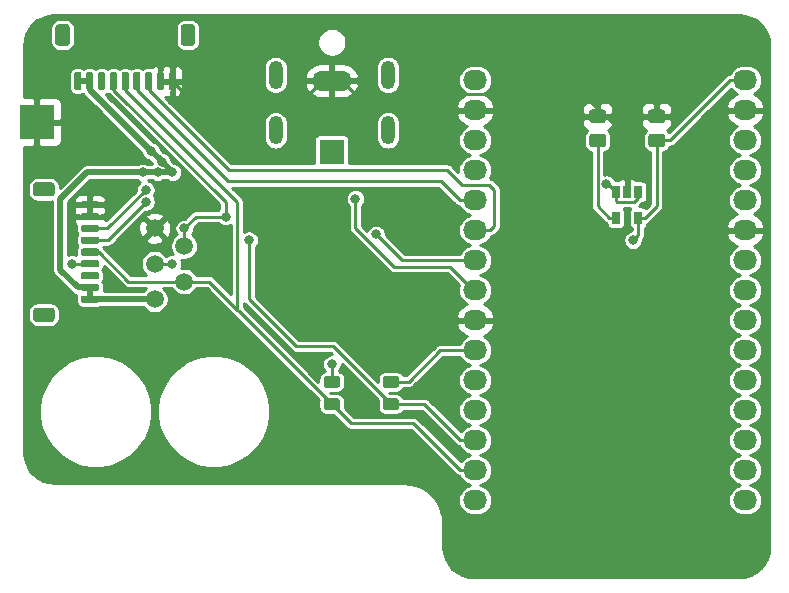
<source format=gbr>
G04 #@! TF.GenerationSoftware,KiCad,Pcbnew,5.1.5-52549c5~84~ubuntu18.04.1*
G04 #@! TF.CreationDate,2020-03-16T02:25:55+00:00*
G04 #@! TF.ProjectId,polariser_drive,706f6c61-7269-4736-9572-5f6472697665,rev?*
G04 #@! TF.SameCoordinates,Original*
G04 #@! TF.FileFunction,Copper,L1,Top*
G04 #@! TF.FilePolarity,Positive*
%FSLAX46Y46*%
G04 Gerber Fmt 4.6, Leading zero omitted, Abs format (unit mm)*
G04 Created by KiCad (PCBNEW 5.1.5-52549c5~84~ubuntu18.04.1) date 2020-03-16 02:25:55*
%MOMM*%
%LPD*%
G04 APERTURE LIST*
%ADD10C,0.100000*%
%ADD11O,2.032000X1.727200*%
%ADD12C,1.500000*%
%ADD13R,3.000000X3.000000*%
%ADD14R,0.650000X1.060000*%
%ADD15O,1.200000X2.400000*%
%ADD16O,3.400000X1.700000*%
%ADD17R,2.100000X2.100000*%
%ADD18C,0.800000*%
%ADD19C,0.250000*%
%ADD20C,0.500000*%
%ADD21C,0.254000*%
G04 APERTURE END LIST*
G04 #@! TA.AperFunction,SMDPad,CuDef*
D10*
G36*
X51299505Y-53701204D02*
G01*
X51323773Y-53704804D01*
X51347572Y-53710765D01*
X51370671Y-53719030D01*
X51392850Y-53729520D01*
X51413893Y-53742132D01*
X51433599Y-53756747D01*
X51451777Y-53773223D01*
X51468253Y-53791401D01*
X51482868Y-53811107D01*
X51495480Y-53832150D01*
X51505970Y-53854329D01*
X51514235Y-53877428D01*
X51520196Y-53901227D01*
X51523796Y-53925495D01*
X51525000Y-53949999D01*
X51525000Y-54650001D01*
X51523796Y-54674505D01*
X51520196Y-54698773D01*
X51514235Y-54722572D01*
X51505970Y-54745671D01*
X51495480Y-54767850D01*
X51482868Y-54788893D01*
X51468253Y-54808599D01*
X51451777Y-54826777D01*
X51433599Y-54843253D01*
X51413893Y-54857868D01*
X51392850Y-54870480D01*
X51370671Y-54880970D01*
X51347572Y-54889235D01*
X51323773Y-54895196D01*
X51299505Y-54898796D01*
X51275001Y-54900000D01*
X49974999Y-54900000D01*
X49950495Y-54898796D01*
X49926227Y-54895196D01*
X49902428Y-54889235D01*
X49879329Y-54880970D01*
X49857150Y-54870480D01*
X49836107Y-54857868D01*
X49816401Y-54843253D01*
X49798223Y-54826777D01*
X49781747Y-54808599D01*
X49767132Y-54788893D01*
X49754520Y-54767850D01*
X49744030Y-54745671D01*
X49735765Y-54722572D01*
X49729804Y-54698773D01*
X49726204Y-54674505D01*
X49725000Y-54650001D01*
X49725000Y-53949999D01*
X49726204Y-53925495D01*
X49729804Y-53901227D01*
X49735765Y-53877428D01*
X49744030Y-53854329D01*
X49754520Y-53832150D01*
X49767132Y-53811107D01*
X49781747Y-53791401D01*
X49798223Y-53773223D01*
X49816401Y-53756747D01*
X49836107Y-53742132D01*
X49857150Y-53729520D01*
X49879329Y-53719030D01*
X49902428Y-53710765D01*
X49926227Y-53704804D01*
X49950495Y-53701204D01*
X49974999Y-53700000D01*
X51275001Y-53700000D01*
X51299505Y-53701204D01*
G37*
G04 #@! TD.AperFunction*
G04 #@! TA.AperFunction,SMDPad,CuDef*
G36*
X51299505Y-43101204D02*
G01*
X51323773Y-43104804D01*
X51347572Y-43110765D01*
X51370671Y-43119030D01*
X51392850Y-43129520D01*
X51413893Y-43142132D01*
X51433599Y-43156747D01*
X51451777Y-43173223D01*
X51468253Y-43191401D01*
X51482868Y-43211107D01*
X51495480Y-43232150D01*
X51505970Y-43254329D01*
X51514235Y-43277428D01*
X51520196Y-43301227D01*
X51523796Y-43325495D01*
X51525000Y-43349999D01*
X51525000Y-44050001D01*
X51523796Y-44074505D01*
X51520196Y-44098773D01*
X51514235Y-44122572D01*
X51505970Y-44145671D01*
X51495480Y-44167850D01*
X51482868Y-44188893D01*
X51468253Y-44208599D01*
X51451777Y-44226777D01*
X51433599Y-44243253D01*
X51413893Y-44257868D01*
X51392850Y-44270480D01*
X51370671Y-44280970D01*
X51347572Y-44289235D01*
X51323773Y-44295196D01*
X51299505Y-44298796D01*
X51275001Y-44300000D01*
X49974999Y-44300000D01*
X49950495Y-44298796D01*
X49926227Y-44295196D01*
X49902428Y-44289235D01*
X49879329Y-44280970D01*
X49857150Y-44270480D01*
X49836107Y-44257868D01*
X49816401Y-44243253D01*
X49798223Y-44226777D01*
X49781747Y-44208599D01*
X49767132Y-44188893D01*
X49754520Y-44167850D01*
X49744030Y-44145671D01*
X49735765Y-44122572D01*
X49729804Y-44098773D01*
X49726204Y-44074505D01*
X49725000Y-44050001D01*
X49725000Y-43349999D01*
X49726204Y-43325495D01*
X49729804Y-43301227D01*
X49735765Y-43277428D01*
X49744030Y-43254329D01*
X49754520Y-43232150D01*
X49767132Y-43211107D01*
X49781747Y-43191401D01*
X49798223Y-43173223D01*
X49816401Y-43156747D01*
X49836107Y-43142132D01*
X49857150Y-43129520D01*
X49879329Y-43119030D01*
X49902428Y-43110765D01*
X49926227Y-43104804D01*
X49950495Y-43101204D01*
X49974999Y-43100000D01*
X51275001Y-43100000D01*
X51299505Y-43101204D01*
G37*
G04 #@! TD.AperFunction*
G04 #@! TA.AperFunction,SMDPad,CuDef*
G36*
X55139703Y-52700722D02*
G01*
X55154264Y-52702882D01*
X55168543Y-52706459D01*
X55182403Y-52711418D01*
X55195710Y-52717712D01*
X55208336Y-52725280D01*
X55220159Y-52734048D01*
X55231066Y-52743934D01*
X55240952Y-52754841D01*
X55249720Y-52766664D01*
X55257288Y-52779290D01*
X55263582Y-52792597D01*
X55268541Y-52806457D01*
X55272118Y-52820736D01*
X55274278Y-52835297D01*
X55275000Y-52850000D01*
X55275000Y-53150000D01*
X55274278Y-53164703D01*
X55272118Y-53179264D01*
X55268541Y-53193543D01*
X55263582Y-53207403D01*
X55257288Y-53220710D01*
X55249720Y-53233336D01*
X55240952Y-53245159D01*
X55231066Y-53256066D01*
X55220159Y-53265952D01*
X55208336Y-53274720D01*
X55195710Y-53282288D01*
X55182403Y-53288582D01*
X55168543Y-53293541D01*
X55154264Y-53297118D01*
X55139703Y-53299278D01*
X55125000Y-53300000D01*
X53925000Y-53300000D01*
X53910297Y-53299278D01*
X53895736Y-53297118D01*
X53881457Y-53293541D01*
X53867597Y-53288582D01*
X53854290Y-53282288D01*
X53841664Y-53274720D01*
X53829841Y-53265952D01*
X53818934Y-53256066D01*
X53809048Y-53245159D01*
X53800280Y-53233336D01*
X53792712Y-53220710D01*
X53786418Y-53207403D01*
X53781459Y-53193543D01*
X53777882Y-53179264D01*
X53775722Y-53164703D01*
X53775000Y-53150000D01*
X53775000Y-52850000D01*
X53775722Y-52835297D01*
X53777882Y-52820736D01*
X53781459Y-52806457D01*
X53786418Y-52792597D01*
X53792712Y-52779290D01*
X53800280Y-52766664D01*
X53809048Y-52754841D01*
X53818934Y-52743934D01*
X53829841Y-52734048D01*
X53841664Y-52725280D01*
X53854290Y-52717712D01*
X53867597Y-52711418D01*
X53881457Y-52706459D01*
X53895736Y-52702882D01*
X53910297Y-52700722D01*
X53925000Y-52700000D01*
X55125000Y-52700000D01*
X55139703Y-52700722D01*
G37*
G04 #@! TD.AperFunction*
G04 #@! TA.AperFunction,SMDPad,CuDef*
G36*
X55139703Y-51700722D02*
G01*
X55154264Y-51702882D01*
X55168543Y-51706459D01*
X55182403Y-51711418D01*
X55195710Y-51717712D01*
X55208336Y-51725280D01*
X55220159Y-51734048D01*
X55231066Y-51743934D01*
X55240952Y-51754841D01*
X55249720Y-51766664D01*
X55257288Y-51779290D01*
X55263582Y-51792597D01*
X55268541Y-51806457D01*
X55272118Y-51820736D01*
X55274278Y-51835297D01*
X55275000Y-51850000D01*
X55275000Y-52150000D01*
X55274278Y-52164703D01*
X55272118Y-52179264D01*
X55268541Y-52193543D01*
X55263582Y-52207403D01*
X55257288Y-52220710D01*
X55249720Y-52233336D01*
X55240952Y-52245159D01*
X55231066Y-52256066D01*
X55220159Y-52265952D01*
X55208336Y-52274720D01*
X55195710Y-52282288D01*
X55182403Y-52288582D01*
X55168543Y-52293541D01*
X55154264Y-52297118D01*
X55139703Y-52299278D01*
X55125000Y-52300000D01*
X53925000Y-52300000D01*
X53910297Y-52299278D01*
X53895736Y-52297118D01*
X53881457Y-52293541D01*
X53867597Y-52288582D01*
X53854290Y-52282288D01*
X53841664Y-52274720D01*
X53829841Y-52265952D01*
X53818934Y-52256066D01*
X53809048Y-52245159D01*
X53800280Y-52233336D01*
X53792712Y-52220710D01*
X53786418Y-52207403D01*
X53781459Y-52193543D01*
X53777882Y-52179264D01*
X53775722Y-52164703D01*
X53775000Y-52150000D01*
X53775000Y-51850000D01*
X53775722Y-51835297D01*
X53777882Y-51820736D01*
X53781459Y-51806457D01*
X53786418Y-51792597D01*
X53792712Y-51779290D01*
X53800280Y-51766664D01*
X53809048Y-51754841D01*
X53818934Y-51743934D01*
X53829841Y-51734048D01*
X53841664Y-51725280D01*
X53854290Y-51717712D01*
X53867597Y-51711418D01*
X53881457Y-51706459D01*
X53895736Y-51702882D01*
X53910297Y-51700722D01*
X53925000Y-51700000D01*
X55125000Y-51700000D01*
X55139703Y-51700722D01*
G37*
G04 #@! TD.AperFunction*
G04 #@! TA.AperFunction,SMDPad,CuDef*
G36*
X55139703Y-50700722D02*
G01*
X55154264Y-50702882D01*
X55168543Y-50706459D01*
X55182403Y-50711418D01*
X55195710Y-50717712D01*
X55208336Y-50725280D01*
X55220159Y-50734048D01*
X55231066Y-50743934D01*
X55240952Y-50754841D01*
X55249720Y-50766664D01*
X55257288Y-50779290D01*
X55263582Y-50792597D01*
X55268541Y-50806457D01*
X55272118Y-50820736D01*
X55274278Y-50835297D01*
X55275000Y-50850000D01*
X55275000Y-51150000D01*
X55274278Y-51164703D01*
X55272118Y-51179264D01*
X55268541Y-51193543D01*
X55263582Y-51207403D01*
X55257288Y-51220710D01*
X55249720Y-51233336D01*
X55240952Y-51245159D01*
X55231066Y-51256066D01*
X55220159Y-51265952D01*
X55208336Y-51274720D01*
X55195710Y-51282288D01*
X55182403Y-51288582D01*
X55168543Y-51293541D01*
X55154264Y-51297118D01*
X55139703Y-51299278D01*
X55125000Y-51300000D01*
X53925000Y-51300000D01*
X53910297Y-51299278D01*
X53895736Y-51297118D01*
X53881457Y-51293541D01*
X53867597Y-51288582D01*
X53854290Y-51282288D01*
X53841664Y-51274720D01*
X53829841Y-51265952D01*
X53818934Y-51256066D01*
X53809048Y-51245159D01*
X53800280Y-51233336D01*
X53792712Y-51220710D01*
X53786418Y-51207403D01*
X53781459Y-51193543D01*
X53777882Y-51179264D01*
X53775722Y-51164703D01*
X53775000Y-51150000D01*
X53775000Y-50850000D01*
X53775722Y-50835297D01*
X53777882Y-50820736D01*
X53781459Y-50806457D01*
X53786418Y-50792597D01*
X53792712Y-50779290D01*
X53800280Y-50766664D01*
X53809048Y-50754841D01*
X53818934Y-50743934D01*
X53829841Y-50734048D01*
X53841664Y-50725280D01*
X53854290Y-50717712D01*
X53867597Y-50711418D01*
X53881457Y-50706459D01*
X53895736Y-50702882D01*
X53910297Y-50700722D01*
X53925000Y-50700000D01*
X55125000Y-50700000D01*
X55139703Y-50700722D01*
G37*
G04 #@! TD.AperFunction*
G04 #@! TA.AperFunction,SMDPad,CuDef*
G36*
X55139703Y-49700722D02*
G01*
X55154264Y-49702882D01*
X55168543Y-49706459D01*
X55182403Y-49711418D01*
X55195710Y-49717712D01*
X55208336Y-49725280D01*
X55220159Y-49734048D01*
X55231066Y-49743934D01*
X55240952Y-49754841D01*
X55249720Y-49766664D01*
X55257288Y-49779290D01*
X55263582Y-49792597D01*
X55268541Y-49806457D01*
X55272118Y-49820736D01*
X55274278Y-49835297D01*
X55275000Y-49850000D01*
X55275000Y-50150000D01*
X55274278Y-50164703D01*
X55272118Y-50179264D01*
X55268541Y-50193543D01*
X55263582Y-50207403D01*
X55257288Y-50220710D01*
X55249720Y-50233336D01*
X55240952Y-50245159D01*
X55231066Y-50256066D01*
X55220159Y-50265952D01*
X55208336Y-50274720D01*
X55195710Y-50282288D01*
X55182403Y-50288582D01*
X55168543Y-50293541D01*
X55154264Y-50297118D01*
X55139703Y-50299278D01*
X55125000Y-50300000D01*
X53925000Y-50300000D01*
X53910297Y-50299278D01*
X53895736Y-50297118D01*
X53881457Y-50293541D01*
X53867597Y-50288582D01*
X53854290Y-50282288D01*
X53841664Y-50274720D01*
X53829841Y-50265952D01*
X53818934Y-50256066D01*
X53809048Y-50245159D01*
X53800280Y-50233336D01*
X53792712Y-50220710D01*
X53786418Y-50207403D01*
X53781459Y-50193543D01*
X53777882Y-50179264D01*
X53775722Y-50164703D01*
X53775000Y-50150000D01*
X53775000Y-49850000D01*
X53775722Y-49835297D01*
X53777882Y-49820736D01*
X53781459Y-49806457D01*
X53786418Y-49792597D01*
X53792712Y-49779290D01*
X53800280Y-49766664D01*
X53809048Y-49754841D01*
X53818934Y-49743934D01*
X53829841Y-49734048D01*
X53841664Y-49725280D01*
X53854290Y-49717712D01*
X53867597Y-49711418D01*
X53881457Y-49706459D01*
X53895736Y-49702882D01*
X53910297Y-49700722D01*
X53925000Y-49700000D01*
X55125000Y-49700000D01*
X55139703Y-49700722D01*
G37*
G04 #@! TD.AperFunction*
G04 #@! TA.AperFunction,SMDPad,CuDef*
G36*
X55139703Y-48700722D02*
G01*
X55154264Y-48702882D01*
X55168543Y-48706459D01*
X55182403Y-48711418D01*
X55195710Y-48717712D01*
X55208336Y-48725280D01*
X55220159Y-48734048D01*
X55231066Y-48743934D01*
X55240952Y-48754841D01*
X55249720Y-48766664D01*
X55257288Y-48779290D01*
X55263582Y-48792597D01*
X55268541Y-48806457D01*
X55272118Y-48820736D01*
X55274278Y-48835297D01*
X55275000Y-48850000D01*
X55275000Y-49150000D01*
X55274278Y-49164703D01*
X55272118Y-49179264D01*
X55268541Y-49193543D01*
X55263582Y-49207403D01*
X55257288Y-49220710D01*
X55249720Y-49233336D01*
X55240952Y-49245159D01*
X55231066Y-49256066D01*
X55220159Y-49265952D01*
X55208336Y-49274720D01*
X55195710Y-49282288D01*
X55182403Y-49288582D01*
X55168543Y-49293541D01*
X55154264Y-49297118D01*
X55139703Y-49299278D01*
X55125000Y-49300000D01*
X53925000Y-49300000D01*
X53910297Y-49299278D01*
X53895736Y-49297118D01*
X53881457Y-49293541D01*
X53867597Y-49288582D01*
X53854290Y-49282288D01*
X53841664Y-49274720D01*
X53829841Y-49265952D01*
X53818934Y-49256066D01*
X53809048Y-49245159D01*
X53800280Y-49233336D01*
X53792712Y-49220710D01*
X53786418Y-49207403D01*
X53781459Y-49193543D01*
X53777882Y-49179264D01*
X53775722Y-49164703D01*
X53775000Y-49150000D01*
X53775000Y-48850000D01*
X53775722Y-48835297D01*
X53777882Y-48820736D01*
X53781459Y-48806457D01*
X53786418Y-48792597D01*
X53792712Y-48779290D01*
X53800280Y-48766664D01*
X53809048Y-48754841D01*
X53818934Y-48743934D01*
X53829841Y-48734048D01*
X53841664Y-48725280D01*
X53854290Y-48717712D01*
X53867597Y-48711418D01*
X53881457Y-48706459D01*
X53895736Y-48702882D01*
X53910297Y-48700722D01*
X53925000Y-48700000D01*
X55125000Y-48700000D01*
X55139703Y-48700722D01*
G37*
G04 #@! TD.AperFunction*
G04 #@! TA.AperFunction,SMDPad,CuDef*
G36*
X55139703Y-47700722D02*
G01*
X55154264Y-47702882D01*
X55168543Y-47706459D01*
X55182403Y-47711418D01*
X55195710Y-47717712D01*
X55208336Y-47725280D01*
X55220159Y-47734048D01*
X55231066Y-47743934D01*
X55240952Y-47754841D01*
X55249720Y-47766664D01*
X55257288Y-47779290D01*
X55263582Y-47792597D01*
X55268541Y-47806457D01*
X55272118Y-47820736D01*
X55274278Y-47835297D01*
X55275000Y-47850000D01*
X55275000Y-48150000D01*
X55274278Y-48164703D01*
X55272118Y-48179264D01*
X55268541Y-48193543D01*
X55263582Y-48207403D01*
X55257288Y-48220710D01*
X55249720Y-48233336D01*
X55240952Y-48245159D01*
X55231066Y-48256066D01*
X55220159Y-48265952D01*
X55208336Y-48274720D01*
X55195710Y-48282288D01*
X55182403Y-48288582D01*
X55168543Y-48293541D01*
X55154264Y-48297118D01*
X55139703Y-48299278D01*
X55125000Y-48300000D01*
X53925000Y-48300000D01*
X53910297Y-48299278D01*
X53895736Y-48297118D01*
X53881457Y-48293541D01*
X53867597Y-48288582D01*
X53854290Y-48282288D01*
X53841664Y-48274720D01*
X53829841Y-48265952D01*
X53818934Y-48256066D01*
X53809048Y-48245159D01*
X53800280Y-48233336D01*
X53792712Y-48220710D01*
X53786418Y-48207403D01*
X53781459Y-48193543D01*
X53777882Y-48179264D01*
X53775722Y-48164703D01*
X53775000Y-48150000D01*
X53775000Y-47850000D01*
X53775722Y-47835297D01*
X53777882Y-47820736D01*
X53781459Y-47806457D01*
X53786418Y-47792597D01*
X53792712Y-47779290D01*
X53800280Y-47766664D01*
X53809048Y-47754841D01*
X53818934Y-47743934D01*
X53829841Y-47734048D01*
X53841664Y-47725280D01*
X53854290Y-47717712D01*
X53867597Y-47711418D01*
X53881457Y-47706459D01*
X53895736Y-47702882D01*
X53910297Y-47700722D01*
X53925000Y-47700000D01*
X55125000Y-47700000D01*
X55139703Y-47700722D01*
G37*
G04 #@! TD.AperFunction*
G04 #@! TA.AperFunction,SMDPad,CuDef*
G36*
X55139703Y-46700722D02*
G01*
X55154264Y-46702882D01*
X55168543Y-46706459D01*
X55182403Y-46711418D01*
X55195710Y-46717712D01*
X55208336Y-46725280D01*
X55220159Y-46734048D01*
X55231066Y-46743934D01*
X55240952Y-46754841D01*
X55249720Y-46766664D01*
X55257288Y-46779290D01*
X55263582Y-46792597D01*
X55268541Y-46806457D01*
X55272118Y-46820736D01*
X55274278Y-46835297D01*
X55275000Y-46850000D01*
X55275000Y-47150000D01*
X55274278Y-47164703D01*
X55272118Y-47179264D01*
X55268541Y-47193543D01*
X55263582Y-47207403D01*
X55257288Y-47220710D01*
X55249720Y-47233336D01*
X55240952Y-47245159D01*
X55231066Y-47256066D01*
X55220159Y-47265952D01*
X55208336Y-47274720D01*
X55195710Y-47282288D01*
X55182403Y-47288582D01*
X55168543Y-47293541D01*
X55154264Y-47297118D01*
X55139703Y-47299278D01*
X55125000Y-47300000D01*
X53925000Y-47300000D01*
X53910297Y-47299278D01*
X53895736Y-47297118D01*
X53881457Y-47293541D01*
X53867597Y-47288582D01*
X53854290Y-47282288D01*
X53841664Y-47274720D01*
X53829841Y-47265952D01*
X53818934Y-47256066D01*
X53809048Y-47245159D01*
X53800280Y-47233336D01*
X53792712Y-47220710D01*
X53786418Y-47207403D01*
X53781459Y-47193543D01*
X53777882Y-47179264D01*
X53775722Y-47164703D01*
X53775000Y-47150000D01*
X53775000Y-46850000D01*
X53775722Y-46835297D01*
X53777882Y-46820736D01*
X53781459Y-46806457D01*
X53786418Y-46792597D01*
X53792712Y-46779290D01*
X53800280Y-46766664D01*
X53809048Y-46754841D01*
X53818934Y-46743934D01*
X53829841Y-46734048D01*
X53841664Y-46725280D01*
X53854290Y-46717712D01*
X53867597Y-46711418D01*
X53881457Y-46706459D01*
X53895736Y-46702882D01*
X53910297Y-46700722D01*
X53925000Y-46700000D01*
X55125000Y-46700000D01*
X55139703Y-46700722D01*
G37*
G04 #@! TD.AperFunction*
G04 #@! TA.AperFunction,SMDPad,CuDef*
G36*
X55139703Y-45700722D02*
G01*
X55154264Y-45702882D01*
X55168543Y-45706459D01*
X55182403Y-45711418D01*
X55195710Y-45717712D01*
X55208336Y-45725280D01*
X55220159Y-45734048D01*
X55231066Y-45743934D01*
X55240952Y-45754841D01*
X55249720Y-45766664D01*
X55257288Y-45779290D01*
X55263582Y-45792597D01*
X55268541Y-45806457D01*
X55272118Y-45820736D01*
X55274278Y-45835297D01*
X55275000Y-45850000D01*
X55275000Y-46150000D01*
X55274278Y-46164703D01*
X55272118Y-46179264D01*
X55268541Y-46193543D01*
X55263582Y-46207403D01*
X55257288Y-46220710D01*
X55249720Y-46233336D01*
X55240952Y-46245159D01*
X55231066Y-46256066D01*
X55220159Y-46265952D01*
X55208336Y-46274720D01*
X55195710Y-46282288D01*
X55182403Y-46288582D01*
X55168543Y-46293541D01*
X55154264Y-46297118D01*
X55139703Y-46299278D01*
X55125000Y-46300000D01*
X53925000Y-46300000D01*
X53910297Y-46299278D01*
X53895736Y-46297118D01*
X53881457Y-46293541D01*
X53867597Y-46288582D01*
X53854290Y-46282288D01*
X53841664Y-46274720D01*
X53829841Y-46265952D01*
X53818934Y-46256066D01*
X53809048Y-46245159D01*
X53800280Y-46233336D01*
X53792712Y-46220710D01*
X53786418Y-46207403D01*
X53781459Y-46193543D01*
X53777882Y-46179264D01*
X53775722Y-46164703D01*
X53775000Y-46150000D01*
X53775000Y-45850000D01*
X53775722Y-45835297D01*
X53777882Y-45820736D01*
X53781459Y-45806457D01*
X53786418Y-45792597D01*
X53792712Y-45779290D01*
X53800280Y-45766664D01*
X53809048Y-45754841D01*
X53818934Y-45743934D01*
X53829841Y-45734048D01*
X53841664Y-45725280D01*
X53854290Y-45717712D01*
X53867597Y-45711418D01*
X53881457Y-45706459D01*
X53895736Y-45702882D01*
X53910297Y-45700722D01*
X53925000Y-45700000D01*
X55125000Y-45700000D01*
X55139703Y-45700722D01*
G37*
G04 #@! TD.AperFunction*
G04 #@! TA.AperFunction,SMDPad,CuDef*
G36*
X55139703Y-44700722D02*
G01*
X55154264Y-44702882D01*
X55168543Y-44706459D01*
X55182403Y-44711418D01*
X55195710Y-44717712D01*
X55208336Y-44725280D01*
X55220159Y-44734048D01*
X55231066Y-44743934D01*
X55240952Y-44754841D01*
X55249720Y-44766664D01*
X55257288Y-44779290D01*
X55263582Y-44792597D01*
X55268541Y-44806457D01*
X55272118Y-44820736D01*
X55274278Y-44835297D01*
X55275000Y-44850000D01*
X55275000Y-45150000D01*
X55274278Y-45164703D01*
X55272118Y-45179264D01*
X55268541Y-45193543D01*
X55263582Y-45207403D01*
X55257288Y-45220710D01*
X55249720Y-45233336D01*
X55240952Y-45245159D01*
X55231066Y-45256066D01*
X55220159Y-45265952D01*
X55208336Y-45274720D01*
X55195710Y-45282288D01*
X55182403Y-45288582D01*
X55168543Y-45293541D01*
X55154264Y-45297118D01*
X55139703Y-45299278D01*
X55125000Y-45300000D01*
X53925000Y-45300000D01*
X53910297Y-45299278D01*
X53895736Y-45297118D01*
X53881457Y-45293541D01*
X53867597Y-45288582D01*
X53854290Y-45282288D01*
X53841664Y-45274720D01*
X53829841Y-45265952D01*
X53818934Y-45256066D01*
X53809048Y-45245159D01*
X53800280Y-45233336D01*
X53792712Y-45220710D01*
X53786418Y-45207403D01*
X53781459Y-45193543D01*
X53777882Y-45179264D01*
X53775722Y-45164703D01*
X53775000Y-45150000D01*
X53775000Y-44850000D01*
X53775722Y-44835297D01*
X53777882Y-44820736D01*
X53781459Y-44806457D01*
X53786418Y-44792597D01*
X53792712Y-44779290D01*
X53800280Y-44766664D01*
X53809048Y-44754841D01*
X53818934Y-44743934D01*
X53829841Y-44734048D01*
X53841664Y-44725280D01*
X53854290Y-44717712D01*
X53867597Y-44711418D01*
X53881457Y-44706459D01*
X53895736Y-44702882D01*
X53910297Y-44700722D01*
X53925000Y-44700000D01*
X55125000Y-44700000D01*
X55139703Y-44700722D01*
G37*
G04 #@! TD.AperFunction*
D11*
X87140000Y-67460000D03*
X87140000Y-62380000D03*
X87140000Y-64920000D03*
X87140000Y-44600000D03*
X87140000Y-47140000D03*
X87140000Y-52220000D03*
X87140000Y-49680000D03*
X87140000Y-34440000D03*
X87140000Y-54760000D03*
X87140000Y-59840000D03*
X87140000Y-57300000D03*
X87140000Y-42060000D03*
X87140000Y-36980000D03*
X87140000Y-39520000D03*
X87140000Y-70000000D03*
X110000000Y-34440000D03*
X110000000Y-36980000D03*
X110000000Y-39520000D03*
X110000000Y-42060000D03*
X110000000Y-44600000D03*
X110000000Y-47140000D03*
X110000000Y-49680000D03*
X110000000Y-52220000D03*
X110000000Y-54760000D03*
X110000000Y-57300000D03*
X110000000Y-59840000D03*
X110000000Y-62380000D03*
X110000000Y-64920000D03*
X110000000Y-67460000D03*
X110000000Y-70000000D03*
D12*
X62500000Y-48500000D03*
X62500000Y-51500000D03*
X60000000Y-53000000D03*
X60000000Y-50000000D03*
X60000000Y-47000000D03*
D13*
X50000000Y-38000000D03*
D14*
X100950000Y-46100000D03*
X99050000Y-46100000D03*
X99050000Y-43900000D03*
X100000000Y-43900000D03*
X100950000Y-43900000D03*
G04 #@! TA.AperFunction,SMDPad,CuDef*
D10*
G36*
X75480142Y-59513674D02*
G01*
X75503803Y-59517184D01*
X75527007Y-59522996D01*
X75549529Y-59531054D01*
X75571153Y-59541282D01*
X75591670Y-59553579D01*
X75610883Y-59567829D01*
X75628607Y-59583893D01*
X75644671Y-59601617D01*
X75658921Y-59620830D01*
X75671218Y-59641347D01*
X75681446Y-59662971D01*
X75689504Y-59685493D01*
X75695316Y-59708697D01*
X75698826Y-59732358D01*
X75700000Y-59756250D01*
X75700000Y-60243750D01*
X75698826Y-60267642D01*
X75695316Y-60291303D01*
X75689504Y-60314507D01*
X75681446Y-60337029D01*
X75671218Y-60358653D01*
X75658921Y-60379170D01*
X75644671Y-60398383D01*
X75628607Y-60416107D01*
X75610883Y-60432171D01*
X75591670Y-60446421D01*
X75571153Y-60458718D01*
X75549529Y-60468946D01*
X75527007Y-60477004D01*
X75503803Y-60482816D01*
X75480142Y-60486326D01*
X75456250Y-60487500D01*
X74543750Y-60487500D01*
X74519858Y-60486326D01*
X74496197Y-60482816D01*
X74472993Y-60477004D01*
X74450471Y-60468946D01*
X74428847Y-60458718D01*
X74408330Y-60446421D01*
X74389117Y-60432171D01*
X74371393Y-60416107D01*
X74355329Y-60398383D01*
X74341079Y-60379170D01*
X74328782Y-60358653D01*
X74318554Y-60337029D01*
X74310496Y-60314507D01*
X74304684Y-60291303D01*
X74301174Y-60267642D01*
X74300000Y-60243750D01*
X74300000Y-59756250D01*
X74301174Y-59732358D01*
X74304684Y-59708697D01*
X74310496Y-59685493D01*
X74318554Y-59662971D01*
X74328782Y-59641347D01*
X74341079Y-59620830D01*
X74355329Y-59601617D01*
X74371393Y-59583893D01*
X74389117Y-59567829D01*
X74408330Y-59553579D01*
X74428847Y-59541282D01*
X74450471Y-59531054D01*
X74472993Y-59522996D01*
X74496197Y-59517184D01*
X74519858Y-59513674D01*
X74543750Y-59512500D01*
X75456250Y-59512500D01*
X75480142Y-59513674D01*
G37*
G04 #@! TD.AperFunction*
G04 #@! TA.AperFunction,SMDPad,CuDef*
G36*
X75480142Y-61388674D02*
G01*
X75503803Y-61392184D01*
X75527007Y-61397996D01*
X75549529Y-61406054D01*
X75571153Y-61416282D01*
X75591670Y-61428579D01*
X75610883Y-61442829D01*
X75628607Y-61458893D01*
X75644671Y-61476617D01*
X75658921Y-61495830D01*
X75671218Y-61516347D01*
X75681446Y-61537971D01*
X75689504Y-61560493D01*
X75695316Y-61583697D01*
X75698826Y-61607358D01*
X75700000Y-61631250D01*
X75700000Y-62118750D01*
X75698826Y-62142642D01*
X75695316Y-62166303D01*
X75689504Y-62189507D01*
X75681446Y-62212029D01*
X75671218Y-62233653D01*
X75658921Y-62254170D01*
X75644671Y-62273383D01*
X75628607Y-62291107D01*
X75610883Y-62307171D01*
X75591670Y-62321421D01*
X75571153Y-62333718D01*
X75549529Y-62343946D01*
X75527007Y-62352004D01*
X75503803Y-62357816D01*
X75480142Y-62361326D01*
X75456250Y-62362500D01*
X74543750Y-62362500D01*
X74519858Y-62361326D01*
X74496197Y-62357816D01*
X74472993Y-62352004D01*
X74450471Y-62343946D01*
X74428847Y-62333718D01*
X74408330Y-62321421D01*
X74389117Y-62307171D01*
X74371393Y-62291107D01*
X74355329Y-62273383D01*
X74341079Y-62254170D01*
X74328782Y-62233653D01*
X74318554Y-62212029D01*
X74310496Y-62189507D01*
X74304684Y-62166303D01*
X74301174Y-62142642D01*
X74300000Y-62118750D01*
X74300000Y-61631250D01*
X74301174Y-61607358D01*
X74304684Y-61583697D01*
X74310496Y-61560493D01*
X74318554Y-61537971D01*
X74328782Y-61516347D01*
X74341079Y-61495830D01*
X74355329Y-61476617D01*
X74371393Y-61458893D01*
X74389117Y-61442829D01*
X74408330Y-61428579D01*
X74428847Y-61416282D01*
X74450471Y-61406054D01*
X74472993Y-61397996D01*
X74496197Y-61392184D01*
X74519858Y-61388674D01*
X74543750Y-61387500D01*
X75456250Y-61387500D01*
X75480142Y-61388674D01*
G37*
G04 #@! TD.AperFunction*
G04 #@! TA.AperFunction,SMDPad,CuDef*
G36*
X80480142Y-59513674D02*
G01*
X80503803Y-59517184D01*
X80527007Y-59522996D01*
X80549529Y-59531054D01*
X80571153Y-59541282D01*
X80591670Y-59553579D01*
X80610883Y-59567829D01*
X80628607Y-59583893D01*
X80644671Y-59601617D01*
X80658921Y-59620830D01*
X80671218Y-59641347D01*
X80681446Y-59662971D01*
X80689504Y-59685493D01*
X80695316Y-59708697D01*
X80698826Y-59732358D01*
X80700000Y-59756250D01*
X80700000Y-60243750D01*
X80698826Y-60267642D01*
X80695316Y-60291303D01*
X80689504Y-60314507D01*
X80681446Y-60337029D01*
X80671218Y-60358653D01*
X80658921Y-60379170D01*
X80644671Y-60398383D01*
X80628607Y-60416107D01*
X80610883Y-60432171D01*
X80591670Y-60446421D01*
X80571153Y-60458718D01*
X80549529Y-60468946D01*
X80527007Y-60477004D01*
X80503803Y-60482816D01*
X80480142Y-60486326D01*
X80456250Y-60487500D01*
X79543750Y-60487500D01*
X79519858Y-60486326D01*
X79496197Y-60482816D01*
X79472993Y-60477004D01*
X79450471Y-60468946D01*
X79428847Y-60458718D01*
X79408330Y-60446421D01*
X79389117Y-60432171D01*
X79371393Y-60416107D01*
X79355329Y-60398383D01*
X79341079Y-60379170D01*
X79328782Y-60358653D01*
X79318554Y-60337029D01*
X79310496Y-60314507D01*
X79304684Y-60291303D01*
X79301174Y-60267642D01*
X79300000Y-60243750D01*
X79300000Y-59756250D01*
X79301174Y-59732358D01*
X79304684Y-59708697D01*
X79310496Y-59685493D01*
X79318554Y-59662971D01*
X79328782Y-59641347D01*
X79341079Y-59620830D01*
X79355329Y-59601617D01*
X79371393Y-59583893D01*
X79389117Y-59567829D01*
X79408330Y-59553579D01*
X79428847Y-59541282D01*
X79450471Y-59531054D01*
X79472993Y-59522996D01*
X79496197Y-59517184D01*
X79519858Y-59513674D01*
X79543750Y-59512500D01*
X80456250Y-59512500D01*
X80480142Y-59513674D01*
G37*
G04 #@! TD.AperFunction*
G04 #@! TA.AperFunction,SMDPad,CuDef*
G36*
X80480142Y-61388674D02*
G01*
X80503803Y-61392184D01*
X80527007Y-61397996D01*
X80549529Y-61406054D01*
X80571153Y-61416282D01*
X80591670Y-61428579D01*
X80610883Y-61442829D01*
X80628607Y-61458893D01*
X80644671Y-61476617D01*
X80658921Y-61495830D01*
X80671218Y-61516347D01*
X80681446Y-61537971D01*
X80689504Y-61560493D01*
X80695316Y-61583697D01*
X80698826Y-61607358D01*
X80700000Y-61631250D01*
X80700000Y-62118750D01*
X80698826Y-62142642D01*
X80695316Y-62166303D01*
X80689504Y-62189507D01*
X80681446Y-62212029D01*
X80671218Y-62233653D01*
X80658921Y-62254170D01*
X80644671Y-62273383D01*
X80628607Y-62291107D01*
X80610883Y-62307171D01*
X80591670Y-62321421D01*
X80571153Y-62333718D01*
X80549529Y-62343946D01*
X80527007Y-62352004D01*
X80503803Y-62357816D01*
X80480142Y-62361326D01*
X80456250Y-62362500D01*
X79543750Y-62362500D01*
X79519858Y-62361326D01*
X79496197Y-62357816D01*
X79472993Y-62352004D01*
X79450471Y-62343946D01*
X79428847Y-62333718D01*
X79408330Y-62321421D01*
X79389117Y-62307171D01*
X79371393Y-62291107D01*
X79355329Y-62273383D01*
X79341079Y-62254170D01*
X79328782Y-62233653D01*
X79318554Y-62212029D01*
X79310496Y-62189507D01*
X79304684Y-62166303D01*
X79301174Y-62142642D01*
X79300000Y-62118750D01*
X79300000Y-61631250D01*
X79301174Y-61607358D01*
X79304684Y-61583697D01*
X79310496Y-61560493D01*
X79318554Y-61537971D01*
X79328782Y-61516347D01*
X79341079Y-61495830D01*
X79355329Y-61476617D01*
X79371393Y-61458893D01*
X79389117Y-61442829D01*
X79408330Y-61428579D01*
X79428847Y-61416282D01*
X79450471Y-61406054D01*
X79472993Y-61397996D01*
X79496197Y-61392184D01*
X79519858Y-61388674D01*
X79543750Y-61387500D01*
X80456250Y-61387500D01*
X80480142Y-61388674D01*
G37*
G04 #@! TD.AperFunction*
G04 #@! TA.AperFunction,SMDPad,CuDef*
G36*
X52574505Y-29726204D02*
G01*
X52598773Y-29729804D01*
X52622572Y-29735765D01*
X52645671Y-29744030D01*
X52667850Y-29754520D01*
X52688893Y-29767132D01*
X52708599Y-29781747D01*
X52726777Y-29798223D01*
X52743253Y-29816401D01*
X52757868Y-29836107D01*
X52770480Y-29857150D01*
X52780970Y-29879329D01*
X52789235Y-29902428D01*
X52795196Y-29926227D01*
X52798796Y-29950495D01*
X52800000Y-29974999D01*
X52800000Y-31275001D01*
X52798796Y-31299505D01*
X52795196Y-31323773D01*
X52789235Y-31347572D01*
X52780970Y-31370671D01*
X52770480Y-31392850D01*
X52757868Y-31413893D01*
X52743253Y-31433599D01*
X52726777Y-31451777D01*
X52708599Y-31468253D01*
X52688893Y-31482868D01*
X52667850Y-31495480D01*
X52645671Y-31505970D01*
X52622572Y-31514235D01*
X52598773Y-31520196D01*
X52574505Y-31523796D01*
X52550001Y-31525000D01*
X51849999Y-31525000D01*
X51825495Y-31523796D01*
X51801227Y-31520196D01*
X51777428Y-31514235D01*
X51754329Y-31505970D01*
X51732150Y-31495480D01*
X51711107Y-31482868D01*
X51691401Y-31468253D01*
X51673223Y-31451777D01*
X51656747Y-31433599D01*
X51642132Y-31413893D01*
X51629520Y-31392850D01*
X51619030Y-31370671D01*
X51610765Y-31347572D01*
X51604804Y-31323773D01*
X51601204Y-31299505D01*
X51600000Y-31275001D01*
X51600000Y-29974999D01*
X51601204Y-29950495D01*
X51604804Y-29926227D01*
X51610765Y-29902428D01*
X51619030Y-29879329D01*
X51629520Y-29857150D01*
X51642132Y-29836107D01*
X51656747Y-29816401D01*
X51673223Y-29798223D01*
X51691401Y-29781747D01*
X51711107Y-29767132D01*
X51732150Y-29754520D01*
X51754329Y-29744030D01*
X51777428Y-29735765D01*
X51801227Y-29729804D01*
X51825495Y-29726204D01*
X51849999Y-29725000D01*
X52550001Y-29725000D01*
X52574505Y-29726204D01*
G37*
G04 #@! TD.AperFunction*
G04 #@! TA.AperFunction,SMDPad,CuDef*
G36*
X63174505Y-29726204D02*
G01*
X63198773Y-29729804D01*
X63222572Y-29735765D01*
X63245671Y-29744030D01*
X63267850Y-29754520D01*
X63288893Y-29767132D01*
X63308599Y-29781747D01*
X63326777Y-29798223D01*
X63343253Y-29816401D01*
X63357868Y-29836107D01*
X63370480Y-29857150D01*
X63380970Y-29879329D01*
X63389235Y-29902428D01*
X63395196Y-29926227D01*
X63398796Y-29950495D01*
X63400000Y-29974999D01*
X63400000Y-31275001D01*
X63398796Y-31299505D01*
X63395196Y-31323773D01*
X63389235Y-31347572D01*
X63380970Y-31370671D01*
X63370480Y-31392850D01*
X63357868Y-31413893D01*
X63343253Y-31433599D01*
X63326777Y-31451777D01*
X63308599Y-31468253D01*
X63288893Y-31482868D01*
X63267850Y-31495480D01*
X63245671Y-31505970D01*
X63222572Y-31514235D01*
X63198773Y-31520196D01*
X63174505Y-31523796D01*
X63150001Y-31525000D01*
X62449999Y-31525000D01*
X62425495Y-31523796D01*
X62401227Y-31520196D01*
X62377428Y-31514235D01*
X62354329Y-31505970D01*
X62332150Y-31495480D01*
X62311107Y-31482868D01*
X62291401Y-31468253D01*
X62273223Y-31451777D01*
X62256747Y-31433599D01*
X62242132Y-31413893D01*
X62229520Y-31392850D01*
X62219030Y-31370671D01*
X62210765Y-31347572D01*
X62204804Y-31323773D01*
X62201204Y-31299505D01*
X62200000Y-31275001D01*
X62200000Y-29974999D01*
X62201204Y-29950495D01*
X62204804Y-29926227D01*
X62210765Y-29902428D01*
X62219030Y-29879329D01*
X62229520Y-29857150D01*
X62242132Y-29836107D01*
X62256747Y-29816401D01*
X62273223Y-29798223D01*
X62291401Y-29781747D01*
X62311107Y-29767132D01*
X62332150Y-29754520D01*
X62354329Y-29744030D01*
X62377428Y-29735765D01*
X62401227Y-29729804D01*
X62425495Y-29726204D01*
X62449999Y-29725000D01*
X63150001Y-29725000D01*
X63174505Y-29726204D01*
G37*
G04 #@! TD.AperFunction*
G04 #@! TA.AperFunction,SMDPad,CuDef*
G36*
X53664703Y-33775722D02*
G01*
X53679264Y-33777882D01*
X53693543Y-33781459D01*
X53707403Y-33786418D01*
X53720710Y-33792712D01*
X53733336Y-33800280D01*
X53745159Y-33809048D01*
X53756066Y-33818934D01*
X53765952Y-33829841D01*
X53774720Y-33841664D01*
X53782288Y-33854290D01*
X53788582Y-33867597D01*
X53793541Y-33881457D01*
X53797118Y-33895736D01*
X53799278Y-33910297D01*
X53800000Y-33925000D01*
X53800000Y-35125000D01*
X53799278Y-35139703D01*
X53797118Y-35154264D01*
X53793541Y-35168543D01*
X53788582Y-35182403D01*
X53782288Y-35195710D01*
X53774720Y-35208336D01*
X53765952Y-35220159D01*
X53756066Y-35231066D01*
X53745159Y-35240952D01*
X53733336Y-35249720D01*
X53720710Y-35257288D01*
X53707403Y-35263582D01*
X53693543Y-35268541D01*
X53679264Y-35272118D01*
X53664703Y-35274278D01*
X53650000Y-35275000D01*
X53350000Y-35275000D01*
X53335297Y-35274278D01*
X53320736Y-35272118D01*
X53306457Y-35268541D01*
X53292597Y-35263582D01*
X53279290Y-35257288D01*
X53266664Y-35249720D01*
X53254841Y-35240952D01*
X53243934Y-35231066D01*
X53234048Y-35220159D01*
X53225280Y-35208336D01*
X53217712Y-35195710D01*
X53211418Y-35182403D01*
X53206459Y-35168543D01*
X53202882Y-35154264D01*
X53200722Y-35139703D01*
X53200000Y-35125000D01*
X53200000Y-33925000D01*
X53200722Y-33910297D01*
X53202882Y-33895736D01*
X53206459Y-33881457D01*
X53211418Y-33867597D01*
X53217712Y-33854290D01*
X53225280Y-33841664D01*
X53234048Y-33829841D01*
X53243934Y-33818934D01*
X53254841Y-33809048D01*
X53266664Y-33800280D01*
X53279290Y-33792712D01*
X53292597Y-33786418D01*
X53306457Y-33781459D01*
X53320736Y-33777882D01*
X53335297Y-33775722D01*
X53350000Y-33775000D01*
X53650000Y-33775000D01*
X53664703Y-33775722D01*
G37*
G04 #@! TD.AperFunction*
G04 #@! TA.AperFunction,SMDPad,CuDef*
G36*
X54664703Y-33775722D02*
G01*
X54679264Y-33777882D01*
X54693543Y-33781459D01*
X54707403Y-33786418D01*
X54720710Y-33792712D01*
X54733336Y-33800280D01*
X54745159Y-33809048D01*
X54756066Y-33818934D01*
X54765952Y-33829841D01*
X54774720Y-33841664D01*
X54782288Y-33854290D01*
X54788582Y-33867597D01*
X54793541Y-33881457D01*
X54797118Y-33895736D01*
X54799278Y-33910297D01*
X54800000Y-33925000D01*
X54800000Y-35125000D01*
X54799278Y-35139703D01*
X54797118Y-35154264D01*
X54793541Y-35168543D01*
X54788582Y-35182403D01*
X54782288Y-35195710D01*
X54774720Y-35208336D01*
X54765952Y-35220159D01*
X54756066Y-35231066D01*
X54745159Y-35240952D01*
X54733336Y-35249720D01*
X54720710Y-35257288D01*
X54707403Y-35263582D01*
X54693543Y-35268541D01*
X54679264Y-35272118D01*
X54664703Y-35274278D01*
X54650000Y-35275000D01*
X54350000Y-35275000D01*
X54335297Y-35274278D01*
X54320736Y-35272118D01*
X54306457Y-35268541D01*
X54292597Y-35263582D01*
X54279290Y-35257288D01*
X54266664Y-35249720D01*
X54254841Y-35240952D01*
X54243934Y-35231066D01*
X54234048Y-35220159D01*
X54225280Y-35208336D01*
X54217712Y-35195710D01*
X54211418Y-35182403D01*
X54206459Y-35168543D01*
X54202882Y-35154264D01*
X54200722Y-35139703D01*
X54200000Y-35125000D01*
X54200000Y-33925000D01*
X54200722Y-33910297D01*
X54202882Y-33895736D01*
X54206459Y-33881457D01*
X54211418Y-33867597D01*
X54217712Y-33854290D01*
X54225280Y-33841664D01*
X54234048Y-33829841D01*
X54243934Y-33818934D01*
X54254841Y-33809048D01*
X54266664Y-33800280D01*
X54279290Y-33792712D01*
X54292597Y-33786418D01*
X54306457Y-33781459D01*
X54320736Y-33777882D01*
X54335297Y-33775722D01*
X54350000Y-33775000D01*
X54650000Y-33775000D01*
X54664703Y-33775722D01*
G37*
G04 #@! TD.AperFunction*
G04 #@! TA.AperFunction,SMDPad,CuDef*
G36*
X55664703Y-33775722D02*
G01*
X55679264Y-33777882D01*
X55693543Y-33781459D01*
X55707403Y-33786418D01*
X55720710Y-33792712D01*
X55733336Y-33800280D01*
X55745159Y-33809048D01*
X55756066Y-33818934D01*
X55765952Y-33829841D01*
X55774720Y-33841664D01*
X55782288Y-33854290D01*
X55788582Y-33867597D01*
X55793541Y-33881457D01*
X55797118Y-33895736D01*
X55799278Y-33910297D01*
X55800000Y-33925000D01*
X55800000Y-35125000D01*
X55799278Y-35139703D01*
X55797118Y-35154264D01*
X55793541Y-35168543D01*
X55788582Y-35182403D01*
X55782288Y-35195710D01*
X55774720Y-35208336D01*
X55765952Y-35220159D01*
X55756066Y-35231066D01*
X55745159Y-35240952D01*
X55733336Y-35249720D01*
X55720710Y-35257288D01*
X55707403Y-35263582D01*
X55693543Y-35268541D01*
X55679264Y-35272118D01*
X55664703Y-35274278D01*
X55650000Y-35275000D01*
X55350000Y-35275000D01*
X55335297Y-35274278D01*
X55320736Y-35272118D01*
X55306457Y-35268541D01*
X55292597Y-35263582D01*
X55279290Y-35257288D01*
X55266664Y-35249720D01*
X55254841Y-35240952D01*
X55243934Y-35231066D01*
X55234048Y-35220159D01*
X55225280Y-35208336D01*
X55217712Y-35195710D01*
X55211418Y-35182403D01*
X55206459Y-35168543D01*
X55202882Y-35154264D01*
X55200722Y-35139703D01*
X55200000Y-35125000D01*
X55200000Y-33925000D01*
X55200722Y-33910297D01*
X55202882Y-33895736D01*
X55206459Y-33881457D01*
X55211418Y-33867597D01*
X55217712Y-33854290D01*
X55225280Y-33841664D01*
X55234048Y-33829841D01*
X55243934Y-33818934D01*
X55254841Y-33809048D01*
X55266664Y-33800280D01*
X55279290Y-33792712D01*
X55292597Y-33786418D01*
X55306457Y-33781459D01*
X55320736Y-33777882D01*
X55335297Y-33775722D01*
X55350000Y-33775000D01*
X55650000Y-33775000D01*
X55664703Y-33775722D01*
G37*
G04 #@! TD.AperFunction*
G04 #@! TA.AperFunction,SMDPad,CuDef*
G36*
X56664703Y-33775722D02*
G01*
X56679264Y-33777882D01*
X56693543Y-33781459D01*
X56707403Y-33786418D01*
X56720710Y-33792712D01*
X56733336Y-33800280D01*
X56745159Y-33809048D01*
X56756066Y-33818934D01*
X56765952Y-33829841D01*
X56774720Y-33841664D01*
X56782288Y-33854290D01*
X56788582Y-33867597D01*
X56793541Y-33881457D01*
X56797118Y-33895736D01*
X56799278Y-33910297D01*
X56800000Y-33925000D01*
X56800000Y-35125000D01*
X56799278Y-35139703D01*
X56797118Y-35154264D01*
X56793541Y-35168543D01*
X56788582Y-35182403D01*
X56782288Y-35195710D01*
X56774720Y-35208336D01*
X56765952Y-35220159D01*
X56756066Y-35231066D01*
X56745159Y-35240952D01*
X56733336Y-35249720D01*
X56720710Y-35257288D01*
X56707403Y-35263582D01*
X56693543Y-35268541D01*
X56679264Y-35272118D01*
X56664703Y-35274278D01*
X56650000Y-35275000D01*
X56350000Y-35275000D01*
X56335297Y-35274278D01*
X56320736Y-35272118D01*
X56306457Y-35268541D01*
X56292597Y-35263582D01*
X56279290Y-35257288D01*
X56266664Y-35249720D01*
X56254841Y-35240952D01*
X56243934Y-35231066D01*
X56234048Y-35220159D01*
X56225280Y-35208336D01*
X56217712Y-35195710D01*
X56211418Y-35182403D01*
X56206459Y-35168543D01*
X56202882Y-35154264D01*
X56200722Y-35139703D01*
X56200000Y-35125000D01*
X56200000Y-33925000D01*
X56200722Y-33910297D01*
X56202882Y-33895736D01*
X56206459Y-33881457D01*
X56211418Y-33867597D01*
X56217712Y-33854290D01*
X56225280Y-33841664D01*
X56234048Y-33829841D01*
X56243934Y-33818934D01*
X56254841Y-33809048D01*
X56266664Y-33800280D01*
X56279290Y-33792712D01*
X56292597Y-33786418D01*
X56306457Y-33781459D01*
X56320736Y-33777882D01*
X56335297Y-33775722D01*
X56350000Y-33775000D01*
X56650000Y-33775000D01*
X56664703Y-33775722D01*
G37*
G04 #@! TD.AperFunction*
G04 #@! TA.AperFunction,SMDPad,CuDef*
G36*
X57664703Y-33775722D02*
G01*
X57679264Y-33777882D01*
X57693543Y-33781459D01*
X57707403Y-33786418D01*
X57720710Y-33792712D01*
X57733336Y-33800280D01*
X57745159Y-33809048D01*
X57756066Y-33818934D01*
X57765952Y-33829841D01*
X57774720Y-33841664D01*
X57782288Y-33854290D01*
X57788582Y-33867597D01*
X57793541Y-33881457D01*
X57797118Y-33895736D01*
X57799278Y-33910297D01*
X57800000Y-33925000D01*
X57800000Y-35125000D01*
X57799278Y-35139703D01*
X57797118Y-35154264D01*
X57793541Y-35168543D01*
X57788582Y-35182403D01*
X57782288Y-35195710D01*
X57774720Y-35208336D01*
X57765952Y-35220159D01*
X57756066Y-35231066D01*
X57745159Y-35240952D01*
X57733336Y-35249720D01*
X57720710Y-35257288D01*
X57707403Y-35263582D01*
X57693543Y-35268541D01*
X57679264Y-35272118D01*
X57664703Y-35274278D01*
X57650000Y-35275000D01*
X57350000Y-35275000D01*
X57335297Y-35274278D01*
X57320736Y-35272118D01*
X57306457Y-35268541D01*
X57292597Y-35263582D01*
X57279290Y-35257288D01*
X57266664Y-35249720D01*
X57254841Y-35240952D01*
X57243934Y-35231066D01*
X57234048Y-35220159D01*
X57225280Y-35208336D01*
X57217712Y-35195710D01*
X57211418Y-35182403D01*
X57206459Y-35168543D01*
X57202882Y-35154264D01*
X57200722Y-35139703D01*
X57200000Y-35125000D01*
X57200000Y-33925000D01*
X57200722Y-33910297D01*
X57202882Y-33895736D01*
X57206459Y-33881457D01*
X57211418Y-33867597D01*
X57217712Y-33854290D01*
X57225280Y-33841664D01*
X57234048Y-33829841D01*
X57243934Y-33818934D01*
X57254841Y-33809048D01*
X57266664Y-33800280D01*
X57279290Y-33792712D01*
X57292597Y-33786418D01*
X57306457Y-33781459D01*
X57320736Y-33777882D01*
X57335297Y-33775722D01*
X57350000Y-33775000D01*
X57650000Y-33775000D01*
X57664703Y-33775722D01*
G37*
G04 #@! TD.AperFunction*
G04 #@! TA.AperFunction,SMDPad,CuDef*
G36*
X58664703Y-33775722D02*
G01*
X58679264Y-33777882D01*
X58693543Y-33781459D01*
X58707403Y-33786418D01*
X58720710Y-33792712D01*
X58733336Y-33800280D01*
X58745159Y-33809048D01*
X58756066Y-33818934D01*
X58765952Y-33829841D01*
X58774720Y-33841664D01*
X58782288Y-33854290D01*
X58788582Y-33867597D01*
X58793541Y-33881457D01*
X58797118Y-33895736D01*
X58799278Y-33910297D01*
X58800000Y-33925000D01*
X58800000Y-35125000D01*
X58799278Y-35139703D01*
X58797118Y-35154264D01*
X58793541Y-35168543D01*
X58788582Y-35182403D01*
X58782288Y-35195710D01*
X58774720Y-35208336D01*
X58765952Y-35220159D01*
X58756066Y-35231066D01*
X58745159Y-35240952D01*
X58733336Y-35249720D01*
X58720710Y-35257288D01*
X58707403Y-35263582D01*
X58693543Y-35268541D01*
X58679264Y-35272118D01*
X58664703Y-35274278D01*
X58650000Y-35275000D01*
X58350000Y-35275000D01*
X58335297Y-35274278D01*
X58320736Y-35272118D01*
X58306457Y-35268541D01*
X58292597Y-35263582D01*
X58279290Y-35257288D01*
X58266664Y-35249720D01*
X58254841Y-35240952D01*
X58243934Y-35231066D01*
X58234048Y-35220159D01*
X58225280Y-35208336D01*
X58217712Y-35195710D01*
X58211418Y-35182403D01*
X58206459Y-35168543D01*
X58202882Y-35154264D01*
X58200722Y-35139703D01*
X58200000Y-35125000D01*
X58200000Y-33925000D01*
X58200722Y-33910297D01*
X58202882Y-33895736D01*
X58206459Y-33881457D01*
X58211418Y-33867597D01*
X58217712Y-33854290D01*
X58225280Y-33841664D01*
X58234048Y-33829841D01*
X58243934Y-33818934D01*
X58254841Y-33809048D01*
X58266664Y-33800280D01*
X58279290Y-33792712D01*
X58292597Y-33786418D01*
X58306457Y-33781459D01*
X58320736Y-33777882D01*
X58335297Y-33775722D01*
X58350000Y-33775000D01*
X58650000Y-33775000D01*
X58664703Y-33775722D01*
G37*
G04 #@! TD.AperFunction*
G04 #@! TA.AperFunction,SMDPad,CuDef*
G36*
X59664703Y-33775722D02*
G01*
X59679264Y-33777882D01*
X59693543Y-33781459D01*
X59707403Y-33786418D01*
X59720710Y-33792712D01*
X59733336Y-33800280D01*
X59745159Y-33809048D01*
X59756066Y-33818934D01*
X59765952Y-33829841D01*
X59774720Y-33841664D01*
X59782288Y-33854290D01*
X59788582Y-33867597D01*
X59793541Y-33881457D01*
X59797118Y-33895736D01*
X59799278Y-33910297D01*
X59800000Y-33925000D01*
X59800000Y-35125000D01*
X59799278Y-35139703D01*
X59797118Y-35154264D01*
X59793541Y-35168543D01*
X59788582Y-35182403D01*
X59782288Y-35195710D01*
X59774720Y-35208336D01*
X59765952Y-35220159D01*
X59756066Y-35231066D01*
X59745159Y-35240952D01*
X59733336Y-35249720D01*
X59720710Y-35257288D01*
X59707403Y-35263582D01*
X59693543Y-35268541D01*
X59679264Y-35272118D01*
X59664703Y-35274278D01*
X59650000Y-35275000D01*
X59350000Y-35275000D01*
X59335297Y-35274278D01*
X59320736Y-35272118D01*
X59306457Y-35268541D01*
X59292597Y-35263582D01*
X59279290Y-35257288D01*
X59266664Y-35249720D01*
X59254841Y-35240952D01*
X59243934Y-35231066D01*
X59234048Y-35220159D01*
X59225280Y-35208336D01*
X59217712Y-35195710D01*
X59211418Y-35182403D01*
X59206459Y-35168543D01*
X59202882Y-35154264D01*
X59200722Y-35139703D01*
X59200000Y-35125000D01*
X59200000Y-33925000D01*
X59200722Y-33910297D01*
X59202882Y-33895736D01*
X59206459Y-33881457D01*
X59211418Y-33867597D01*
X59217712Y-33854290D01*
X59225280Y-33841664D01*
X59234048Y-33829841D01*
X59243934Y-33818934D01*
X59254841Y-33809048D01*
X59266664Y-33800280D01*
X59279290Y-33792712D01*
X59292597Y-33786418D01*
X59306457Y-33781459D01*
X59320736Y-33777882D01*
X59335297Y-33775722D01*
X59350000Y-33775000D01*
X59650000Y-33775000D01*
X59664703Y-33775722D01*
G37*
G04 #@! TD.AperFunction*
G04 #@! TA.AperFunction,SMDPad,CuDef*
G36*
X60664703Y-33775722D02*
G01*
X60679264Y-33777882D01*
X60693543Y-33781459D01*
X60707403Y-33786418D01*
X60720710Y-33792712D01*
X60733336Y-33800280D01*
X60745159Y-33809048D01*
X60756066Y-33818934D01*
X60765952Y-33829841D01*
X60774720Y-33841664D01*
X60782288Y-33854290D01*
X60788582Y-33867597D01*
X60793541Y-33881457D01*
X60797118Y-33895736D01*
X60799278Y-33910297D01*
X60800000Y-33925000D01*
X60800000Y-35125000D01*
X60799278Y-35139703D01*
X60797118Y-35154264D01*
X60793541Y-35168543D01*
X60788582Y-35182403D01*
X60782288Y-35195710D01*
X60774720Y-35208336D01*
X60765952Y-35220159D01*
X60756066Y-35231066D01*
X60745159Y-35240952D01*
X60733336Y-35249720D01*
X60720710Y-35257288D01*
X60707403Y-35263582D01*
X60693543Y-35268541D01*
X60679264Y-35272118D01*
X60664703Y-35274278D01*
X60650000Y-35275000D01*
X60350000Y-35275000D01*
X60335297Y-35274278D01*
X60320736Y-35272118D01*
X60306457Y-35268541D01*
X60292597Y-35263582D01*
X60279290Y-35257288D01*
X60266664Y-35249720D01*
X60254841Y-35240952D01*
X60243934Y-35231066D01*
X60234048Y-35220159D01*
X60225280Y-35208336D01*
X60217712Y-35195710D01*
X60211418Y-35182403D01*
X60206459Y-35168543D01*
X60202882Y-35154264D01*
X60200722Y-35139703D01*
X60200000Y-35125000D01*
X60200000Y-33925000D01*
X60200722Y-33910297D01*
X60202882Y-33895736D01*
X60206459Y-33881457D01*
X60211418Y-33867597D01*
X60217712Y-33854290D01*
X60225280Y-33841664D01*
X60234048Y-33829841D01*
X60243934Y-33818934D01*
X60254841Y-33809048D01*
X60266664Y-33800280D01*
X60279290Y-33792712D01*
X60292597Y-33786418D01*
X60306457Y-33781459D01*
X60320736Y-33777882D01*
X60335297Y-33775722D01*
X60350000Y-33775000D01*
X60650000Y-33775000D01*
X60664703Y-33775722D01*
G37*
G04 #@! TD.AperFunction*
G04 #@! TA.AperFunction,SMDPad,CuDef*
G36*
X61664703Y-33775722D02*
G01*
X61679264Y-33777882D01*
X61693543Y-33781459D01*
X61707403Y-33786418D01*
X61720710Y-33792712D01*
X61733336Y-33800280D01*
X61745159Y-33809048D01*
X61756066Y-33818934D01*
X61765952Y-33829841D01*
X61774720Y-33841664D01*
X61782288Y-33854290D01*
X61788582Y-33867597D01*
X61793541Y-33881457D01*
X61797118Y-33895736D01*
X61799278Y-33910297D01*
X61800000Y-33925000D01*
X61800000Y-35125000D01*
X61799278Y-35139703D01*
X61797118Y-35154264D01*
X61793541Y-35168543D01*
X61788582Y-35182403D01*
X61782288Y-35195710D01*
X61774720Y-35208336D01*
X61765952Y-35220159D01*
X61756066Y-35231066D01*
X61745159Y-35240952D01*
X61733336Y-35249720D01*
X61720710Y-35257288D01*
X61707403Y-35263582D01*
X61693543Y-35268541D01*
X61679264Y-35272118D01*
X61664703Y-35274278D01*
X61650000Y-35275000D01*
X61350000Y-35275000D01*
X61335297Y-35274278D01*
X61320736Y-35272118D01*
X61306457Y-35268541D01*
X61292597Y-35263582D01*
X61279290Y-35257288D01*
X61266664Y-35249720D01*
X61254841Y-35240952D01*
X61243934Y-35231066D01*
X61234048Y-35220159D01*
X61225280Y-35208336D01*
X61217712Y-35195710D01*
X61211418Y-35182403D01*
X61206459Y-35168543D01*
X61202882Y-35154264D01*
X61200722Y-35139703D01*
X61200000Y-35125000D01*
X61200000Y-33925000D01*
X61200722Y-33910297D01*
X61202882Y-33895736D01*
X61206459Y-33881457D01*
X61211418Y-33867597D01*
X61217712Y-33854290D01*
X61225280Y-33841664D01*
X61234048Y-33829841D01*
X61243934Y-33818934D01*
X61254841Y-33809048D01*
X61266664Y-33800280D01*
X61279290Y-33792712D01*
X61292597Y-33786418D01*
X61306457Y-33781459D01*
X61320736Y-33777882D01*
X61335297Y-33775722D01*
X61350000Y-33775000D01*
X61650000Y-33775000D01*
X61664703Y-33775722D01*
G37*
G04 #@! TD.AperFunction*
D15*
X70250000Y-34000000D03*
X79750000Y-34000000D03*
X70250000Y-38700000D03*
X79750000Y-38700000D03*
D16*
X75000000Y-34500000D03*
D17*
X75000000Y-40500000D03*
G04 #@! TA.AperFunction,SMDPad,CuDef*
D10*
G36*
X102974505Y-36926204D02*
G01*
X102998773Y-36929804D01*
X103022572Y-36935765D01*
X103045671Y-36944030D01*
X103067850Y-36954520D01*
X103088893Y-36967132D01*
X103108599Y-36981747D01*
X103126777Y-36998223D01*
X103143253Y-37016401D01*
X103157868Y-37036107D01*
X103170480Y-37057150D01*
X103180970Y-37079329D01*
X103189235Y-37102428D01*
X103195196Y-37126227D01*
X103198796Y-37150495D01*
X103200000Y-37174999D01*
X103200000Y-37825001D01*
X103198796Y-37849505D01*
X103195196Y-37873773D01*
X103189235Y-37897572D01*
X103180970Y-37920671D01*
X103170480Y-37942850D01*
X103157868Y-37963893D01*
X103143253Y-37983599D01*
X103126777Y-38001777D01*
X103108599Y-38018253D01*
X103088893Y-38032868D01*
X103067850Y-38045480D01*
X103045671Y-38055970D01*
X103022572Y-38064235D01*
X102998773Y-38070196D01*
X102974505Y-38073796D01*
X102950001Y-38075000D01*
X102049999Y-38075000D01*
X102025495Y-38073796D01*
X102001227Y-38070196D01*
X101977428Y-38064235D01*
X101954329Y-38055970D01*
X101932150Y-38045480D01*
X101911107Y-38032868D01*
X101891401Y-38018253D01*
X101873223Y-38001777D01*
X101856747Y-37983599D01*
X101842132Y-37963893D01*
X101829520Y-37942850D01*
X101819030Y-37920671D01*
X101810765Y-37897572D01*
X101804804Y-37873773D01*
X101801204Y-37849505D01*
X101800000Y-37825001D01*
X101800000Y-37174999D01*
X101801204Y-37150495D01*
X101804804Y-37126227D01*
X101810765Y-37102428D01*
X101819030Y-37079329D01*
X101829520Y-37057150D01*
X101842132Y-37036107D01*
X101856747Y-37016401D01*
X101873223Y-36998223D01*
X101891401Y-36981747D01*
X101911107Y-36967132D01*
X101932150Y-36954520D01*
X101954329Y-36944030D01*
X101977428Y-36935765D01*
X102001227Y-36929804D01*
X102025495Y-36926204D01*
X102049999Y-36925000D01*
X102950001Y-36925000D01*
X102974505Y-36926204D01*
G37*
G04 #@! TD.AperFunction*
G04 #@! TA.AperFunction,SMDPad,CuDef*
G36*
X102974505Y-38976204D02*
G01*
X102998773Y-38979804D01*
X103022572Y-38985765D01*
X103045671Y-38994030D01*
X103067850Y-39004520D01*
X103088893Y-39017132D01*
X103108599Y-39031747D01*
X103126777Y-39048223D01*
X103143253Y-39066401D01*
X103157868Y-39086107D01*
X103170480Y-39107150D01*
X103180970Y-39129329D01*
X103189235Y-39152428D01*
X103195196Y-39176227D01*
X103198796Y-39200495D01*
X103200000Y-39224999D01*
X103200000Y-39875001D01*
X103198796Y-39899505D01*
X103195196Y-39923773D01*
X103189235Y-39947572D01*
X103180970Y-39970671D01*
X103170480Y-39992850D01*
X103157868Y-40013893D01*
X103143253Y-40033599D01*
X103126777Y-40051777D01*
X103108599Y-40068253D01*
X103088893Y-40082868D01*
X103067850Y-40095480D01*
X103045671Y-40105970D01*
X103022572Y-40114235D01*
X102998773Y-40120196D01*
X102974505Y-40123796D01*
X102950001Y-40125000D01*
X102049999Y-40125000D01*
X102025495Y-40123796D01*
X102001227Y-40120196D01*
X101977428Y-40114235D01*
X101954329Y-40105970D01*
X101932150Y-40095480D01*
X101911107Y-40082868D01*
X101891401Y-40068253D01*
X101873223Y-40051777D01*
X101856747Y-40033599D01*
X101842132Y-40013893D01*
X101829520Y-39992850D01*
X101819030Y-39970671D01*
X101810765Y-39947572D01*
X101804804Y-39923773D01*
X101801204Y-39899505D01*
X101800000Y-39875001D01*
X101800000Y-39224999D01*
X101801204Y-39200495D01*
X101804804Y-39176227D01*
X101810765Y-39152428D01*
X101819030Y-39129329D01*
X101829520Y-39107150D01*
X101842132Y-39086107D01*
X101856747Y-39066401D01*
X101873223Y-39048223D01*
X101891401Y-39031747D01*
X101911107Y-39017132D01*
X101932150Y-39004520D01*
X101954329Y-38994030D01*
X101977428Y-38985765D01*
X102001227Y-38979804D01*
X102025495Y-38976204D01*
X102049999Y-38975000D01*
X102950001Y-38975000D01*
X102974505Y-38976204D01*
G37*
G04 #@! TD.AperFunction*
G04 #@! TA.AperFunction,SMDPad,CuDef*
G36*
X97974505Y-36926204D02*
G01*
X97998773Y-36929804D01*
X98022572Y-36935765D01*
X98045671Y-36944030D01*
X98067850Y-36954520D01*
X98088893Y-36967132D01*
X98108599Y-36981747D01*
X98126777Y-36998223D01*
X98143253Y-37016401D01*
X98157868Y-37036107D01*
X98170480Y-37057150D01*
X98180970Y-37079329D01*
X98189235Y-37102428D01*
X98195196Y-37126227D01*
X98198796Y-37150495D01*
X98200000Y-37174999D01*
X98200000Y-37825001D01*
X98198796Y-37849505D01*
X98195196Y-37873773D01*
X98189235Y-37897572D01*
X98180970Y-37920671D01*
X98170480Y-37942850D01*
X98157868Y-37963893D01*
X98143253Y-37983599D01*
X98126777Y-38001777D01*
X98108599Y-38018253D01*
X98088893Y-38032868D01*
X98067850Y-38045480D01*
X98045671Y-38055970D01*
X98022572Y-38064235D01*
X97998773Y-38070196D01*
X97974505Y-38073796D01*
X97950001Y-38075000D01*
X97049999Y-38075000D01*
X97025495Y-38073796D01*
X97001227Y-38070196D01*
X96977428Y-38064235D01*
X96954329Y-38055970D01*
X96932150Y-38045480D01*
X96911107Y-38032868D01*
X96891401Y-38018253D01*
X96873223Y-38001777D01*
X96856747Y-37983599D01*
X96842132Y-37963893D01*
X96829520Y-37942850D01*
X96819030Y-37920671D01*
X96810765Y-37897572D01*
X96804804Y-37873773D01*
X96801204Y-37849505D01*
X96800000Y-37825001D01*
X96800000Y-37174999D01*
X96801204Y-37150495D01*
X96804804Y-37126227D01*
X96810765Y-37102428D01*
X96819030Y-37079329D01*
X96829520Y-37057150D01*
X96842132Y-37036107D01*
X96856747Y-37016401D01*
X96873223Y-36998223D01*
X96891401Y-36981747D01*
X96911107Y-36967132D01*
X96932150Y-36954520D01*
X96954329Y-36944030D01*
X96977428Y-36935765D01*
X97001227Y-36929804D01*
X97025495Y-36926204D01*
X97049999Y-36925000D01*
X97950001Y-36925000D01*
X97974505Y-36926204D01*
G37*
G04 #@! TD.AperFunction*
G04 #@! TA.AperFunction,SMDPad,CuDef*
G36*
X97974505Y-38976204D02*
G01*
X97998773Y-38979804D01*
X98022572Y-38985765D01*
X98045671Y-38994030D01*
X98067850Y-39004520D01*
X98088893Y-39017132D01*
X98108599Y-39031747D01*
X98126777Y-39048223D01*
X98143253Y-39066401D01*
X98157868Y-39086107D01*
X98170480Y-39107150D01*
X98180970Y-39129329D01*
X98189235Y-39152428D01*
X98195196Y-39176227D01*
X98198796Y-39200495D01*
X98200000Y-39224999D01*
X98200000Y-39875001D01*
X98198796Y-39899505D01*
X98195196Y-39923773D01*
X98189235Y-39947572D01*
X98180970Y-39970671D01*
X98170480Y-39992850D01*
X98157868Y-40013893D01*
X98143253Y-40033599D01*
X98126777Y-40051777D01*
X98108599Y-40068253D01*
X98088893Y-40082868D01*
X98067850Y-40095480D01*
X98045671Y-40105970D01*
X98022572Y-40114235D01*
X97998773Y-40120196D01*
X97974505Y-40123796D01*
X97950001Y-40125000D01*
X97049999Y-40125000D01*
X97025495Y-40123796D01*
X97001227Y-40120196D01*
X96977428Y-40114235D01*
X96954329Y-40105970D01*
X96932150Y-40095480D01*
X96911107Y-40082868D01*
X96891401Y-40068253D01*
X96873223Y-40051777D01*
X96856747Y-40033599D01*
X96842132Y-40013893D01*
X96829520Y-39992850D01*
X96819030Y-39970671D01*
X96810765Y-39947572D01*
X96804804Y-39923773D01*
X96801204Y-39899505D01*
X96800000Y-39875001D01*
X96800000Y-39224999D01*
X96801204Y-39200495D01*
X96804804Y-39176227D01*
X96810765Y-39152428D01*
X96819030Y-39129329D01*
X96829520Y-39107150D01*
X96842132Y-39086107D01*
X96856747Y-39066401D01*
X96873223Y-39048223D01*
X96891401Y-39031747D01*
X96911107Y-39017132D01*
X96932150Y-39004520D01*
X96954329Y-38994030D01*
X96977428Y-38985765D01*
X97001227Y-38979804D01*
X97025495Y-38976204D01*
X97049999Y-38975000D01*
X97950001Y-38975000D01*
X97974505Y-38976204D01*
G37*
G04 #@! TD.AperFunction*
D18*
X66750000Y-56000000D03*
X68750000Y-58000000D03*
X62500000Y-36750000D03*
X61500000Y-36250000D03*
X62500000Y-35750000D03*
X80500000Y-55000000D03*
X72000000Y-55000000D03*
X70000000Y-53000000D03*
X66000000Y-51000000D03*
X54000000Y-38000000D03*
X70000000Y-46000000D03*
X77000000Y-62000000D03*
X73500000Y-58500000D03*
X84000000Y-61000000D03*
X80500000Y-46000000D03*
X101500000Y-35500000D03*
X102500000Y-35500000D03*
X103500000Y-35500000D03*
X96500000Y-35500000D03*
X97500000Y-35500000D03*
X98500000Y-35500000D03*
X99000000Y-41500000D03*
X101000000Y-41500000D03*
X92500000Y-70000000D03*
X92500000Y-67500000D03*
X105000000Y-70000000D03*
X105000000Y-67500000D03*
X105000000Y-50000000D03*
X105000000Y-52500000D03*
X92500000Y-52500000D03*
X92500000Y-50000000D03*
X72500000Y-67500000D03*
X75000000Y-67500000D03*
X80000000Y-67500000D03*
X82500000Y-67500000D03*
X77500000Y-67500000D03*
X66500000Y-34000000D03*
X66500000Y-30000000D03*
X68000000Y-30000000D03*
X68000000Y-34000000D03*
X55750000Y-44000000D03*
X56750000Y-44000000D03*
X56250000Y-45000000D03*
X61250000Y-45500000D03*
X62250000Y-45500000D03*
X56000000Y-51500000D03*
X100500000Y-48000000D03*
X61500000Y-50000000D03*
X98225000Y-43250000D03*
X61500000Y-42250000D03*
X60600000Y-41350000D03*
X60250000Y-42250000D03*
X59000000Y-42250000D03*
X59700000Y-40450000D03*
X68000000Y-48000000D03*
X66000000Y-46000000D03*
X53000000Y-50000000D03*
X62500000Y-47000000D03*
X75000000Y-58500000D03*
X59262653Y-44762653D03*
X78750000Y-47500000D03*
X59250000Y-43750000D03*
X77000000Y-44500000D03*
D19*
X61800000Y-34825000D02*
X61500000Y-34525000D01*
X62575000Y-35600000D02*
X61800000Y-34825000D01*
X73050000Y-35600000D02*
X62575000Y-35600000D01*
X74150000Y-34500000D02*
X73050000Y-35600000D01*
X75000000Y-34500000D02*
X74150000Y-34500000D01*
X61500000Y-34525000D02*
X60500000Y-34525000D01*
X97500000Y-36925000D02*
X97500000Y-37500000D01*
X96203610Y-35628610D02*
X97500000Y-36925000D01*
X76978610Y-35628610D02*
X96203610Y-35628610D01*
X75850000Y-34500000D02*
X76978610Y-35628610D01*
X75000000Y-34500000D02*
X75850000Y-34500000D01*
X102500000Y-37500000D02*
X97500000Y-37500000D01*
X98200000Y-37500000D02*
X97500000Y-37500000D01*
X100000000Y-39300000D02*
X98200000Y-37500000D01*
X100000000Y-43900000D02*
X100000000Y-39300000D01*
X50000000Y-38000000D02*
X54000000Y-38000000D01*
X98475000Y-46100000D02*
X99050000Y-46100000D01*
X97500000Y-45125000D02*
X98475000Y-46100000D01*
X97500000Y-39550000D02*
X97500000Y-45125000D01*
X102500000Y-40125000D02*
X102500000Y-39550000D01*
X102500000Y-45125000D02*
X102500000Y-40125000D01*
X101525000Y-46100000D02*
X102500000Y-45125000D01*
X100950000Y-46100000D02*
X101525000Y-46100000D01*
X110000000Y-34440000D02*
X108734000Y-34440000D01*
X103624000Y-39550000D02*
X102500000Y-39550000D01*
X108734000Y-34440000D02*
X103624000Y-39550000D01*
X100950000Y-47550000D02*
X100500000Y-48000000D01*
X100950000Y-46100000D02*
X100950000Y-47550000D01*
X61500000Y-50000000D02*
X60000000Y-50000000D01*
X99050000Y-44680000D02*
X99050000Y-43900000D01*
X99125001Y-44755001D02*
X99050000Y-44680000D01*
X100585001Y-44755001D02*
X99125001Y-44755001D01*
X100950000Y-44390002D02*
X100585001Y-44755001D01*
X100950000Y-43900000D02*
X100950000Y-44390002D01*
X99050000Y-43900000D02*
X99050000Y-43825000D01*
X98400000Y-43250000D02*
X99050000Y-43900000D01*
X98225000Y-43250000D02*
X98400000Y-43250000D01*
D20*
X60000000Y-53000000D02*
X54525000Y-53000000D01*
X54525000Y-53000000D02*
X54525000Y-52000000D01*
X54500000Y-34525000D02*
X54500000Y-35250000D01*
X54500000Y-35250000D02*
X55500000Y-36250000D01*
X55500000Y-36250000D02*
X59500000Y-40250000D01*
X60500000Y-41250000D02*
X61500000Y-42250000D01*
X54350000Y-42250000D02*
X61500000Y-42250000D01*
X52000000Y-44500000D02*
X54250000Y-42250000D01*
X52000000Y-50500000D02*
X52000000Y-44500000D01*
X54250000Y-42250000D02*
X54350000Y-42250000D01*
X54525000Y-52000000D02*
X53500000Y-52000000D01*
X53500000Y-52000000D02*
X52000000Y-50500000D01*
X59500000Y-40250000D02*
X60500000Y-41250000D01*
X54500000Y-34525000D02*
X53500000Y-34525000D01*
D19*
X82829000Y-61875000D02*
X80000000Y-61875000D01*
X87140000Y-64920000D02*
X85874000Y-64920000D01*
X85874000Y-64920000D02*
X82829000Y-61875000D01*
X80000000Y-61875000D02*
X75125000Y-57000000D01*
X75125000Y-57000000D02*
X72000000Y-57000000D01*
X72000000Y-57000000D02*
X68000000Y-53000000D01*
X68000000Y-48000000D02*
X68000000Y-53000000D01*
X54525000Y-50000000D02*
X53000000Y-50000000D01*
X62500000Y-47000000D02*
X62500000Y-48500000D01*
X62500000Y-47000000D02*
X63500000Y-46000000D01*
X63500000Y-46000000D02*
X66000000Y-46000000D01*
X66000000Y-45000000D02*
X66000000Y-46000000D01*
X66000000Y-44750000D02*
X66000000Y-45000000D01*
X56500000Y-34525000D02*
X56500000Y-35250000D01*
X56500000Y-35250000D02*
X66000000Y-44750000D01*
X85874000Y-67460000D02*
X81914000Y-63500000D01*
X87140000Y-67460000D02*
X85874000Y-67460000D01*
X76625000Y-63500000D02*
X75000000Y-61875000D01*
X81914000Y-63500000D02*
X76625000Y-63500000D01*
X75000000Y-61875000D02*
X67125000Y-54000000D01*
X57500000Y-35275000D02*
X57500000Y-34525000D01*
X67000000Y-44775000D02*
X67000000Y-53875000D01*
X67000000Y-44775000D02*
X57500000Y-35275000D01*
X67000000Y-53875000D02*
X67125000Y-54000000D01*
X61439340Y-51500000D02*
X62500000Y-51500000D01*
X57775000Y-51500000D02*
X61439340Y-51500000D01*
X55275000Y-49000000D02*
X57775000Y-51500000D01*
X54525000Y-49000000D02*
X55275000Y-49000000D01*
X64625000Y-51500000D02*
X67000000Y-53875000D01*
X62500000Y-51500000D02*
X64625000Y-51500000D01*
X80000000Y-60000000D02*
X81500000Y-60000000D01*
X84200000Y-57300000D02*
X87140000Y-57300000D01*
X81500000Y-60000000D02*
X84200000Y-57300000D01*
X75000000Y-60000000D02*
X75000000Y-58500000D01*
X66250000Y-43000000D02*
X58500000Y-35250000D01*
X87140000Y-44600000D02*
X85850000Y-44600000D01*
X58500000Y-35250000D02*
X58500000Y-34525000D01*
X84250000Y-43000000D02*
X66250000Y-43000000D01*
X85850000Y-44600000D02*
X84250000Y-43000000D01*
X59500000Y-35275000D02*
X59500000Y-34525000D01*
X84749990Y-42049990D02*
X66274990Y-42049990D01*
X88406000Y-47140000D02*
X88750000Y-46796000D01*
X66274990Y-42049990D02*
X59500000Y-35275000D01*
X88750000Y-46796000D02*
X88750000Y-43750000D01*
X86000000Y-43300000D02*
X84749990Y-42049990D01*
X87140000Y-47140000D02*
X88406000Y-47140000D01*
X88750000Y-43750000D02*
X88300000Y-43300000D01*
X88300000Y-43300000D02*
X86000000Y-43300000D01*
X54525000Y-48000000D02*
X56025306Y-48000000D01*
X56025306Y-48000000D02*
X59262653Y-44762653D01*
X80930000Y-49680000D02*
X87140000Y-49680000D01*
X78750000Y-47500000D02*
X80930000Y-49680000D01*
X54525000Y-47000000D02*
X56000000Y-47000000D01*
X56000000Y-47000000D02*
X59250000Y-43750000D01*
X77000000Y-47000000D02*
X77000000Y-44500000D01*
X85000000Y-50250000D02*
X80250000Y-50250000D01*
X87140000Y-52220000D02*
X86970000Y-52220000D01*
X86970000Y-52220000D02*
X85000000Y-50250000D01*
X80250000Y-50250000D02*
X77000000Y-47000000D01*
D21*
G36*
X109994492Y-29002654D02*
G01*
X110470137Y-29146259D01*
X110908843Y-29379522D01*
X111293880Y-29693551D01*
X111610592Y-30076390D01*
X111846907Y-30513447D01*
X111993835Y-30988091D01*
X112048001Y-31503448D01*
X112048000Y-73977892D01*
X111997347Y-74494487D01*
X111853740Y-74970141D01*
X111620478Y-75408842D01*
X111306449Y-75793880D01*
X110923610Y-76110592D01*
X110486552Y-76346908D01*
X110011909Y-76493835D01*
X109496560Y-76548000D01*
X87022108Y-76548000D01*
X86505513Y-76497347D01*
X86029859Y-76353740D01*
X85591158Y-76120478D01*
X85206120Y-75806449D01*
X84889408Y-75423610D01*
X84653092Y-74986552D01*
X84506165Y-74511909D01*
X84452000Y-73996560D01*
X84452000Y-71977795D01*
X84449936Y-71956839D01*
X84450067Y-71938090D01*
X84449451Y-71931809D01*
X84388250Y-71349519D01*
X84380012Y-71309388D01*
X84372336Y-71269148D01*
X84370512Y-71263106D01*
X84197375Y-70703792D01*
X84181484Y-70665989D01*
X84166153Y-70628044D01*
X84163190Y-70622471D01*
X84163190Y-70622470D01*
X84163187Y-70622466D01*
X83884714Y-70107439D01*
X83861808Y-70073479D01*
X83839374Y-70039196D01*
X83835385Y-70034305D01*
X83462175Y-69583172D01*
X83433125Y-69554324D01*
X83404444Y-69525036D01*
X83399581Y-69521013D01*
X82945852Y-69150961D01*
X82911740Y-69128297D01*
X82877928Y-69105145D01*
X82872381Y-69102147D01*
X82872377Y-69102144D01*
X82872373Y-69102142D01*
X82355412Y-68827269D01*
X82317498Y-68811642D01*
X82279882Y-68795520D01*
X82273853Y-68793653D01*
X81713345Y-68624427D01*
X81673162Y-68616470D01*
X81633087Y-68607952D01*
X81626810Y-68607292D01*
X81044108Y-68550157D01*
X81044105Y-68550157D01*
X81022205Y-68548000D01*
X51522108Y-68548000D01*
X51005513Y-68497347D01*
X50529859Y-68353740D01*
X50091158Y-68120478D01*
X49706120Y-67806449D01*
X49389408Y-67423610D01*
X49153092Y-66986552D01*
X49006165Y-66511909D01*
X48952000Y-65996560D01*
X48952000Y-62029507D01*
X50223000Y-62029507D01*
X50223000Y-62970493D01*
X50406577Y-63893400D01*
X50766677Y-64762758D01*
X51289462Y-65545160D01*
X51954840Y-66210538D01*
X52737242Y-66733323D01*
X53606600Y-67093423D01*
X54529507Y-67277000D01*
X55470493Y-67277000D01*
X56393400Y-67093423D01*
X57262758Y-66733323D01*
X58045160Y-66210538D01*
X58710538Y-65545160D01*
X59233323Y-64762758D01*
X59593423Y-63893400D01*
X59777000Y-62970493D01*
X59777000Y-62029507D01*
X60223000Y-62029507D01*
X60223000Y-62970493D01*
X60406577Y-63893400D01*
X60766677Y-64762758D01*
X61289462Y-65545160D01*
X61954840Y-66210538D01*
X62737242Y-66733323D01*
X63606600Y-67093423D01*
X64529507Y-67277000D01*
X65470493Y-67277000D01*
X66393400Y-67093423D01*
X67262758Y-66733323D01*
X68045160Y-66210538D01*
X68710538Y-65545160D01*
X69233323Y-64762758D01*
X69593423Y-63893400D01*
X69777000Y-62970493D01*
X69777000Y-62029507D01*
X69593423Y-61106600D01*
X69233323Y-60237242D01*
X68710538Y-59454840D01*
X68045160Y-58789462D01*
X67262758Y-58266677D01*
X66393400Y-57906577D01*
X65470493Y-57723000D01*
X64529507Y-57723000D01*
X63606600Y-57906577D01*
X62737242Y-58266677D01*
X61954840Y-58789462D01*
X61289462Y-59454840D01*
X60766677Y-60237242D01*
X60406577Y-61106600D01*
X60223000Y-62029507D01*
X59777000Y-62029507D01*
X59593423Y-61106600D01*
X59233323Y-60237242D01*
X58710538Y-59454840D01*
X58045160Y-58789462D01*
X57262758Y-58266677D01*
X56393400Y-57906577D01*
X55470493Y-57723000D01*
X54529507Y-57723000D01*
X53606600Y-57906577D01*
X52737242Y-58266677D01*
X51954840Y-58789462D01*
X51289462Y-59454840D01*
X50766677Y-60237242D01*
X50406577Y-61106600D01*
X50223000Y-62029507D01*
X48952000Y-62029507D01*
X48952000Y-53949999D01*
X49295934Y-53949999D01*
X49295934Y-54650001D01*
X49308982Y-54782480D01*
X49347625Y-54909868D01*
X49410377Y-55027269D01*
X49494828Y-55130172D01*
X49597731Y-55214623D01*
X49715132Y-55277375D01*
X49842520Y-55316018D01*
X49974999Y-55329066D01*
X51275001Y-55329066D01*
X51407480Y-55316018D01*
X51534868Y-55277375D01*
X51652269Y-55214623D01*
X51755172Y-55130172D01*
X51839623Y-55027269D01*
X51902375Y-54909868D01*
X51941018Y-54782480D01*
X51954066Y-54650001D01*
X51954066Y-53949999D01*
X51941018Y-53817520D01*
X51902375Y-53690132D01*
X51839623Y-53572731D01*
X51755172Y-53469828D01*
X51652269Y-53385377D01*
X51534868Y-53322625D01*
X51407480Y-53283982D01*
X51275001Y-53270934D01*
X49974999Y-53270934D01*
X49842520Y-53283982D01*
X49715132Y-53322625D01*
X49597731Y-53385377D01*
X49494828Y-53469828D01*
X49410377Y-53572731D01*
X49347625Y-53690132D01*
X49308982Y-53817520D01*
X49295934Y-53949999D01*
X48952000Y-53949999D01*
X48952000Y-43349999D01*
X49295934Y-43349999D01*
X49295934Y-44050001D01*
X49308982Y-44182480D01*
X49347625Y-44309868D01*
X49410377Y-44427269D01*
X49494828Y-44530172D01*
X49597731Y-44614623D01*
X49715132Y-44677375D01*
X49842520Y-44716018D01*
X49974999Y-44729066D01*
X51275001Y-44729066D01*
X51323001Y-44724338D01*
X51323000Y-50466755D01*
X51319726Y-50500000D01*
X51323000Y-50533245D01*
X51323000Y-50533251D01*
X51328172Y-50585764D01*
X51332796Y-50632714D01*
X51371508Y-50760329D01*
X51434372Y-50877940D01*
X51491930Y-50948074D01*
X51518973Y-50981026D01*
X51544800Y-51002222D01*
X52997774Y-52455196D01*
X53018973Y-52481027D01*
X53122059Y-52565628D01*
X53239670Y-52628492D01*
X53367285Y-52667204D01*
X53377924Y-52668252D01*
X53357061Y-52737030D01*
X53345934Y-52850000D01*
X53345934Y-53150000D01*
X53357061Y-53262970D01*
X53390013Y-53371599D01*
X53443524Y-53471712D01*
X53515539Y-53559461D01*
X53603288Y-53631476D01*
X53703401Y-53684987D01*
X53812030Y-53717939D01*
X53925000Y-53729066D01*
X55125000Y-53729066D01*
X55237970Y-53717939D01*
X55346599Y-53684987D01*
X55361542Y-53677000D01*
X59036791Y-53677000D01*
X59085764Y-53750294D01*
X59249706Y-53914236D01*
X59442481Y-54043044D01*
X59656682Y-54131769D01*
X59884076Y-54177000D01*
X60115924Y-54177000D01*
X60343318Y-54131769D01*
X60557519Y-54043044D01*
X60750294Y-53914236D01*
X60914236Y-53750294D01*
X61043044Y-53557519D01*
X61131769Y-53343318D01*
X61177000Y-53115924D01*
X61177000Y-52884076D01*
X61131769Y-52656682D01*
X61043044Y-52442481D01*
X60914236Y-52249706D01*
X60750294Y-52085764D01*
X60699763Y-52052000D01*
X61454670Y-52052000D01*
X61456956Y-52057519D01*
X61585764Y-52250294D01*
X61749706Y-52414236D01*
X61942481Y-52543044D01*
X62156682Y-52631769D01*
X62384076Y-52677000D01*
X62615924Y-52677000D01*
X62843318Y-52631769D01*
X63057519Y-52543044D01*
X63250294Y-52414236D01*
X63414236Y-52250294D01*
X63543044Y-52057519D01*
X63545330Y-52052000D01*
X64396356Y-52052000D01*
X66590514Y-54246160D01*
X66607790Y-54267211D01*
X66628841Y-54284487D01*
X66628845Y-54284491D01*
X66628855Y-54284499D01*
X66753847Y-54409492D01*
X66753853Y-54409497D01*
X73880319Y-61535965D01*
X73870934Y-61631250D01*
X73870934Y-62118750D01*
X73883862Y-62250010D01*
X73922149Y-62376226D01*
X73984324Y-62492547D01*
X74067997Y-62594503D01*
X74169953Y-62678176D01*
X74286274Y-62740351D01*
X74412490Y-62778638D01*
X74543750Y-62791566D01*
X75135921Y-62791566D01*
X76215507Y-63871153D01*
X76232789Y-63892211D01*
X76316842Y-63961191D01*
X76412737Y-64012448D01*
X76516789Y-64044012D01*
X76597891Y-64052000D01*
X76597893Y-64052000D01*
X76624999Y-64054670D01*
X76652105Y-64052000D01*
X81685356Y-64052000D01*
X85464508Y-67831154D01*
X85481789Y-67852211D01*
X85502845Y-67869491D01*
X85502846Y-67869492D01*
X85565842Y-67921191D01*
X85661737Y-67972448D01*
X85765789Y-68004012D01*
X85817719Y-68009127D01*
X85909314Y-68180488D01*
X86070593Y-68377007D01*
X86267112Y-68538286D01*
X86491319Y-68658128D01*
X86728249Y-68730000D01*
X86491319Y-68801872D01*
X86267112Y-68921714D01*
X86070593Y-69082993D01*
X85909314Y-69279512D01*
X85789472Y-69503719D01*
X85715674Y-69746998D01*
X85690756Y-70000000D01*
X85715674Y-70253002D01*
X85789472Y-70496281D01*
X85909314Y-70720488D01*
X86070593Y-70917007D01*
X86267112Y-71078286D01*
X86491319Y-71198128D01*
X86734598Y-71271926D01*
X86924202Y-71290600D01*
X87355798Y-71290600D01*
X87545402Y-71271926D01*
X87788681Y-71198128D01*
X88012888Y-71078286D01*
X88209407Y-70917007D01*
X88370686Y-70720488D01*
X88490528Y-70496281D01*
X88564326Y-70253002D01*
X88589244Y-70000000D01*
X88564326Y-69746998D01*
X88490528Y-69503719D01*
X88370686Y-69279512D01*
X88209407Y-69082993D01*
X88012888Y-68921714D01*
X87788681Y-68801872D01*
X87551751Y-68730000D01*
X87788681Y-68658128D01*
X88012888Y-68538286D01*
X88209407Y-68377007D01*
X88370686Y-68180488D01*
X88490528Y-67956281D01*
X88564326Y-67713002D01*
X88589244Y-67460000D01*
X88564326Y-67206998D01*
X88490528Y-66963719D01*
X88370686Y-66739512D01*
X88209407Y-66542993D01*
X88012888Y-66381714D01*
X87788681Y-66261872D01*
X87551751Y-66190000D01*
X87788681Y-66118128D01*
X88012888Y-65998286D01*
X88209407Y-65837007D01*
X88370686Y-65640488D01*
X88490528Y-65416281D01*
X88564326Y-65173002D01*
X88589244Y-64920000D01*
X88564326Y-64666998D01*
X88490528Y-64423719D01*
X88370686Y-64199512D01*
X88209407Y-64002993D01*
X88012888Y-63841714D01*
X87788681Y-63721872D01*
X87551751Y-63650000D01*
X87788681Y-63578128D01*
X88012888Y-63458286D01*
X88209407Y-63297007D01*
X88370686Y-63100488D01*
X88490528Y-62876281D01*
X88564326Y-62633002D01*
X88589244Y-62380000D01*
X88564326Y-62126998D01*
X88490528Y-61883719D01*
X88370686Y-61659512D01*
X88209407Y-61462993D01*
X88012888Y-61301714D01*
X87788681Y-61181872D01*
X87551751Y-61110000D01*
X87788681Y-61038128D01*
X88012888Y-60918286D01*
X88209407Y-60757007D01*
X88370686Y-60560488D01*
X88490528Y-60336281D01*
X88564326Y-60093002D01*
X88589244Y-59840000D01*
X88564326Y-59586998D01*
X88490528Y-59343719D01*
X88370686Y-59119512D01*
X88209407Y-58922993D01*
X88012888Y-58761714D01*
X87788681Y-58641872D01*
X87551751Y-58570000D01*
X87788681Y-58498128D01*
X88012888Y-58378286D01*
X88209407Y-58217007D01*
X88370686Y-58020488D01*
X88490528Y-57796281D01*
X88564326Y-57553002D01*
X88589244Y-57300000D01*
X88564326Y-57046998D01*
X88490528Y-56803719D01*
X88370686Y-56579512D01*
X88209407Y-56382993D01*
X88012888Y-56221714D01*
X87862184Y-56141160D01*
X88054321Y-56051954D01*
X88291729Y-55878486D01*
X88490733Y-55662035D01*
X88643686Y-55410919D01*
X88744709Y-55134789D01*
X88747358Y-55119026D01*
X88626217Y-54887000D01*
X87267000Y-54887000D01*
X87267000Y-54907000D01*
X87013000Y-54907000D01*
X87013000Y-54887000D01*
X85653783Y-54887000D01*
X85532642Y-55119026D01*
X85535291Y-55134789D01*
X85636314Y-55410919D01*
X85789267Y-55662035D01*
X85988271Y-55878486D01*
X86225679Y-56051954D01*
X86417816Y-56141160D01*
X86267112Y-56221714D01*
X86070593Y-56382993D01*
X85909314Y-56579512D01*
X85819255Y-56748000D01*
X84227108Y-56748000D01*
X84200000Y-56745330D01*
X84172891Y-56748000D01*
X84091789Y-56755988D01*
X83987737Y-56787552D01*
X83891842Y-56838809D01*
X83807789Y-56907789D01*
X83790508Y-56928846D01*
X81271356Y-59448000D01*
X81050712Y-59448000D01*
X81015676Y-59382453D01*
X80932003Y-59280497D01*
X80830047Y-59196824D01*
X80713726Y-59134649D01*
X80587510Y-59096362D01*
X80456250Y-59083434D01*
X79543750Y-59083434D01*
X79412490Y-59096362D01*
X79286274Y-59134649D01*
X79169953Y-59196824D01*
X79067997Y-59280497D01*
X78984324Y-59382453D01*
X78922149Y-59498774D01*
X78883862Y-59624990D01*
X78870934Y-59756250D01*
X78870934Y-59965289D01*
X75534501Y-56628857D01*
X75517211Y-56607789D01*
X75433158Y-56538809D01*
X75337263Y-56487552D01*
X75233211Y-56455988D01*
X75152109Y-56448000D01*
X75152106Y-56448000D01*
X75125000Y-56445330D01*
X75097894Y-56448000D01*
X72228646Y-56448000D01*
X68552000Y-52771356D01*
X68552000Y-48617553D01*
X68642372Y-48527181D01*
X68732877Y-48391731D01*
X68795218Y-48241227D01*
X68827000Y-48081452D01*
X68827000Y-47918548D01*
X68795218Y-47758773D01*
X68732877Y-47608269D01*
X68642372Y-47472819D01*
X68527181Y-47357628D01*
X68391731Y-47267123D01*
X68241227Y-47204782D01*
X68081452Y-47173000D01*
X67918548Y-47173000D01*
X67758773Y-47204782D01*
X67608269Y-47267123D01*
X67552000Y-47304721D01*
X67552000Y-44802108D01*
X67554670Y-44775000D01*
X67544012Y-44666789D01*
X67512448Y-44562737D01*
X67461191Y-44466842D01*
X67409492Y-44403846D01*
X67409491Y-44403845D01*
X67392211Y-44382789D01*
X67371154Y-44365508D01*
X66557646Y-43552000D01*
X84021356Y-43552000D01*
X85440508Y-44971154D01*
X85457789Y-44992211D01*
X85541842Y-45061191D01*
X85637737Y-45112448D01*
X85741789Y-45144012D01*
X85794240Y-45149178D01*
X85819053Y-45151622D01*
X85909314Y-45320488D01*
X86070593Y-45517007D01*
X86267112Y-45678286D01*
X86491319Y-45798128D01*
X86728249Y-45870000D01*
X86491319Y-45941872D01*
X86267112Y-46061714D01*
X86070593Y-46222993D01*
X85909314Y-46419512D01*
X85789472Y-46643719D01*
X85715674Y-46886998D01*
X85690756Y-47140000D01*
X85715674Y-47393002D01*
X85789472Y-47636281D01*
X85909314Y-47860488D01*
X86070593Y-48057007D01*
X86267112Y-48218286D01*
X86491319Y-48338128D01*
X86728249Y-48410000D01*
X86491319Y-48481872D01*
X86267112Y-48601714D01*
X86070593Y-48762993D01*
X85909314Y-48959512D01*
X85819255Y-49128000D01*
X81158646Y-49128000D01*
X79577000Y-47546356D01*
X79577000Y-47418548D01*
X79545218Y-47258773D01*
X79482877Y-47108269D01*
X79392372Y-46972819D01*
X79277181Y-46857628D01*
X79141731Y-46767123D01*
X78991227Y-46704782D01*
X78831452Y-46673000D01*
X78668548Y-46673000D01*
X78508773Y-46704782D01*
X78358269Y-46767123D01*
X78222819Y-46857628D01*
X78107628Y-46972819D01*
X78017123Y-47108269D01*
X77979571Y-47198927D01*
X77552000Y-46771356D01*
X77552000Y-45117553D01*
X77642372Y-45027181D01*
X77732877Y-44891731D01*
X77795218Y-44741227D01*
X77827000Y-44581452D01*
X77827000Y-44418548D01*
X77795218Y-44258773D01*
X77732877Y-44108269D01*
X77642372Y-43972819D01*
X77527181Y-43857628D01*
X77391731Y-43767123D01*
X77241227Y-43704782D01*
X77081452Y-43673000D01*
X76918548Y-43673000D01*
X76758773Y-43704782D01*
X76608269Y-43767123D01*
X76472819Y-43857628D01*
X76357628Y-43972819D01*
X76267123Y-44108269D01*
X76204782Y-44258773D01*
X76173000Y-44418548D01*
X76173000Y-44581452D01*
X76204782Y-44741227D01*
X76267123Y-44891731D01*
X76357628Y-45027181D01*
X76448001Y-45117554D01*
X76448000Y-46972891D01*
X76445330Y-47000000D01*
X76448000Y-47027106D01*
X76448000Y-47027108D01*
X76455988Y-47108210D01*
X76487552Y-47212262D01*
X76538809Y-47308158D01*
X76607789Y-47392211D01*
X76628856Y-47409501D01*
X79840507Y-50621153D01*
X79857789Y-50642211D01*
X79941842Y-50711191D01*
X80037737Y-50762448D01*
X80141789Y-50794012D01*
X80222891Y-50802000D01*
X80222893Y-50802000D01*
X80249999Y-50804670D01*
X80277105Y-50802000D01*
X84771356Y-50802000D01*
X85767036Y-51797681D01*
X85715674Y-51966998D01*
X85690756Y-52220000D01*
X85715674Y-52473002D01*
X85789472Y-52716281D01*
X85909314Y-52940488D01*
X86070593Y-53137007D01*
X86267112Y-53298286D01*
X86417816Y-53378840D01*
X86225679Y-53468046D01*
X85988271Y-53641514D01*
X85789267Y-53857965D01*
X85636314Y-54109081D01*
X85535291Y-54385211D01*
X85532642Y-54400974D01*
X85653783Y-54633000D01*
X87013000Y-54633000D01*
X87013000Y-54613000D01*
X87267000Y-54613000D01*
X87267000Y-54633000D01*
X88626217Y-54633000D01*
X88747358Y-54400974D01*
X88744709Y-54385211D01*
X88643686Y-54109081D01*
X88490733Y-53857965D01*
X88291729Y-53641514D01*
X88054321Y-53468046D01*
X87862184Y-53378840D01*
X88012888Y-53298286D01*
X88209407Y-53137007D01*
X88370686Y-52940488D01*
X88490528Y-52716281D01*
X88564326Y-52473002D01*
X88589244Y-52220000D01*
X88564326Y-51966998D01*
X88490528Y-51723719D01*
X88370686Y-51499512D01*
X88209407Y-51302993D01*
X88012888Y-51141714D01*
X87788681Y-51021872D01*
X87551751Y-50950000D01*
X87788681Y-50878128D01*
X88012888Y-50758286D01*
X88209407Y-50597007D01*
X88370686Y-50400488D01*
X88490528Y-50176281D01*
X88564326Y-49933002D01*
X88589244Y-49680000D01*
X88564326Y-49426998D01*
X88490528Y-49183719D01*
X88370686Y-48959512D01*
X88209407Y-48762993D01*
X88012888Y-48601714D01*
X87788681Y-48481872D01*
X87551751Y-48410000D01*
X87788681Y-48338128D01*
X88012888Y-48218286D01*
X88209407Y-48057007D01*
X88370686Y-47860488D01*
X88462281Y-47689127D01*
X88514211Y-47684012D01*
X88618263Y-47652448D01*
X88714158Y-47601191D01*
X88798211Y-47532211D01*
X88815500Y-47511144D01*
X89121148Y-47205497D01*
X89142211Y-47188211D01*
X89211191Y-47104158D01*
X89262448Y-47008263D01*
X89294012Y-46904211D01*
X89302000Y-46823109D01*
X89302000Y-46823099D01*
X89304669Y-46796001D01*
X89302000Y-46768903D01*
X89302000Y-43777105D01*
X89304670Y-43749999D01*
X89301399Y-43716789D01*
X89294012Y-43641789D01*
X89262448Y-43537737D01*
X89211191Y-43441842D01*
X89142211Y-43357789D01*
X89121154Y-43340508D01*
X88709500Y-42928856D01*
X88692211Y-42907789D01*
X88608158Y-42838809D01*
X88512263Y-42787552D01*
X88408211Y-42755988D01*
X88385003Y-42753702D01*
X88490528Y-42556281D01*
X88564326Y-42313002D01*
X88589244Y-42060000D01*
X88564326Y-41806998D01*
X88490528Y-41563719D01*
X88370686Y-41339512D01*
X88209407Y-41142993D01*
X88012888Y-40981714D01*
X87788681Y-40861872D01*
X87551751Y-40790000D01*
X87788681Y-40718128D01*
X88012888Y-40598286D01*
X88209407Y-40437007D01*
X88370686Y-40240488D01*
X88490528Y-40016281D01*
X88564326Y-39773002D01*
X88589244Y-39520000D01*
X88564326Y-39266998D01*
X88490528Y-39023719D01*
X88370686Y-38799512D01*
X88209407Y-38602993D01*
X88012888Y-38441714D01*
X87862184Y-38361160D01*
X88054321Y-38271954D01*
X88291729Y-38098486D01*
X88313321Y-38075000D01*
X96161928Y-38075000D01*
X96174188Y-38199482D01*
X96210498Y-38319180D01*
X96269463Y-38429494D01*
X96348815Y-38526185D01*
X96445506Y-38605537D01*
X96555820Y-38664502D01*
X96637510Y-38689282D01*
X96569828Y-38744828D01*
X96485377Y-38847731D01*
X96422625Y-38965132D01*
X96383982Y-39092520D01*
X96370934Y-39224999D01*
X96370934Y-39875001D01*
X96383982Y-40007480D01*
X96422625Y-40134868D01*
X96485377Y-40252269D01*
X96569828Y-40355172D01*
X96672731Y-40439623D01*
X96790132Y-40502375D01*
X96917520Y-40541018D01*
X96948000Y-40544020D01*
X96948001Y-45097884D01*
X96945330Y-45125000D01*
X96951974Y-45192448D01*
X96955989Y-45233211D01*
X96964858Y-45262448D01*
X96987552Y-45337262D01*
X97038809Y-45433157D01*
X97038810Y-45433158D01*
X97107790Y-45517211D01*
X97128852Y-45534496D01*
X98065508Y-46471154D01*
X98082789Y-46492211D01*
X98103845Y-46509491D01*
X98166841Y-46561191D01*
X98209024Y-46583738D01*
X98262737Y-46612448D01*
X98295934Y-46622518D01*
X98295934Y-46630000D01*
X98304178Y-46713707D01*
X98328595Y-46794196D01*
X98368245Y-46868376D01*
X98421605Y-46933395D01*
X98486624Y-46986755D01*
X98560804Y-47026405D01*
X98641293Y-47050822D01*
X98725000Y-47059066D01*
X99375000Y-47059066D01*
X99458707Y-47050822D01*
X99539196Y-47026405D01*
X99613376Y-46986755D01*
X99678395Y-46933395D01*
X99731755Y-46868376D01*
X99771405Y-46794196D01*
X99795822Y-46713707D01*
X99804066Y-46630000D01*
X99804066Y-45570000D01*
X99795822Y-45486293D01*
X99771405Y-45405804D01*
X99731755Y-45331624D01*
X99711547Y-45307001D01*
X100288453Y-45307001D01*
X100268245Y-45331624D01*
X100228595Y-45405804D01*
X100204178Y-45486293D01*
X100195934Y-45570000D01*
X100195934Y-46630000D01*
X100204178Y-46713707D01*
X100228595Y-46794196D01*
X100268245Y-46868376D01*
X100321605Y-46933395D01*
X100386624Y-46986755D01*
X100398001Y-46992836D01*
X100398001Y-47177087D01*
X100258773Y-47204782D01*
X100108269Y-47267123D01*
X99972819Y-47357628D01*
X99857628Y-47472819D01*
X99767123Y-47608269D01*
X99704782Y-47758773D01*
X99673000Y-47918548D01*
X99673000Y-48081452D01*
X99704782Y-48241227D01*
X99767123Y-48391731D01*
X99857628Y-48527181D01*
X99972819Y-48642372D01*
X100108269Y-48732877D01*
X100258773Y-48795218D01*
X100418548Y-48827000D01*
X100581452Y-48827000D01*
X100741227Y-48795218D01*
X100891731Y-48732877D01*
X101027181Y-48642372D01*
X101142372Y-48527181D01*
X101232877Y-48391731D01*
X101295218Y-48241227D01*
X101327000Y-48081452D01*
X101327000Y-47954694D01*
X101342211Y-47942211D01*
X101411191Y-47858158D01*
X101462448Y-47762263D01*
X101494012Y-47658211D01*
X101502000Y-47577109D01*
X101502000Y-47577107D01*
X101504670Y-47550001D01*
X101502000Y-47522895D01*
X101502000Y-47499026D01*
X108392642Y-47499026D01*
X108395291Y-47514789D01*
X108496314Y-47790919D01*
X108649267Y-48042035D01*
X108848271Y-48258486D01*
X109085679Y-48431954D01*
X109277816Y-48521160D01*
X109127112Y-48601714D01*
X108930593Y-48762993D01*
X108769314Y-48959512D01*
X108649472Y-49183719D01*
X108575674Y-49426998D01*
X108550756Y-49680000D01*
X108575674Y-49933002D01*
X108649472Y-50176281D01*
X108769314Y-50400488D01*
X108930593Y-50597007D01*
X109127112Y-50758286D01*
X109351319Y-50878128D01*
X109588249Y-50950000D01*
X109351319Y-51021872D01*
X109127112Y-51141714D01*
X108930593Y-51302993D01*
X108769314Y-51499512D01*
X108649472Y-51723719D01*
X108575674Y-51966998D01*
X108550756Y-52220000D01*
X108575674Y-52473002D01*
X108649472Y-52716281D01*
X108769314Y-52940488D01*
X108930593Y-53137007D01*
X109127112Y-53298286D01*
X109351319Y-53418128D01*
X109588249Y-53490000D01*
X109351319Y-53561872D01*
X109127112Y-53681714D01*
X108930593Y-53842993D01*
X108769314Y-54039512D01*
X108649472Y-54263719D01*
X108575674Y-54506998D01*
X108550756Y-54760000D01*
X108575674Y-55013002D01*
X108649472Y-55256281D01*
X108769314Y-55480488D01*
X108930593Y-55677007D01*
X109127112Y-55838286D01*
X109351319Y-55958128D01*
X109588249Y-56030000D01*
X109351319Y-56101872D01*
X109127112Y-56221714D01*
X108930593Y-56382993D01*
X108769314Y-56579512D01*
X108649472Y-56803719D01*
X108575674Y-57046998D01*
X108550756Y-57300000D01*
X108575674Y-57553002D01*
X108649472Y-57796281D01*
X108769314Y-58020488D01*
X108930593Y-58217007D01*
X109127112Y-58378286D01*
X109351319Y-58498128D01*
X109588249Y-58570000D01*
X109351319Y-58641872D01*
X109127112Y-58761714D01*
X108930593Y-58922993D01*
X108769314Y-59119512D01*
X108649472Y-59343719D01*
X108575674Y-59586998D01*
X108550756Y-59840000D01*
X108575674Y-60093002D01*
X108649472Y-60336281D01*
X108769314Y-60560488D01*
X108930593Y-60757007D01*
X109127112Y-60918286D01*
X109351319Y-61038128D01*
X109588249Y-61110000D01*
X109351319Y-61181872D01*
X109127112Y-61301714D01*
X108930593Y-61462993D01*
X108769314Y-61659512D01*
X108649472Y-61883719D01*
X108575674Y-62126998D01*
X108550756Y-62380000D01*
X108575674Y-62633002D01*
X108649472Y-62876281D01*
X108769314Y-63100488D01*
X108930593Y-63297007D01*
X109127112Y-63458286D01*
X109351319Y-63578128D01*
X109588249Y-63650000D01*
X109351319Y-63721872D01*
X109127112Y-63841714D01*
X108930593Y-64002993D01*
X108769314Y-64199512D01*
X108649472Y-64423719D01*
X108575674Y-64666998D01*
X108550756Y-64920000D01*
X108575674Y-65173002D01*
X108649472Y-65416281D01*
X108769314Y-65640488D01*
X108930593Y-65837007D01*
X109127112Y-65998286D01*
X109351319Y-66118128D01*
X109588249Y-66190000D01*
X109351319Y-66261872D01*
X109127112Y-66381714D01*
X108930593Y-66542993D01*
X108769314Y-66739512D01*
X108649472Y-66963719D01*
X108575674Y-67206998D01*
X108550756Y-67460000D01*
X108575674Y-67713002D01*
X108649472Y-67956281D01*
X108769314Y-68180488D01*
X108930593Y-68377007D01*
X109127112Y-68538286D01*
X109351319Y-68658128D01*
X109588249Y-68730000D01*
X109351319Y-68801872D01*
X109127112Y-68921714D01*
X108930593Y-69082993D01*
X108769314Y-69279512D01*
X108649472Y-69503719D01*
X108575674Y-69746998D01*
X108550756Y-70000000D01*
X108575674Y-70253002D01*
X108649472Y-70496281D01*
X108769314Y-70720488D01*
X108930593Y-70917007D01*
X109127112Y-71078286D01*
X109351319Y-71198128D01*
X109594598Y-71271926D01*
X109784202Y-71290600D01*
X110215798Y-71290600D01*
X110405402Y-71271926D01*
X110648681Y-71198128D01*
X110872888Y-71078286D01*
X111069407Y-70917007D01*
X111230686Y-70720488D01*
X111350528Y-70496281D01*
X111424326Y-70253002D01*
X111449244Y-70000000D01*
X111424326Y-69746998D01*
X111350528Y-69503719D01*
X111230686Y-69279512D01*
X111069407Y-69082993D01*
X110872888Y-68921714D01*
X110648681Y-68801872D01*
X110411751Y-68730000D01*
X110648681Y-68658128D01*
X110872888Y-68538286D01*
X111069407Y-68377007D01*
X111230686Y-68180488D01*
X111350528Y-67956281D01*
X111424326Y-67713002D01*
X111449244Y-67460000D01*
X111424326Y-67206998D01*
X111350528Y-66963719D01*
X111230686Y-66739512D01*
X111069407Y-66542993D01*
X110872888Y-66381714D01*
X110648681Y-66261872D01*
X110411751Y-66190000D01*
X110648681Y-66118128D01*
X110872888Y-65998286D01*
X111069407Y-65837007D01*
X111230686Y-65640488D01*
X111350528Y-65416281D01*
X111424326Y-65173002D01*
X111449244Y-64920000D01*
X111424326Y-64666998D01*
X111350528Y-64423719D01*
X111230686Y-64199512D01*
X111069407Y-64002993D01*
X110872888Y-63841714D01*
X110648681Y-63721872D01*
X110411751Y-63650000D01*
X110648681Y-63578128D01*
X110872888Y-63458286D01*
X111069407Y-63297007D01*
X111230686Y-63100488D01*
X111350528Y-62876281D01*
X111424326Y-62633002D01*
X111449244Y-62380000D01*
X111424326Y-62126998D01*
X111350528Y-61883719D01*
X111230686Y-61659512D01*
X111069407Y-61462993D01*
X110872888Y-61301714D01*
X110648681Y-61181872D01*
X110411751Y-61110000D01*
X110648681Y-61038128D01*
X110872888Y-60918286D01*
X111069407Y-60757007D01*
X111230686Y-60560488D01*
X111350528Y-60336281D01*
X111424326Y-60093002D01*
X111449244Y-59840000D01*
X111424326Y-59586998D01*
X111350528Y-59343719D01*
X111230686Y-59119512D01*
X111069407Y-58922993D01*
X110872888Y-58761714D01*
X110648681Y-58641872D01*
X110411751Y-58570000D01*
X110648681Y-58498128D01*
X110872888Y-58378286D01*
X111069407Y-58217007D01*
X111230686Y-58020488D01*
X111350528Y-57796281D01*
X111424326Y-57553002D01*
X111449244Y-57300000D01*
X111424326Y-57046998D01*
X111350528Y-56803719D01*
X111230686Y-56579512D01*
X111069407Y-56382993D01*
X110872888Y-56221714D01*
X110648681Y-56101872D01*
X110411751Y-56030000D01*
X110648681Y-55958128D01*
X110872888Y-55838286D01*
X111069407Y-55677007D01*
X111230686Y-55480488D01*
X111350528Y-55256281D01*
X111424326Y-55013002D01*
X111449244Y-54760000D01*
X111424326Y-54506998D01*
X111350528Y-54263719D01*
X111230686Y-54039512D01*
X111069407Y-53842993D01*
X110872888Y-53681714D01*
X110648681Y-53561872D01*
X110411751Y-53490000D01*
X110648681Y-53418128D01*
X110872888Y-53298286D01*
X111069407Y-53137007D01*
X111230686Y-52940488D01*
X111350528Y-52716281D01*
X111424326Y-52473002D01*
X111449244Y-52220000D01*
X111424326Y-51966998D01*
X111350528Y-51723719D01*
X111230686Y-51499512D01*
X111069407Y-51302993D01*
X110872888Y-51141714D01*
X110648681Y-51021872D01*
X110411751Y-50950000D01*
X110648681Y-50878128D01*
X110872888Y-50758286D01*
X111069407Y-50597007D01*
X111230686Y-50400488D01*
X111350528Y-50176281D01*
X111424326Y-49933002D01*
X111449244Y-49680000D01*
X111424326Y-49426998D01*
X111350528Y-49183719D01*
X111230686Y-48959512D01*
X111069407Y-48762993D01*
X110872888Y-48601714D01*
X110722184Y-48521160D01*
X110914321Y-48431954D01*
X111151729Y-48258486D01*
X111350733Y-48042035D01*
X111503686Y-47790919D01*
X111604709Y-47514789D01*
X111607358Y-47499026D01*
X111486217Y-47267000D01*
X110127000Y-47267000D01*
X110127000Y-47287000D01*
X109873000Y-47287000D01*
X109873000Y-47267000D01*
X108513783Y-47267000D01*
X108392642Y-47499026D01*
X101502000Y-47499026D01*
X101502000Y-46992836D01*
X101513376Y-46986755D01*
X101578395Y-46933395D01*
X101631755Y-46868376D01*
X101671405Y-46794196D01*
X101695822Y-46713707D01*
X101704066Y-46630000D01*
X101704066Y-46622518D01*
X101737263Y-46612448D01*
X101833158Y-46561191D01*
X101917211Y-46492211D01*
X101934500Y-46471144D01*
X102871154Y-45534492D01*
X102892211Y-45517211D01*
X102917585Y-45486293D01*
X102961191Y-45433159D01*
X102988588Y-45381902D01*
X103012448Y-45337263D01*
X103044012Y-45233211D01*
X103052000Y-45152109D01*
X103052000Y-45152099D01*
X103054669Y-45125001D01*
X103052000Y-45097903D01*
X103052000Y-40544020D01*
X103082480Y-40541018D01*
X103209868Y-40502375D01*
X103327269Y-40439623D01*
X103430172Y-40355172D01*
X103514623Y-40252269D01*
X103577375Y-40134868D01*
X103587345Y-40102000D01*
X103596894Y-40102000D01*
X103624000Y-40104670D01*
X103651106Y-40102000D01*
X103651109Y-40102000D01*
X103732211Y-40094012D01*
X103836263Y-40062448D01*
X103932158Y-40011191D01*
X104016211Y-39942211D01*
X104033501Y-39921143D01*
X106615618Y-37339026D01*
X108392642Y-37339026D01*
X108395291Y-37354789D01*
X108496314Y-37630919D01*
X108649267Y-37882035D01*
X108848271Y-38098486D01*
X109085679Y-38271954D01*
X109277816Y-38361160D01*
X109127112Y-38441714D01*
X108930593Y-38602993D01*
X108769314Y-38799512D01*
X108649472Y-39023719D01*
X108575674Y-39266998D01*
X108550756Y-39520000D01*
X108575674Y-39773002D01*
X108649472Y-40016281D01*
X108769314Y-40240488D01*
X108930593Y-40437007D01*
X109127112Y-40598286D01*
X109351319Y-40718128D01*
X109588249Y-40790000D01*
X109351319Y-40861872D01*
X109127112Y-40981714D01*
X108930593Y-41142993D01*
X108769314Y-41339512D01*
X108649472Y-41563719D01*
X108575674Y-41806998D01*
X108550756Y-42060000D01*
X108575674Y-42313002D01*
X108649472Y-42556281D01*
X108769314Y-42780488D01*
X108930593Y-42977007D01*
X109127112Y-43138286D01*
X109351319Y-43258128D01*
X109588249Y-43330000D01*
X109351319Y-43401872D01*
X109127112Y-43521714D01*
X108930593Y-43682993D01*
X108769314Y-43879512D01*
X108649472Y-44103719D01*
X108575674Y-44346998D01*
X108550756Y-44600000D01*
X108575674Y-44853002D01*
X108649472Y-45096281D01*
X108769314Y-45320488D01*
X108930593Y-45517007D01*
X109127112Y-45678286D01*
X109277816Y-45758840D01*
X109085679Y-45848046D01*
X108848271Y-46021514D01*
X108649267Y-46237965D01*
X108496314Y-46489081D01*
X108395291Y-46765211D01*
X108392642Y-46780974D01*
X108513783Y-47013000D01*
X109873000Y-47013000D01*
X109873000Y-46993000D01*
X110127000Y-46993000D01*
X110127000Y-47013000D01*
X111486217Y-47013000D01*
X111607358Y-46780974D01*
X111604709Y-46765211D01*
X111503686Y-46489081D01*
X111350733Y-46237965D01*
X111151729Y-46021514D01*
X110914321Y-45848046D01*
X110722184Y-45758840D01*
X110872888Y-45678286D01*
X111069407Y-45517007D01*
X111230686Y-45320488D01*
X111350528Y-45096281D01*
X111424326Y-44853002D01*
X111449244Y-44600000D01*
X111424326Y-44346998D01*
X111350528Y-44103719D01*
X111230686Y-43879512D01*
X111069407Y-43682993D01*
X110872888Y-43521714D01*
X110648681Y-43401872D01*
X110411751Y-43330000D01*
X110648681Y-43258128D01*
X110872888Y-43138286D01*
X111069407Y-42977007D01*
X111230686Y-42780488D01*
X111350528Y-42556281D01*
X111424326Y-42313002D01*
X111449244Y-42060000D01*
X111424326Y-41806998D01*
X111350528Y-41563719D01*
X111230686Y-41339512D01*
X111069407Y-41142993D01*
X110872888Y-40981714D01*
X110648681Y-40861872D01*
X110411751Y-40790000D01*
X110648681Y-40718128D01*
X110872888Y-40598286D01*
X111069407Y-40437007D01*
X111230686Y-40240488D01*
X111350528Y-40016281D01*
X111424326Y-39773002D01*
X111449244Y-39520000D01*
X111424326Y-39266998D01*
X111350528Y-39023719D01*
X111230686Y-38799512D01*
X111069407Y-38602993D01*
X110872888Y-38441714D01*
X110722184Y-38361160D01*
X110914321Y-38271954D01*
X111151729Y-38098486D01*
X111350733Y-37882035D01*
X111503686Y-37630919D01*
X111604709Y-37354789D01*
X111607358Y-37339026D01*
X111486217Y-37107000D01*
X110127000Y-37107000D01*
X110127000Y-37127000D01*
X109873000Y-37127000D01*
X109873000Y-37107000D01*
X108513783Y-37107000D01*
X108392642Y-37339026D01*
X106615618Y-37339026D01*
X108780512Y-35174133D01*
X108930593Y-35357007D01*
X109127112Y-35518286D01*
X109277816Y-35598840D01*
X109085679Y-35688046D01*
X108848271Y-35861514D01*
X108649267Y-36077965D01*
X108496314Y-36329081D01*
X108395291Y-36605211D01*
X108392642Y-36620974D01*
X108513783Y-36853000D01*
X109873000Y-36853000D01*
X109873000Y-36833000D01*
X110127000Y-36833000D01*
X110127000Y-36853000D01*
X111486217Y-36853000D01*
X111607358Y-36620974D01*
X111604709Y-36605211D01*
X111503686Y-36329081D01*
X111350733Y-36077965D01*
X111151729Y-35861514D01*
X110914321Y-35688046D01*
X110722184Y-35598840D01*
X110872888Y-35518286D01*
X111069407Y-35357007D01*
X111230686Y-35160488D01*
X111350528Y-34936281D01*
X111424326Y-34693002D01*
X111449244Y-34440000D01*
X111424326Y-34186998D01*
X111350528Y-33943719D01*
X111230686Y-33719512D01*
X111069407Y-33522993D01*
X110872888Y-33361714D01*
X110648681Y-33241872D01*
X110405402Y-33168074D01*
X110215798Y-33149400D01*
X109784202Y-33149400D01*
X109594598Y-33168074D01*
X109351319Y-33241872D01*
X109127112Y-33361714D01*
X108930593Y-33522993D01*
X108769314Y-33719512D01*
X108677719Y-33890873D01*
X108625789Y-33895988D01*
X108521737Y-33927552D01*
X108491491Y-33943719D01*
X108425841Y-33978809D01*
X108368679Y-34025721D01*
X108341789Y-34047789D01*
X108324508Y-34068846D01*
X103525422Y-38867934D01*
X103514623Y-38847731D01*
X103430172Y-38744828D01*
X103362490Y-38689282D01*
X103444180Y-38664502D01*
X103554494Y-38605537D01*
X103651185Y-38526185D01*
X103730537Y-38429494D01*
X103789502Y-38319180D01*
X103825812Y-38199482D01*
X103838072Y-38075000D01*
X103835000Y-37785750D01*
X103676250Y-37627000D01*
X102627000Y-37627000D01*
X102627000Y-37647000D01*
X102373000Y-37647000D01*
X102373000Y-37627000D01*
X101323750Y-37627000D01*
X101165000Y-37785750D01*
X101161928Y-38075000D01*
X101174188Y-38199482D01*
X101210498Y-38319180D01*
X101269463Y-38429494D01*
X101348815Y-38526185D01*
X101445506Y-38605537D01*
X101555820Y-38664502D01*
X101637510Y-38689282D01*
X101569828Y-38744828D01*
X101485377Y-38847731D01*
X101422625Y-38965132D01*
X101383982Y-39092520D01*
X101370934Y-39224999D01*
X101370934Y-39875001D01*
X101383982Y-40007480D01*
X101422625Y-40134868D01*
X101485377Y-40252269D01*
X101569828Y-40355172D01*
X101672731Y-40439623D01*
X101790132Y-40502375D01*
X101917520Y-40541018D01*
X101948001Y-40544020D01*
X101948000Y-44896354D01*
X101578041Y-45266314D01*
X101513376Y-45213245D01*
X101439196Y-45173595D01*
X101358707Y-45149178D01*
X101275000Y-45140934D01*
X100982364Y-45140934D01*
X100994501Y-45126145D01*
X101261581Y-44859066D01*
X101275000Y-44859066D01*
X101358707Y-44850822D01*
X101439196Y-44826405D01*
X101513376Y-44786755D01*
X101578395Y-44733395D01*
X101631755Y-44668376D01*
X101671405Y-44594196D01*
X101695822Y-44513707D01*
X101704066Y-44430000D01*
X101704066Y-43370000D01*
X101695822Y-43286293D01*
X101671405Y-43205804D01*
X101631755Y-43131624D01*
X101578395Y-43066605D01*
X101513376Y-43013245D01*
X101439196Y-42973595D01*
X101358707Y-42949178D01*
X101275000Y-42940934D01*
X100794338Y-42940934D01*
X100776185Y-42918815D01*
X100679494Y-42839463D01*
X100569180Y-42780498D01*
X100449482Y-42744188D01*
X100325000Y-42731928D01*
X100285750Y-42735000D01*
X100127000Y-42893750D01*
X100127000Y-43773000D01*
X100147000Y-43773000D01*
X100147000Y-44027000D01*
X100127000Y-44027000D01*
X100127000Y-44047000D01*
X99873000Y-44047000D01*
X99873000Y-44027000D01*
X99853000Y-44027000D01*
X99853000Y-43773000D01*
X99873000Y-43773000D01*
X99873000Y-42893750D01*
X99714250Y-42735000D01*
X99675000Y-42731928D01*
X99550518Y-42744188D01*
X99430820Y-42780498D01*
X99320506Y-42839463D01*
X99223815Y-42918815D01*
X99205662Y-42940934D01*
X98992118Y-42940934D01*
X98957877Y-42858269D01*
X98867372Y-42722819D01*
X98752181Y-42607628D01*
X98616731Y-42517123D01*
X98466227Y-42454782D01*
X98306452Y-42423000D01*
X98143548Y-42423000D01*
X98052000Y-42441210D01*
X98052000Y-40544020D01*
X98082480Y-40541018D01*
X98209868Y-40502375D01*
X98327269Y-40439623D01*
X98430172Y-40355172D01*
X98514623Y-40252269D01*
X98577375Y-40134868D01*
X98616018Y-40007480D01*
X98629066Y-39875001D01*
X98629066Y-39224999D01*
X98616018Y-39092520D01*
X98577375Y-38965132D01*
X98514623Y-38847731D01*
X98430172Y-38744828D01*
X98362490Y-38689282D01*
X98444180Y-38664502D01*
X98554494Y-38605537D01*
X98651185Y-38526185D01*
X98730537Y-38429494D01*
X98789502Y-38319180D01*
X98825812Y-38199482D01*
X98838072Y-38075000D01*
X98835000Y-37785750D01*
X98676250Y-37627000D01*
X97627000Y-37627000D01*
X97627000Y-37647000D01*
X97373000Y-37647000D01*
X97373000Y-37627000D01*
X96323750Y-37627000D01*
X96165000Y-37785750D01*
X96161928Y-38075000D01*
X88313321Y-38075000D01*
X88490733Y-37882035D01*
X88643686Y-37630919D01*
X88744709Y-37354789D01*
X88747358Y-37339026D01*
X88626217Y-37107000D01*
X87267000Y-37107000D01*
X87267000Y-37127000D01*
X87013000Y-37127000D01*
X87013000Y-37107000D01*
X85653783Y-37107000D01*
X85532642Y-37339026D01*
X85535291Y-37354789D01*
X85636314Y-37630919D01*
X85789267Y-37882035D01*
X85988271Y-38098486D01*
X86225679Y-38271954D01*
X86417816Y-38361160D01*
X86267112Y-38441714D01*
X86070593Y-38602993D01*
X85909314Y-38799512D01*
X85789472Y-39023719D01*
X85715674Y-39266998D01*
X85690756Y-39520000D01*
X85715674Y-39773002D01*
X85789472Y-40016281D01*
X85909314Y-40240488D01*
X86070593Y-40437007D01*
X86267112Y-40598286D01*
X86491319Y-40718128D01*
X86728249Y-40790000D01*
X86491319Y-40861872D01*
X86267112Y-40981714D01*
X86070593Y-41142993D01*
X85909314Y-41339512D01*
X85789472Y-41563719D01*
X85715674Y-41806998D01*
X85690756Y-42060000D01*
X85707156Y-42226511D01*
X85159490Y-41678846D01*
X85142201Y-41657779D01*
X85058148Y-41588799D01*
X84962253Y-41537542D01*
X84858201Y-41505978D01*
X84777099Y-41497990D01*
X84777096Y-41497990D01*
X84749990Y-41495320D01*
X84722884Y-41497990D01*
X76479066Y-41497990D01*
X76479066Y-39450000D01*
X76470822Y-39366293D01*
X76466016Y-39350450D01*
X78723000Y-39350450D01*
X78737860Y-39501326D01*
X78796585Y-39694916D01*
X78891949Y-39873331D01*
X79020288Y-40029712D01*
X79176669Y-40158051D01*
X79355083Y-40253415D01*
X79548673Y-40312140D01*
X79750000Y-40331969D01*
X79951326Y-40312140D01*
X80144916Y-40253415D01*
X80323331Y-40158051D01*
X80479712Y-40029712D01*
X80608051Y-39873331D01*
X80703415Y-39694917D01*
X80762140Y-39501327D01*
X80777000Y-39350451D01*
X80777000Y-38049549D01*
X80762140Y-37898673D01*
X80703415Y-37705083D01*
X80608051Y-37526669D01*
X80479712Y-37370288D01*
X80323331Y-37241949D01*
X80144917Y-37146585D01*
X79951327Y-37087860D01*
X79750000Y-37068031D01*
X79548674Y-37087860D01*
X79355084Y-37146585D01*
X79176670Y-37241949D01*
X79020289Y-37370288D01*
X78891950Y-37526669D01*
X78796586Y-37705083D01*
X78737861Y-37898673D01*
X78723001Y-38049549D01*
X78723000Y-39350450D01*
X76466016Y-39350450D01*
X76446405Y-39285804D01*
X76406755Y-39211624D01*
X76353395Y-39146605D01*
X76288376Y-39093245D01*
X76214196Y-39053595D01*
X76133707Y-39029178D01*
X76050000Y-39020934D01*
X73950000Y-39020934D01*
X73866293Y-39029178D01*
X73785804Y-39053595D01*
X73711624Y-39093245D01*
X73646605Y-39146605D01*
X73593245Y-39211624D01*
X73553595Y-39285804D01*
X73529178Y-39366293D01*
X73520934Y-39450000D01*
X73520934Y-41497990D01*
X66503636Y-41497990D01*
X64356096Y-39350450D01*
X69223000Y-39350450D01*
X69237860Y-39501326D01*
X69296585Y-39694916D01*
X69391949Y-39873331D01*
X69520288Y-40029712D01*
X69676669Y-40158051D01*
X69855083Y-40253415D01*
X70048673Y-40312140D01*
X70250000Y-40331969D01*
X70451326Y-40312140D01*
X70644916Y-40253415D01*
X70823331Y-40158051D01*
X70979712Y-40029712D01*
X71108051Y-39873331D01*
X71203415Y-39694917D01*
X71262140Y-39501327D01*
X71277000Y-39350451D01*
X71277000Y-38049549D01*
X71262140Y-37898673D01*
X71203415Y-37705083D01*
X71108051Y-37526669D01*
X70979712Y-37370288D01*
X70823331Y-37241949D01*
X70644917Y-37146585D01*
X70451327Y-37087860D01*
X70250000Y-37068031D01*
X70048674Y-37087860D01*
X69855084Y-37146585D01*
X69676670Y-37241949D01*
X69520289Y-37370288D01*
X69391950Y-37526669D01*
X69296586Y-37705083D01*
X69237861Y-37898673D01*
X69223001Y-38049549D01*
X69223000Y-39350450D01*
X64356096Y-39350450D01*
X61930646Y-36925000D01*
X96161928Y-36925000D01*
X96165000Y-37214250D01*
X96323750Y-37373000D01*
X97373000Y-37373000D01*
X97373000Y-36448750D01*
X97627000Y-36448750D01*
X97627000Y-37373000D01*
X98676250Y-37373000D01*
X98835000Y-37214250D01*
X98838072Y-36925000D01*
X101161928Y-36925000D01*
X101165000Y-37214250D01*
X101323750Y-37373000D01*
X102373000Y-37373000D01*
X102373000Y-36448750D01*
X102627000Y-36448750D01*
X102627000Y-37373000D01*
X103676250Y-37373000D01*
X103835000Y-37214250D01*
X103838072Y-36925000D01*
X103825812Y-36800518D01*
X103789502Y-36680820D01*
X103730537Y-36570506D01*
X103651185Y-36473815D01*
X103554494Y-36394463D01*
X103444180Y-36335498D01*
X103324482Y-36299188D01*
X103200000Y-36286928D01*
X102785750Y-36290000D01*
X102627000Y-36448750D01*
X102373000Y-36448750D01*
X102214250Y-36290000D01*
X101800000Y-36286928D01*
X101675518Y-36299188D01*
X101555820Y-36335498D01*
X101445506Y-36394463D01*
X101348815Y-36473815D01*
X101269463Y-36570506D01*
X101210498Y-36680820D01*
X101174188Y-36800518D01*
X101161928Y-36925000D01*
X98838072Y-36925000D01*
X98825812Y-36800518D01*
X98789502Y-36680820D01*
X98730537Y-36570506D01*
X98651185Y-36473815D01*
X98554494Y-36394463D01*
X98444180Y-36335498D01*
X98324482Y-36299188D01*
X98200000Y-36286928D01*
X97785750Y-36290000D01*
X97627000Y-36448750D01*
X97373000Y-36448750D01*
X97214250Y-36290000D01*
X96800000Y-36286928D01*
X96675518Y-36299188D01*
X96555820Y-36335498D01*
X96445506Y-36394463D01*
X96348815Y-36473815D01*
X96269463Y-36570506D01*
X96210498Y-36680820D01*
X96174188Y-36800518D01*
X96161928Y-36925000D01*
X61930646Y-36925000D01*
X61626619Y-36620974D01*
X85532642Y-36620974D01*
X85653783Y-36853000D01*
X87013000Y-36853000D01*
X87013000Y-36833000D01*
X87267000Y-36833000D01*
X87267000Y-36853000D01*
X88626217Y-36853000D01*
X88747358Y-36620974D01*
X88744709Y-36605211D01*
X88643686Y-36329081D01*
X88490733Y-36077965D01*
X88291729Y-35861514D01*
X88054321Y-35688046D01*
X87862184Y-35598840D01*
X88012888Y-35518286D01*
X88209407Y-35357007D01*
X88370686Y-35160488D01*
X88490528Y-34936281D01*
X88564326Y-34693002D01*
X88589244Y-34440000D01*
X88564326Y-34186998D01*
X88490528Y-33943719D01*
X88370686Y-33719512D01*
X88209407Y-33522993D01*
X88012888Y-33361714D01*
X87788681Y-33241872D01*
X87545402Y-33168074D01*
X87355798Y-33149400D01*
X86924202Y-33149400D01*
X86734598Y-33168074D01*
X86491319Y-33241872D01*
X86267112Y-33361714D01*
X86070593Y-33522993D01*
X85909314Y-33719512D01*
X85789472Y-33943719D01*
X85715674Y-34186998D01*
X85690756Y-34440000D01*
X85715674Y-34693002D01*
X85789472Y-34936281D01*
X85909314Y-35160488D01*
X86070593Y-35357007D01*
X86267112Y-35518286D01*
X86417816Y-35598840D01*
X86225679Y-35688046D01*
X85988271Y-35861514D01*
X85789267Y-36077965D01*
X85636314Y-36329081D01*
X85535291Y-36605211D01*
X85532642Y-36620974D01*
X61626619Y-36620974D01*
X60908072Y-35902428D01*
X60924482Y-35900812D01*
X61000000Y-35877904D01*
X61075518Y-35900812D01*
X61200000Y-35913072D01*
X61214250Y-35910000D01*
X61373000Y-35751250D01*
X61373000Y-35550053D01*
X61389502Y-35519180D01*
X61425812Y-35399482D01*
X61438072Y-35275000D01*
X61435000Y-34810750D01*
X61373000Y-34748750D01*
X61373000Y-34652000D01*
X61627000Y-34652000D01*
X61627000Y-35751250D01*
X61785750Y-35910000D01*
X61800000Y-35913072D01*
X61924482Y-35900812D01*
X62044180Y-35864502D01*
X62154494Y-35805537D01*
X62251185Y-35726185D01*
X62330537Y-35629494D01*
X62389502Y-35519180D01*
X62425812Y-35399482D01*
X62438072Y-35275000D01*
X62435000Y-34810750D01*
X62276250Y-34652000D01*
X61627000Y-34652000D01*
X61373000Y-34652000D01*
X60627000Y-34652000D01*
X60627000Y-34672000D01*
X60373000Y-34672000D01*
X60373000Y-34652000D01*
X60353000Y-34652000D01*
X60353000Y-34650450D01*
X69223000Y-34650450D01*
X69237860Y-34801326D01*
X69296585Y-34994916D01*
X69391949Y-35173331D01*
X69520288Y-35329712D01*
X69676669Y-35458051D01*
X69855083Y-35553415D01*
X70048673Y-35612140D01*
X70250000Y-35631969D01*
X70451326Y-35612140D01*
X70644916Y-35553415D01*
X70823331Y-35458051D01*
X70979712Y-35329712D01*
X71108051Y-35173331D01*
X71203415Y-34994917D01*
X71245285Y-34856890D01*
X72708524Y-34856890D01*
X72729437Y-34950953D01*
X72844709Y-35219426D01*
X73010143Y-35460252D01*
X73219381Y-35664176D01*
X73464382Y-35823361D01*
X73735731Y-35931690D01*
X74023000Y-35985000D01*
X74873000Y-35985000D01*
X74873000Y-34627000D01*
X75127000Y-34627000D01*
X75127000Y-35985000D01*
X75977000Y-35985000D01*
X76264269Y-35931690D01*
X76535618Y-35823361D01*
X76780619Y-35664176D01*
X76989857Y-35460252D01*
X77155291Y-35219426D01*
X77270563Y-34950953D01*
X77291476Y-34856890D01*
X77182531Y-34650450D01*
X78723000Y-34650450D01*
X78737860Y-34801326D01*
X78796585Y-34994916D01*
X78891949Y-35173331D01*
X79020288Y-35329712D01*
X79176669Y-35458051D01*
X79355083Y-35553415D01*
X79548673Y-35612140D01*
X79750000Y-35631969D01*
X79951326Y-35612140D01*
X80144916Y-35553415D01*
X80323331Y-35458051D01*
X80479712Y-35329712D01*
X80608051Y-35173331D01*
X80703415Y-34994917D01*
X80762140Y-34801327D01*
X80777000Y-34650451D01*
X80777000Y-33349549D01*
X80762140Y-33198673D01*
X80703415Y-33005083D01*
X80608051Y-32826669D01*
X80479712Y-32670288D01*
X80323331Y-32541949D01*
X80144917Y-32446585D01*
X79951327Y-32387860D01*
X79750000Y-32368031D01*
X79548674Y-32387860D01*
X79355084Y-32446585D01*
X79176670Y-32541949D01*
X79020289Y-32670288D01*
X78891950Y-32826669D01*
X78796586Y-33005083D01*
X78737861Y-33198673D01*
X78723001Y-33349549D01*
X78723000Y-34650450D01*
X77182531Y-34650450D01*
X77170155Y-34627000D01*
X75127000Y-34627000D01*
X74873000Y-34627000D01*
X72829845Y-34627000D01*
X72708524Y-34856890D01*
X71245285Y-34856890D01*
X71262140Y-34801327D01*
X71277000Y-34650451D01*
X71277000Y-34143110D01*
X72708524Y-34143110D01*
X72829845Y-34373000D01*
X74873000Y-34373000D01*
X74873000Y-33015000D01*
X75127000Y-33015000D01*
X75127000Y-34373000D01*
X77170155Y-34373000D01*
X77291476Y-34143110D01*
X77270563Y-34049047D01*
X77155291Y-33780574D01*
X76989857Y-33539748D01*
X76780619Y-33335824D01*
X76535618Y-33176639D01*
X76264269Y-33068310D01*
X75977000Y-33015000D01*
X75127000Y-33015000D01*
X74873000Y-33015000D01*
X74023000Y-33015000D01*
X73735731Y-33068310D01*
X73464382Y-33176639D01*
X73219381Y-33335824D01*
X73010143Y-33539748D01*
X72844709Y-33780574D01*
X72729437Y-34049047D01*
X72708524Y-34143110D01*
X71277000Y-34143110D01*
X71277000Y-33349549D01*
X71262140Y-33198673D01*
X71203415Y-33005083D01*
X71108051Y-32826669D01*
X70979712Y-32670288D01*
X70823331Y-32541949D01*
X70644917Y-32446585D01*
X70451327Y-32387860D01*
X70250000Y-32368031D01*
X70048674Y-32387860D01*
X69855084Y-32446585D01*
X69676670Y-32541949D01*
X69520289Y-32670288D01*
X69391950Y-32826669D01*
X69296586Y-33005083D01*
X69237861Y-33198673D01*
X69223001Y-33349549D01*
X69223000Y-34650450D01*
X60353000Y-34650450D01*
X60353000Y-34398000D01*
X60373000Y-34398000D01*
X60373000Y-33775000D01*
X60561928Y-33775000D01*
X60565000Y-34239250D01*
X60627000Y-34301250D01*
X60627000Y-34398000D01*
X61373000Y-34398000D01*
X61373000Y-34301250D01*
X61435000Y-34239250D01*
X61438072Y-33775000D01*
X61425812Y-33650518D01*
X61389502Y-33530820D01*
X61373000Y-33499947D01*
X61373000Y-33298750D01*
X61627000Y-33298750D01*
X61627000Y-34398000D01*
X62276250Y-34398000D01*
X62435000Y-34239250D01*
X62438072Y-33775000D01*
X62425812Y-33650518D01*
X62389502Y-33530820D01*
X62330537Y-33420506D01*
X62251185Y-33323815D01*
X62154494Y-33244463D01*
X62044180Y-33185498D01*
X61924482Y-33149188D01*
X61800000Y-33136928D01*
X61785750Y-33140000D01*
X61627000Y-33298750D01*
X61373000Y-33298750D01*
X61214250Y-33140000D01*
X61200000Y-33136928D01*
X61075518Y-33149188D01*
X61000000Y-33172096D01*
X60924482Y-33149188D01*
X60800000Y-33136928D01*
X60785750Y-33140000D01*
X60627000Y-33298750D01*
X60627000Y-33499947D01*
X60610498Y-33530820D01*
X60574188Y-33650518D01*
X60561928Y-33775000D01*
X60373000Y-33775000D01*
X60373000Y-33298750D01*
X60214250Y-33140000D01*
X60200000Y-33136928D01*
X60075518Y-33149188D01*
X59955820Y-33185498D01*
X59845506Y-33244463D01*
X59748815Y-33323815D01*
X59724630Y-33353285D01*
X59650000Y-33345934D01*
X59350000Y-33345934D01*
X59237030Y-33357061D01*
X59128401Y-33390013D01*
X59028288Y-33443524D01*
X59000000Y-33466740D01*
X58971712Y-33443524D01*
X58871599Y-33390013D01*
X58762970Y-33357061D01*
X58650000Y-33345934D01*
X58350000Y-33345934D01*
X58237030Y-33357061D01*
X58128401Y-33390013D01*
X58028288Y-33443524D01*
X58000000Y-33466740D01*
X57971712Y-33443524D01*
X57871599Y-33390013D01*
X57762970Y-33357061D01*
X57650000Y-33345934D01*
X57350000Y-33345934D01*
X57237030Y-33357061D01*
X57128401Y-33390013D01*
X57028288Y-33443524D01*
X57000000Y-33466740D01*
X56971712Y-33443524D01*
X56871599Y-33390013D01*
X56762970Y-33357061D01*
X56650000Y-33345934D01*
X56350000Y-33345934D01*
X56237030Y-33357061D01*
X56128401Y-33390013D01*
X56028288Y-33443524D01*
X56000000Y-33466740D01*
X55971712Y-33443524D01*
X55871599Y-33390013D01*
X55762970Y-33357061D01*
X55650000Y-33345934D01*
X55350000Y-33345934D01*
X55237030Y-33357061D01*
X55128401Y-33390013D01*
X55028288Y-33443524D01*
X55000000Y-33466740D01*
X54971712Y-33443524D01*
X54871599Y-33390013D01*
X54762970Y-33357061D01*
X54650000Y-33345934D01*
X54350000Y-33345934D01*
X54237030Y-33357061D01*
X54128401Y-33390013D01*
X54028288Y-33443524D01*
X54000000Y-33466740D01*
X53971712Y-33443524D01*
X53871599Y-33390013D01*
X53762970Y-33357061D01*
X53650000Y-33345934D01*
X53350000Y-33345934D01*
X53237030Y-33357061D01*
X53128401Y-33390013D01*
X53028288Y-33443524D01*
X52940539Y-33515539D01*
X52868524Y-33603288D01*
X52815013Y-33703401D01*
X52782061Y-33812030D01*
X52770934Y-33925000D01*
X52770934Y-35125000D01*
X52782061Y-35237970D01*
X52815013Y-35346599D01*
X52868524Y-35446712D01*
X52940539Y-35534461D01*
X53028288Y-35606476D01*
X53128401Y-35659987D01*
X53237030Y-35692939D01*
X53350000Y-35704066D01*
X53650000Y-35704066D01*
X53762970Y-35692939D01*
X53871599Y-35659987D01*
X53933746Y-35626769D01*
X53934372Y-35627940D01*
X53997776Y-35705198D01*
X53997779Y-35705201D01*
X54018974Y-35731027D01*
X54044800Y-35752222D01*
X55044801Y-36752224D01*
X55044807Y-36752229D01*
X58885160Y-40592582D01*
X58904782Y-40691227D01*
X58967123Y-40841731D01*
X59057628Y-40977181D01*
X59172819Y-41092372D01*
X59308269Y-41182877D01*
X59458773Y-41245218D01*
X59557418Y-41264840D01*
X59785160Y-41492583D01*
X59798046Y-41557363D01*
X59774643Y-41573000D01*
X59475357Y-41573000D01*
X59391731Y-41517123D01*
X59241227Y-41454782D01*
X59081452Y-41423000D01*
X58918548Y-41423000D01*
X58758773Y-41454782D01*
X58608269Y-41517123D01*
X58524643Y-41573000D01*
X54283252Y-41573000D01*
X54250000Y-41569725D01*
X54117285Y-41582796D01*
X53989670Y-41621508D01*
X53872059Y-41684372D01*
X53835719Y-41714196D01*
X53768973Y-41768973D01*
X53747778Y-41794799D01*
X51954066Y-43588512D01*
X51954066Y-43349999D01*
X51941018Y-43217520D01*
X51902375Y-43090132D01*
X51839623Y-42972731D01*
X51755172Y-42869828D01*
X51652269Y-42785377D01*
X51534868Y-42722625D01*
X51407480Y-42683982D01*
X51275001Y-42670934D01*
X49974999Y-42670934D01*
X49842520Y-42683982D01*
X49715132Y-42722625D01*
X49597731Y-42785377D01*
X49494828Y-42869828D01*
X49410377Y-42972731D01*
X49347625Y-43090132D01*
X49308982Y-43217520D01*
X49295934Y-43349999D01*
X48952000Y-43349999D01*
X48952000Y-40136928D01*
X49714250Y-40135000D01*
X49873000Y-39976250D01*
X49873000Y-38127000D01*
X50127000Y-38127000D01*
X50127000Y-39976250D01*
X50285750Y-40135000D01*
X51500000Y-40138072D01*
X51624482Y-40125812D01*
X51744180Y-40089502D01*
X51854494Y-40030537D01*
X51951185Y-39951185D01*
X52030537Y-39854494D01*
X52089502Y-39744180D01*
X52125812Y-39624482D01*
X52138072Y-39500000D01*
X52135000Y-38285750D01*
X51976250Y-38127000D01*
X50127000Y-38127000D01*
X49873000Y-38127000D01*
X48952000Y-38127000D01*
X48952000Y-37873000D01*
X49873000Y-37873000D01*
X49873000Y-36023750D01*
X50127000Y-36023750D01*
X50127000Y-37873000D01*
X51976250Y-37873000D01*
X52135000Y-37714250D01*
X52138072Y-36500000D01*
X52125812Y-36375518D01*
X52089502Y-36255820D01*
X52030537Y-36145506D01*
X51951185Y-36048815D01*
X51854494Y-35969463D01*
X51744180Y-35910498D01*
X51624482Y-35874188D01*
X51500000Y-35861928D01*
X50285750Y-35865000D01*
X50127000Y-36023750D01*
X49873000Y-36023750D01*
X49714250Y-35865000D01*
X48952000Y-35863072D01*
X48952000Y-31522109D01*
X49002654Y-31005508D01*
X49146259Y-30529863D01*
X49379522Y-30091157D01*
X49474258Y-29974999D01*
X51170934Y-29974999D01*
X51170934Y-31275001D01*
X51183982Y-31407480D01*
X51222625Y-31534868D01*
X51285377Y-31652269D01*
X51369828Y-31755172D01*
X51472731Y-31839623D01*
X51590132Y-31902375D01*
X51717520Y-31941018D01*
X51849999Y-31954066D01*
X52550001Y-31954066D01*
X52682480Y-31941018D01*
X52809868Y-31902375D01*
X52927269Y-31839623D01*
X53030172Y-31755172D01*
X53114623Y-31652269D01*
X53177375Y-31534868D01*
X53216018Y-31407480D01*
X53229066Y-31275001D01*
X53229066Y-29974999D01*
X61770934Y-29974999D01*
X61770934Y-31275001D01*
X61783982Y-31407480D01*
X61822625Y-31534868D01*
X61885377Y-31652269D01*
X61969828Y-31755172D01*
X62072731Y-31839623D01*
X62190132Y-31902375D01*
X62317520Y-31941018D01*
X62449999Y-31954066D01*
X63150001Y-31954066D01*
X63282480Y-31941018D01*
X63409868Y-31902375D01*
X63527269Y-31839623D01*
X63630172Y-31755172D01*
X63714623Y-31652269D01*
X63777375Y-31534868D01*
X63816018Y-31407480D01*
X63829066Y-31275001D01*
X63829066Y-31129151D01*
X73773000Y-31129151D01*
X73773000Y-31370849D01*
X73820153Y-31607903D01*
X73912647Y-31831202D01*
X74046927Y-32032167D01*
X74217833Y-32203073D01*
X74418798Y-32337353D01*
X74642097Y-32429847D01*
X74879151Y-32477000D01*
X75120849Y-32477000D01*
X75357903Y-32429847D01*
X75581202Y-32337353D01*
X75782167Y-32203073D01*
X75953073Y-32032167D01*
X76087353Y-31831202D01*
X76179847Y-31607903D01*
X76227000Y-31370849D01*
X76227000Y-31129151D01*
X76179847Y-30892097D01*
X76087353Y-30668798D01*
X75953073Y-30467833D01*
X75782167Y-30296927D01*
X75581202Y-30162647D01*
X75357903Y-30070153D01*
X75120849Y-30023000D01*
X74879151Y-30023000D01*
X74642097Y-30070153D01*
X74418798Y-30162647D01*
X74217833Y-30296927D01*
X74046927Y-30467833D01*
X73912647Y-30668798D01*
X73820153Y-30892097D01*
X73773000Y-31129151D01*
X63829066Y-31129151D01*
X63829066Y-29974999D01*
X63816018Y-29842520D01*
X63777375Y-29715132D01*
X63714623Y-29597731D01*
X63630172Y-29494828D01*
X63527269Y-29410377D01*
X63409868Y-29347625D01*
X63282480Y-29308982D01*
X63150001Y-29295934D01*
X62449999Y-29295934D01*
X62317520Y-29308982D01*
X62190132Y-29347625D01*
X62072731Y-29410377D01*
X61969828Y-29494828D01*
X61885377Y-29597731D01*
X61822625Y-29715132D01*
X61783982Y-29842520D01*
X61770934Y-29974999D01*
X53229066Y-29974999D01*
X53216018Y-29842520D01*
X53177375Y-29715132D01*
X53114623Y-29597731D01*
X53030172Y-29494828D01*
X52927269Y-29410377D01*
X52809868Y-29347625D01*
X52682480Y-29308982D01*
X52550001Y-29295934D01*
X51849999Y-29295934D01*
X51717520Y-29308982D01*
X51590132Y-29347625D01*
X51472731Y-29410377D01*
X51369828Y-29494828D01*
X51285377Y-29597731D01*
X51222625Y-29715132D01*
X51183982Y-29842520D01*
X51170934Y-29974999D01*
X49474258Y-29974999D01*
X49693551Y-29706120D01*
X50076390Y-29389408D01*
X50513447Y-29153093D01*
X50988091Y-29006165D01*
X51503439Y-28952000D01*
X109477891Y-28952000D01*
X109994492Y-29002654D01*
G37*
X109994492Y-29002654D02*
X110470137Y-29146259D01*
X110908843Y-29379522D01*
X111293880Y-29693551D01*
X111610592Y-30076390D01*
X111846907Y-30513447D01*
X111993835Y-30988091D01*
X112048001Y-31503448D01*
X112048000Y-73977892D01*
X111997347Y-74494487D01*
X111853740Y-74970141D01*
X111620478Y-75408842D01*
X111306449Y-75793880D01*
X110923610Y-76110592D01*
X110486552Y-76346908D01*
X110011909Y-76493835D01*
X109496560Y-76548000D01*
X87022108Y-76548000D01*
X86505513Y-76497347D01*
X86029859Y-76353740D01*
X85591158Y-76120478D01*
X85206120Y-75806449D01*
X84889408Y-75423610D01*
X84653092Y-74986552D01*
X84506165Y-74511909D01*
X84452000Y-73996560D01*
X84452000Y-71977795D01*
X84449936Y-71956839D01*
X84450067Y-71938090D01*
X84449451Y-71931809D01*
X84388250Y-71349519D01*
X84380012Y-71309388D01*
X84372336Y-71269148D01*
X84370512Y-71263106D01*
X84197375Y-70703792D01*
X84181484Y-70665989D01*
X84166153Y-70628044D01*
X84163190Y-70622471D01*
X84163190Y-70622470D01*
X84163187Y-70622466D01*
X83884714Y-70107439D01*
X83861808Y-70073479D01*
X83839374Y-70039196D01*
X83835385Y-70034305D01*
X83462175Y-69583172D01*
X83433125Y-69554324D01*
X83404444Y-69525036D01*
X83399581Y-69521013D01*
X82945852Y-69150961D01*
X82911740Y-69128297D01*
X82877928Y-69105145D01*
X82872381Y-69102147D01*
X82872377Y-69102144D01*
X82872373Y-69102142D01*
X82355412Y-68827269D01*
X82317498Y-68811642D01*
X82279882Y-68795520D01*
X82273853Y-68793653D01*
X81713345Y-68624427D01*
X81673162Y-68616470D01*
X81633087Y-68607952D01*
X81626810Y-68607292D01*
X81044108Y-68550157D01*
X81044105Y-68550157D01*
X81022205Y-68548000D01*
X51522108Y-68548000D01*
X51005513Y-68497347D01*
X50529859Y-68353740D01*
X50091158Y-68120478D01*
X49706120Y-67806449D01*
X49389408Y-67423610D01*
X49153092Y-66986552D01*
X49006165Y-66511909D01*
X48952000Y-65996560D01*
X48952000Y-62029507D01*
X50223000Y-62029507D01*
X50223000Y-62970493D01*
X50406577Y-63893400D01*
X50766677Y-64762758D01*
X51289462Y-65545160D01*
X51954840Y-66210538D01*
X52737242Y-66733323D01*
X53606600Y-67093423D01*
X54529507Y-67277000D01*
X55470493Y-67277000D01*
X56393400Y-67093423D01*
X57262758Y-66733323D01*
X58045160Y-66210538D01*
X58710538Y-65545160D01*
X59233323Y-64762758D01*
X59593423Y-63893400D01*
X59777000Y-62970493D01*
X59777000Y-62029507D01*
X60223000Y-62029507D01*
X60223000Y-62970493D01*
X60406577Y-63893400D01*
X60766677Y-64762758D01*
X61289462Y-65545160D01*
X61954840Y-66210538D01*
X62737242Y-66733323D01*
X63606600Y-67093423D01*
X64529507Y-67277000D01*
X65470493Y-67277000D01*
X66393400Y-67093423D01*
X67262758Y-66733323D01*
X68045160Y-66210538D01*
X68710538Y-65545160D01*
X69233323Y-64762758D01*
X69593423Y-63893400D01*
X69777000Y-62970493D01*
X69777000Y-62029507D01*
X69593423Y-61106600D01*
X69233323Y-60237242D01*
X68710538Y-59454840D01*
X68045160Y-58789462D01*
X67262758Y-58266677D01*
X66393400Y-57906577D01*
X65470493Y-57723000D01*
X64529507Y-57723000D01*
X63606600Y-57906577D01*
X62737242Y-58266677D01*
X61954840Y-58789462D01*
X61289462Y-59454840D01*
X60766677Y-60237242D01*
X60406577Y-61106600D01*
X60223000Y-62029507D01*
X59777000Y-62029507D01*
X59593423Y-61106600D01*
X59233323Y-60237242D01*
X58710538Y-59454840D01*
X58045160Y-58789462D01*
X57262758Y-58266677D01*
X56393400Y-57906577D01*
X55470493Y-57723000D01*
X54529507Y-57723000D01*
X53606600Y-57906577D01*
X52737242Y-58266677D01*
X51954840Y-58789462D01*
X51289462Y-59454840D01*
X50766677Y-60237242D01*
X50406577Y-61106600D01*
X50223000Y-62029507D01*
X48952000Y-62029507D01*
X48952000Y-53949999D01*
X49295934Y-53949999D01*
X49295934Y-54650001D01*
X49308982Y-54782480D01*
X49347625Y-54909868D01*
X49410377Y-55027269D01*
X49494828Y-55130172D01*
X49597731Y-55214623D01*
X49715132Y-55277375D01*
X49842520Y-55316018D01*
X49974999Y-55329066D01*
X51275001Y-55329066D01*
X51407480Y-55316018D01*
X51534868Y-55277375D01*
X51652269Y-55214623D01*
X51755172Y-55130172D01*
X51839623Y-55027269D01*
X51902375Y-54909868D01*
X51941018Y-54782480D01*
X51954066Y-54650001D01*
X51954066Y-53949999D01*
X51941018Y-53817520D01*
X51902375Y-53690132D01*
X51839623Y-53572731D01*
X51755172Y-53469828D01*
X51652269Y-53385377D01*
X51534868Y-53322625D01*
X51407480Y-53283982D01*
X51275001Y-53270934D01*
X49974999Y-53270934D01*
X49842520Y-53283982D01*
X49715132Y-53322625D01*
X49597731Y-53385377D01*
X49494828Y-53469828D01*
X49410377Y-53572731D01*
X49347625Y-53690132D01*
X49308982Y-53817520D01*
X49295934Y-53949999D01*
X48952000Y-53949999D01*
X48952000Y-43349999D01*
X49295934Y-43349999D01*
X49295934Y-44050001D01*
X49308982Y-44182480D01*
X49347625Y-44309868D01*
X49410377Y-44427269D01*
X49494828Y-44530172D01*
X49597731Y-44614623D01*
X49715132Y-44677375D01*
X49842520Y-44716018D01*
X49974999Y-44729066D01*
X51275001Y-44729066D01*
X51323001Y-44724338D01*
X51323000Y-50466755D01*
X51319726Y-50500000D01*
X51323000Y-50533245D01*
X51323000Y-50533251D01*
X51328172Y-50585764D01*
X51332796Y-50632714D01*
X51371508Y-50760329D01*
X51434372Y-50877940D01*
X51491930Y-50948074D01*
X51518973Y-50981026D01*
X51544800Y-51002222D01*
X52997774Y-52455196D01*
X53018973Y-52481027D01*
X53122059Y-52565628D01*
X53239670Y-52628492D01*
X53367285Y-52667204D01*
X53377924Y-52668252D01*
X53357061Y-52737030D01*
X53345934Y-52850000D01*
X53345934Y-53150000D01*
X53357061Y-53262970D01*
X53390013Y-53371599D01*
X53443524Y-53471712D01*
X53515539Y-53559461D01*
X53603288Y-53631476D01*
X53703401Y-53684987D01*
X53812030Y-53717939D01*
X53925000Y-53729066D01*
X55125000Y-53729066D01*
X55237970Y-53717939D01*
X55346599Y-53684987D01*
X55361542Y-53677000D01*
X59036791Y-53677000D01*
X59085764Y-53750294D01*
X59249706Y-53914236D01*
X59442481Y-54043044D01*
X59656682Y-54131769D01*
X59884076Y-54177000D01*
X60115924Y-54177000D01*
X60343318Y-54131769D01*
X60557519Y-54043044D01*
X60750294Y-53914236D01*
X60914236Y-53750294D01*
X61043044Y-53557519D01*
X61131769Y-53343318D01*
X61177000Y-53115924D01*
X61177000Y-52884076D01*
X61131769Y-52656682D01*
X61043044Y-52442481D01*
X60914236Y-52249706D01*
X60750294Y-52085764D01*
X60699763Y-52052000D01*
X61454670Y-52052000D01*
X61456956Y-52057519D01*
X61585764Y-52250294D01*
X61749706Y-52414236D01*
X61942481Y-52543044D01*
X62156682Y-52631769D01*
X62384076Y-52677000D01*
X62615924Y-52677000D01*
X62843318Y-52631769D01*
X63057519Y-52543044D01*
X63250294Y-52414236D01*
X63414236Y-52250294D01*
X63543044Y-52057519D01*
X63545330Y-52052000D01*
X64396356Y-52052000D01*
X66590514Y-54246160D01*
X66607790Y-54267211D01*
X66628841Y-54284487D01*
X66628845Y-54284491D01*
X66628855Y-54284499D01*
X66753847Y-54409492D01*
X66753853Y-54409497D01*
X73880319Y-61535965D01*
X73870934Y-61631250D01*
X73870934Y-62118750D01*
X73883862Y-62250010D01*
X73922149Y-62376226D01*
X73984324Y-62492547D01*
X74067997Y-62594503D01*
X74169953Y-62678176D01*
X74286274Y-62740351D01*
X74412490Y-62778638D01*
X74543750Y-62791566D01*
X75135921Y-62791566D01*
X76215507Y-63871153D01*
X76232789Y-63892211D01*
X76316842Y-63961191D01*
X76412737Y-64012448D01*
X76516789Y-64044012D01*
X76597891Y-64052000D01*
X76597893Y-64052000D01*
X76624999Y-64054670D01*
X76652105Y-64052000D01*
X81685356Y-64052000D01*
X85464508Y-67831154D01*
X85481789Y-67852211D01*
X85502845Y-67869491D01*
X85502846Y-67869492D01*
X85565842Y-67921191D01*
X85661737Y-67972448D01*
X85765789Y-68004012D01*
X85817719Y-68009127D01*
X85909314Y-68180488D01*
X86070593Y-68377007D01*
X86267112Y-68538286D01*
X86491319Y-68658128D01*
X86728249Y-68730000D01*
X86491319Y-68801872D01*
X86267112Y-68921714D01*
X86070593Y-69082993D01*
X85909314Y-69279512D01*
X85789472Y-69503719D01*
X85715674Y-69746998D01*
X85690756Y-70000000D01*
X85715674Y-70253002D01*
X85789472Y-70496281D01*
X85909314Y-70720488D01*
X86070593Y-70917007D01*
X86267112Y-71078286D01*
X86491319Y-71198128D01*
X86734598Y-71271926D01*
X86924202Y-71290600D01*
X87355798Y-71290600D01*
X87545402Y-71271926D01*
X87788681Y-71198128D01*
X88012888Y-71078286D01*
X88209407Y-70917007D01*
X88370686Y-70720488D01*
X88490528Y-70496281D01*
X88564326Y-70253002D01*
X88589244Y-70000000D01*
X88564326Y-69746998D01*
X88490528Y-69503719D01*
X88370686Y-69279512D01*
X88209407Y-69082993D01*
X88012888Y-68921714D01*
X87788681Y-68801872D01*
X87551751Y-68730000D01*
X87788681Y-68658128D01*
X88012888Y-68538286D01*
X88209407Y-68377007D01*
X88370686Y-68180488D01*
X88490528Y-67956281D01*
X88564326Y-67713002D01*
X88589244Y-67460000D01*
X88564326Y-67206998D01*
X88490528Y-66963719D01*
X88370686Y-66739512D01*
X88209407Y-66542993D01*
X88012888Y-66381714D01*
X87788681Y-66261872D01*
X87551751Y-66190000D01*
X87788681Y-66118128D01*
X88012888Y-65998286D01*
X88209407Y-65837007D01*
X88370686Y-65640488D01*
X88490528Y-65416281D01*
X88564326Y-65173002D01*
X88589244Y-64920000D01*
X88564326Y-64666998D01*
X88490528Y-64423719D01*
X88370686Y-64199512D01*
X88209407Y-64002993D01*
X88012888Y-63841714D01*
X87788681Y-63721872D01*
X87551751Y-63650000D01*
X87788681Y-63578128D01*
X88012888Y-63458286D01*
X88209407Y-63297007D01*
X88370686Y-63100488D01*
X88490528Y-62876281D01*
X88564326Y-62633002D01*
X88589244Y-62380000D01*
X88564326Y-62126998D01*
X88490528Y-61883719D01*
X88370686Y-61659512D01*
X88209407Y-61462993D01*
X88012888Y-61301714D01*
X87788681Y-61181872D01*
X87551751Y-61110000D01*
X87788681Y-61038128D01*
X88012888Y-60918286D01*
X88209407Y-60757007D01*
X88370686Y-60560488D01*
X88490528Y-60336281D01*
X88564326Y-60093002D01*
X88589244Y-59840000D01*
X88564326Y-59586998D01*
X88490528Y-59343719D01*
X88370686Y-59119512D01*
X88209407Y-58922993D01*
X88012888Y-58761714D01*
X87788681Y-58641872D01*
X87551751Y-58570000D01*
X87788681Y-58498128D01*
X88012888Y-58378286D01*
X88209407Y-58217007D01*
X88370686Y-58020488D01*
X88490528Y-57796281D01*
X88564326Y-57553002D01*
X88589244Y-57300000D01*
X88564326Y-57046998D01*
X88490528Y-56803719D01*
X88370686Y-56579512D01*
X88209407Y-56382993D01*
X88012888Y-56221714D01*
X87862184Y-56141160D01*
X88054321Y-56051954D01*
X88291729Y-55878486D01*
X88490733Y-55662035D01*
X88643686Y-55410919D01*
X88744709Y-55134789D01*
X88747358Y-55119026D01*
X88626217Y-54887000D01*
X87267000Y-54887000D01*
X87267000Y-54907000D01*
X87013000Y-54907000D01*
X87013000Y-54887000D01*
X85653783Y-54887000D01*
X85532642Y-55119026D01*
X85535291Y-55134789D01*
X85636314Y-55410919D01*
X85789267Y-55662035D01*
X85988271Y-55878486D01*
X86225679Y-56051954D01*
X86417816Y-56141160D01*
X86267112Y-56221714D01*
X86070593Y-56382993D01*
X85909314Y-56579512D01*
X85819255Y-56748000D01*
X84227108Y-56748000D01*
X84200000Y-56745330D01*
X84172891Y-56748000D01*
X84091789Y-56755988D01*
X83987737Y-56787552D01*
X83891842Y-56838809D01*
X83807789Y-56907789D01*
X83790508Y-56928846D01*
X81271356Y-59448000D01*
X81050712Y-59448000D01*
X81015676Y-59382453D01*
X80932003Y-59280497D01*
X80830047Y-59196824D01*
X80713726Y-59134649D01*
X80587510Y-59096362D01*
X80456250Y-59083434D01*
X79543750Y-59083434D01*
X79412490Y-59096362D01*
X79286274Y-59134649D01*
X79169953Y-59196824D01*
X79067997Y-59280497D01*
X78984324Y-59382453D01*
X78922149Y-59498774D01*
X78883862Y-59624990D01*
X78870934Y-59756250D01*
X78870934Y-59965289D01*
X75534501Y-56628857D01*
X75517211Y-56607789D01*
X75433158Y-56538809D01*
X75337263Y-56487552D01*
X75233211Y-56455988D01*
X75152109Y-56448000D01*
X75152106Y-56448000D01*
X75125000Y-56445330D01*
X75097894Y-56448000D01*
X72228646Y-56448000D01*
X68552000Y-52771356D01*
X68552000Y-48617553D01*
X68642372Y-48527181D01*
X68732877Y-48391731D01*
X68795218Y-48241227D01*
X68827000Y-48081452D01*
X68827000Y-47918548D01*
X68795218Y-47758773D01*
X68732877Y-47608269D01*
X68642372Y-47472819D01*
X68527181Y-47357628D01*
X68391731Y-47267123D01*
X68241227Y-47204782D01*
X68081452Y-47173000D01*
X67918548Y-47173000D01*
X67758773Y-47204782D01*
X67608269Y-47267123D01*
X67552000Y-47304721D01*
X67552000Y-44802108D01*
X67554670Y-44775000D01*
X67544012Y-44666789D01*
X67512448Y-44562737D01*
X67461191Y-44466842D01*
X67409492Y-44403846D01*
X67409491Y-44403845D01*
X67392211Y-44382789D01*
X67371154Y-44365508D01*
X66557646Y-43552000D01*
X84021356Y-43552000D01*
X85440508Y-44971154D01*
X85457789Y-44992211D01*
X85541842Y-45061191D01*
X85637737Y-45112448D01*
X85741789Y-45144012D01*
X85794240Y-45149178D01*
X85819053Y-45151622D01*
X85909314Y-45320488D01*
X86070593Y-45517007D01*
X86267112Y-45678286D01*
X86491319Y-45798128D01*
X86728249Y-45870000D01*
X86491319Y-45941872D01*
X86267112Y-46061714D01*
X86070593Y-46222993D01*
X85909314Y-46419512D01*
X85789472Y-46643719D01*
X85715674Y-46886998D01*
X85690756Y-47140000D01*
X85715674Y-47393002D01*
X85789472Y-47636281D01*
X85909314Y-47860488D01*
X86070593Y-48057007D01*
X86267112Y-48218286D01*
X86491319Y-48338128D01*
X86728249Y-48410000D01*
X86491319Y-48481872D01*
X86267112Y-48601714D01*
X86070593Y-48762993D01*
X85909314Y-48959512D01*
X85819255Y-49128000D01*
X81158646Y-49128000D01*
X79577000Y-47546356D01*
X79577000Y-47418548D01*
X79545218Y-47258773D01*
X79482877Y-47108269D01*
X79392372Y-46972819D01*
X79277181Y-46857628D01*
X79141731Y-46767123D01*
X78991227Y-46704782D01*
X78831452Y-46673000D01*
X78668548Y-46673000D01*
X78508773Y-46704782D01*
X78358269Y-46767123D01*
X78222819Y-46857628D01*
X78107628Y-46972819D01*
X78017123Y-47108269D01*
X77979571Y-47198927D01*
X77552000Y-46771356D01*
X77552000Y-45117553D01*
X77642372Y-45027181D01*
X77732877Y-44891731D01*
X77795218Y-44741227D01*
X77827000Y-44581452D01*
X77827000Y-44418548D01*
X77795218Y-44258773D01*
X77732877Y-44108269D01*
X77642372Y-43972819D01*
X77527181Y-43857628D01*
X77391731Y-43767123D01*
X77241227Y-43704782D01*
X77081452Y-43673000D01*
X76918548Y-43673000D01*
X76758773Y-43704782D01*
X76608269Y-43767123D01*
X76472819Y-43857628D01*
X76357628Y-43972819D01*
X76267123Y-44108269D01*
X76204782Y-44258773D01*
X76173000Y-44418548D01*
X76173000Y-44581452D01*
X76204782Y-44741227D01*
X76267123Y-44891731D01*
X76357628Y-45027181D01*
X76448001Y-45117554D01*
X76448000Y-46972891D01*
X76445330Y-47000000D01*
X76448000Y-47027106D01*
X76448000Y-47027108D01*
X76455988Y-47108210D01*
X76487552Y-47212262D01*
X76538809Y-47308158D01*
X76607789Y-47392211D01*
X76628856Y-47409501D01*
X79840507Y-50621153D01*
X79857789Y-50642211D01*
X79941842Y-50711191D01*
X80037737Y-50762448D01*
X80141789Y-50794012D01*
X80222891Y-50802000D01*
X80222893Y-50802000D01*
X80249999Y-50804670D01*
X80277105Y-50802000D01*
X84771356Y-50802000D01*
X85767036Y-51797681D01*
X85715674Y-51966998D01*
X85690756Y-52220000D01*
X85715674Y-52473002D01*
X85789472Y-52716281D01*
X85909314Y-52940488D01*
X86070593Y-53137007D01*
X86267112Y-53298286D01*
X86417816Y-53378840D01*
X86225679Y-53468046D01*
X85988271Y-53641514D01*
X85789267Y-53857965D01*
X85636314Y-54109081D01*
X85535291Y-54385211D01*
X85532642Y-54400974D01*
X85653783Y-54633000D01*
X87013000Y-54633000D01*
X87013000Y-54613000D01*
X87267000Y-54613000D01*
X87267000Y-54633000D01*
X88626217Y-54633000D01*
X88747358Y-54400974D01*
X88744709Y-54385211D01*
X88643686Y-54109081D01*
X88490733Y-53857965D01*
X88291729Y-53641514D01*
X88054321Y-53468046D01*
X87862184Y-53378840D01*
X88012888Y-53298286D01*
X88209407Y-53137007D01*
X88370686Y-52940488D01*
X88490528Y-52716281D01*
X88564326Y-52473002D01*
X88589244Y-52220000D01*
X88564326Y-51966998D01*
X88490528Y-51723719D01*
X88370686Y-51499512D01*
X88209407Y-51302993D01*
X88012888Y-51141714D01*
X87788681Y-51021872D01*
X87551751Y-50950000D01*
X87788681Y-50878128D01*
X88012888Y-50758286D01*
X88209407Y-50597007D01*
X88370686Y-50400488D01*
X88490528Y-50176281D01*
X88564326Y-49933002D01*
X88589244Y-49680000D01*
X88564326Y-49426998D01*
X88490528Y-49183719D01*
X88370686Y-48959512D01*
X88209407Y-48762993D01*
X88012888Y-48601714D01*
X87788681Y-48481872D01*
X87551751Y-48410000D01*
X87788681Y-48338128D01*
X88012888Y-48218286D01*
X88209407Y-48057007D01*
X88370686Y-47860488D01*
X88462281Y-47689127D01*
X88514211Y-47684012D01*
X88618263Y-47652448D01*
X88714158Y-47601191D01*
X88798211Y-47532211D01*
X88815500Y-47511144D01*
X89121148Y-47205497D01*
X89142211Y-47188211D01*
X89211191Y-47104158D01*
X89262448Y-47008263D01*
X89294012Y-46904211D01*
X89302000Y-46823109D01*
X89302000Y-46823099D01*
X89304669Y-46796001D01*
X89302000Y-46768903D01*
X89302000Y-43777105D01*
X89304670Y-43749999D01*
X89301399Y-43716789D01*
X89294012Y-43641789D01*
X89262448Y-43537737D01*
X89211191Y-43441842D01*
X89142211Y-43357789D01*
X89121154Y-43340508D01*
X88709500Y-42928856D01*
X88692211Y-42907789D01*
X88608158Y-42838809D01*
X88512263Y-42787552D01*
X88408211Y-42755988D01*
X88385003Y-42753702D01*
X88490528Y-42556281D01*
X88564326Y-42313002D01*
X88589244Y-42060000D01*
X88564326Y-41806998D01*
X88490528Y-41563719D01*
X88370686Y-41339512D01*
X88209407Y-41142993D01*
X88012888Y-40981714D01*
X87788681Y-40861872D01*
X87551751Y-40790000D01*
X87788681Y-40718128D01*
X88012888Y-40598286D01*
X88209407Y-40437007D01*
X88370686Y-40240488D01*
X88490528Y-40016281D01*
X88564326Y-39773002D01*
X88589244Y-39520000D01*
X88564326Y-39266998D01*
X88490528Y-39023719D01*
X88370686Y-38799512D01*
X88209407Y-38602993D01*
X88012888Y-38441714D01*
X87862184Y-38361160D01*
X88054321Y-38271954D01*
X88291729Y-38098486D01*
X88313321Y-38075000D01*
X96161928Y-38075000D01*
X96174188Y-38199482D01*
X96210498Y-38319180D01*
X96269463Y-38429494D01*
X96348815Y-38526185D01*
X96445506Y-38605537D01*
X96555820Y-38664502D01*
X96637510Y-38689282D01*
X96569828Y-38744828D01*
X96485377Y-38847731D01*
X96422625Y-38965132D01*
X96383982Y-39092520D01*
X96370934Y-39224999D01*
X96370934Y-39875001D01*
X96383982Y-40007480D01*
X96422625Y-40134868D01*
X96485377Y-40252269D01*
X96569828Y-40355172D01*
X96672731Y-40439623D01*
X96790132Y-40502375D01*
X96917520Y-40541018D01*
X96948000Y-40544020D01*
X96948001Y-45097884D01*
X96945330Y-45125000D01*
X96951974Y-45192448D01*
X96955989Y-45233211D01*
X96964858Y-45262448D01*
X96987552Y-45337262D01*
X97038809Y-45433157D01*
X97038810Y-45433158D01*
X97107790Y-45517211D01*
X97128852Y-45534496D01*
X98065508Y-46471154D01*
X98082789Y-46492211D01*
X98103845Y-46509491D01*
X98166841Y-46561191D01*
X98209024Y-46583738D01*
X98262737Y-46612448D01*
X98295934Y-46622518D01*
X98295934Y-46630000D01*
X98304178Y-46713707D01*
X98328595Y-46794196D01*
X98368245Y-46868376D01*
X98421605Y-46933395D01*
X98486624Y-46986755D01*
X98560804Y-47026405D01*
X98641293Y-47050822D01*
X98725000Y-47059066D01*
X99375000Y-47059066D01*
X99458707Y-47050822D01*
X99539196Y-47026405D01*
X99613376Y-46986755D01*
X99678395Y-46933395D01*
X99731755Y-46868376D01*
X99771405Y-46794196D01*
X99795822Y-46713707D01*
X99804066Y-46630000D01*
X99804066Y-45570000D01*
X99795822Y-45486293D01*
X99771405Y-45405804D01*
X99731755Y-45331624D01*
X99711547Y-45307001D01*
X100288453Y-45307001D01*
X100268245Y-45331624D01*
X100228595Y-45405804D01*
X100204178Y-45486293D01*
X100195934Y-45570000D01*
X100195934Y-46630000D01*
X100204178Y-46713707D01*
X100228595Y-46794196D01*
X100268245Y-46868376D01*
X100321605Y-46933395D01*
X100386624Y-46986755D01*
X100398001Y-46992836D01*
X100398001Y-47177087D01*
X100258773Y-47204782D01*
X100108269Y-47267123D01*
X99972819Y-47357628D01*
X99857628Y-47472819D01*
X99767123Y-47608269D01*
X99704782Y-47758773D01*
X99673000Y-47918548D01*
X99673000Y-48081452D01*
X99704782Y-48241227D01*
X99767123Y-48391731D01*
X99857628Y-48527181D01*
X99972819Y-48642372D01*
X100108269Y-48732877D01*
X100258773Y-48795218D01*
X100418548Y-48827000D01*
X100581452Y-48827000D01*
X100741227Y-48795218D01*
X100891731Y-48732877D01*
X101027181Y-48642372D01*
X101142372Y-48527181D01*
X101232877Y-48391731D01*
X101295218Y-48241227D01*
X101327000Y-48081452D01*
X101327000Y-47954694D01*
X101342211Y-47942211D01*
X101411191Y-47858158D01*
X101462448Y-47762263D01*
X101494012Y-47658211D01*
X101502000Y-47577109D01*
X101502000Y-47577107D01*
X101504670Y-47550001D01*
X101502000Y-47522895D01*
X101502000Y-47499026D01*
X108392642Y-47499026D01*
X108395291Y-47514789D01*
X108496314Y-47790919D01*
X108649267Y-48042035D01*
X108848271Y-48258486D01*
X109085679Y-48431954D01*
X109277816Y-48521160D01*
X109127112Y-48601714D01*
X108930593Y-48762993D01*
X108769314Y-48959512D01*
X108649472Y-49183719D01*
X108575674Y-49426998D01*
X108550756Y-49680000D01*
X108575674Y-49933002D01*
X108649472Y-50176281D01*
X108769314Y-50400488D01*
X108930593Y-50597007D01*
X109127112Y-50758286D01*
X109351319Y-50878128D01*
X109588249Y-50950000D01*
X109351319Y-51021872D01*
X109127112Y-51141714D01*
X108930593Y-51302993D01*
X108769314Y-51499512D01*
X108649472Y-51723719D01*
X108575674Y-51966998D01*
X108550756Y-52220000D01*
X108575674Y-52473002D01*
X108649472Y-52716281D01*
X108769314Y-52940488D01*
X108930593Y-53137007D01*
X109127112Y-53298286D01*
X109351319Y-53418128D01*
X109588249Y-53490000D01*
X109351319Y-53561872D01*
X109127112Y-53681714D01*
X108930593Y-53842993D01*
X108769314Y-54039512D01*
X108649472Y-54263719D01*
X108575674Y-54506998D01*
X108550756Y-54760000D01*
X108575674Y-55013002D01*
X108649472Y-55256281D01*
X108769314Y-55480488D01*
X108930593Y-55677007D01*
X109127112Y-55838286D01*
X109351319Y-55958128D01*
X109588249Y-56030000D01*
X109351319Y-56101872D01*
X109127112Y-56221714D01*
X108930593Y-56382993D01*
X108769314Y-56579512D01*
X108649472Y-56803719D01*
X108575674Y-57046998D01*
X108550756Y-57300000D01*
X108575674Y-57553002D01*
X108649472Y-57796281D01*
X108769314Y-58020488D01*
X108930593Y-58217007D01*
X109127112Y-58378286D01*
X109351319Y-58498128D01*
X109588249Y-58570000D01*
X109351319Y-58641872D01*
X109127112Y-58761714D01*
X108930593Y-58922993D01*
X108769314Y-59119512D01*
X108649472Y-59343719D01*
X108575674Y-59586998D01*
X108550756Y-59840000D01*
X108575674Y-60093002D01*
X108649472Y-60336281D01*
X108769314Y-60560488D01*
X108930593Y-60757007D01*
X109127112Y-60918286D01*
X109351319Y-61038128D01*
X109588249Y-61110000D01*
X109351319Y-61181872D01*
X109127112Y-61301714D01*
X108930593Y-61462993D01*
X108769314Y-61659512D01*
X108649472Y-61883719D01*
X108575674Y-62126998D01*
X108550756Y-62380000D01*
X108575674Y-62633002D01*
X108649472Y-62876281D01*
X108769314Y-63100488D01*
X108930593Y-63297007D01*
X109127112Y-63458286D01*
X109351319Y-63578128D01*
X109588249Y-63650000D01*
X109351319Y-63721872D01*
X109127112Y-63841714D01*
X108930593Y-64002993D01*
X108769314Y-64199512D01*
X108649472Y-64423719D01*
X108575674Y-64666998D01*
X108550756Y-64920000D01*
X108575674Y-65173002D01*
X108649472Y-65416281D01*
X108769314Y-65640488D01*
X108930593Y-65837007D01*
X109127112Y-65998286D01*
X109351319Y-66118128D01*
X109588249Y-66190000D01*
X109351319Y-66261872D01*
X109127112Y-66381714D01*
X108930593Y-66542993D01*
X108769314Y-66739512D01*
X108649472Y-66963719D01*
X108575674Y-67206998D01*
X108550756Y-67460000D01*
X108575674Y-67713002D01*
X108649472Y-67956281D01*
X108769314Y-68180488D01*
X108930593Y-68377007D01*
X109127112Y-68538286D01*
X109351319Y-68658128D01*
X109588249Y-68730000D01*
X109351319Y-68801872D01*
X109127112Y-68921714D01*
X108930593Y-69082993D01*
X108769314Y-69279512D01*
X108649472Y-69503719D01*
X108575674Y-69746998D01*
X108550756Y-70000000D01*
X108575674Y-70253002D01*
X108649472Y-70496281D01*
X108769314Y-70720488D01*
X108930593Y-70917007D01*
X109127112Y-71078286D01*
X109351319Y-71198128D01*
X109594598Y-71271926D01*
X109784202Y-71290600D01*
X110215798Y-71290600D01*
X110405402Y-71271926D01*
X110648681Y-71198128D01*
X110872888Y-71078286D01*
X111069407Y-70917007D01*
X111230686Y-70720488D01*
X111350528Y-70496281D01*
X111424326Y-70253002D01*
X111449244Y-70000000D01*
X111424326Y-69746998D01*
X111350528Y-69503719D01*
X111230686Y-69279512D01*
X111069407Y-69082993D01*
X110872888Y-68921714D01*
X110648681Y-68801872D01*
X110411751Y-68730000D01*
X110648681Y-68658128D01*
X110872888Y-68538286D01*
X111069407Y-68377007D01*
X111230686Y-68180488D01*
X111350528Y-67956281D01*
X111424326Y-67713002D01*
X111449244Y-67460000D01*
X111424326Y-67206998D01*
X111350528Y-66963719D01*
X111230686Y-66739512D01*
X111069407Y-66542993D01*
X110872888Y-66381714D01*
X110648681Y-66261872D01*
X110411751Y-66190000D01*
X110648681Y-66118128D01*
X110872888Y-65998286D01*
X111069407Y-65837007D01*
X111230686Y-65640488D01*
X111350528Y-65416281D01*
X111424326Y-65173002D01*
X111449244Y-64920000D01*
X111424326Y-64666998D01*
X111350528Y-64423719D01*
X111230686Y-64199512D01*
X111069407Y-64002993D01*
X110872888Y-63841714D01*
X110648681Y-63721872D01*
X110411751Y-63650000D01*
X110648681Y-63578128D01*
X110872888Y-63458286D01*
X111069407Y-63297007D01*
X111230686Y-63100488D01*
X111350528Y-62876281D01*
X111424326Y-62633002D01*
X111449244Y-62380000D01*
X111424326Y-62126998D01*
X111350528Y-61883719D01*
X111230686Y-61659512D01*
X111069407Y-61462993D01*
X110872888Y-61301714D01*
X110648681Y-61181872D01*
X110411751Y-61110000D01*
X110648681Y-61038128D01*
X110872888Y-60918286D01*
X111069407Y-60757007D01*
X111230686Y-60560488D01*
X111350528Y-60336281D01*
X111424326Y-60093002D01*
X111449244Y-59840000D01*
X111424326Y-59586998D01*
X111350528Y-59343719D01*
X111230686Y-59119512D01*
X111069407Y-58922993D01*
X110872888Y-58761714D01*
X110648681Y-58641872D01*
X110411751Y-58570000D01*
X110648681Y-58498128D01*
X110872888Y-58378286D01*
X111069407Y-58217007D01*
X111230686Y-58020488D01*
X111350528Y-57796281D01*
X111424326Y-57553002D01*
X111449244Y-57300000D01*
X111424326Y-57046998D01*
X111350528Y-56803719D01*
X111230686Y-56579512D01*
X111069407Y-56382993D01*
X110872888Y-56221714D01*
X110648681Y-56101872D01*
X110411751Y-56030000D01*
X110648681Y-55958128D01*
X110872888Y-55838286D01*
X111069407Y-55677007D01*
X111230686Y-55480488D01*
X111350528Y-55256281D01*
X111424326Y-55013002D01*
X111449244Y-54760000D01*
X111424326Y-54506998D01*
X111350528Y-54263719D01*
X111230686Y-54039512D01*
X111069407Y-53842993D01*
X110872888Y-53681714D01*
X110648681Y-53561872D01*
X110411751Y-53490000D01*
X110648681Y-53418128D01*
X110872888Y-53298286D01*
X111069407Y-53137007D01*
X111230686Y-52940488D01*
X111350528Y-52716281D01*
X111424326Y-52473002D01*
X111449244Y-52220000D01*
X111424326Y-51966998D01*
X111350528Y-51723719D01*
X111230686Y-51499512D01*
X111069407Y-51302993D01*
X110872888Y-51141714D01*
X110648681Y-51021872D01*
X110411751Y-50950000D01*
X110648681Y-50878128D01*
X110872888Y-50758286D01*
X111069407Y-50597007D01*
X111230686Y-50400488D01*
X111350528Y-50176281D01*
X111424326Y-49933002D01*
X111449244Y-49680000D01*
X111424326Y-49426998D01*
X111350528Y-49183719D01*
X111230686Y-48959512D01*
X111069407Y-48762993D01*
X110872888Y-48601714D01*
X110722184Y-48521160D01*
X110914321Y-48431954D01*
X111151729Y-48258486D01*
X111350733Y-48042035D01*
X111503686Y-47790919D01*
X111604709Y-47514789D01*
X111607358Y-47499026D01*
X111486217Y-47267000D01*
X110127000Y-47267000D01*
X110127000Y-47287000D01*
X109873000Y-47287000D01*
X109873000Y-47267000D01*
X108513783Y-47267000D01*
X108392642Y-47499026D01*
X101502000Y-47499026D01*
X101502000Y-46992836D01*
X101513376Y-46986755D01*
X101578395Y-46933395D01*
X101631755Y-46868376D01*
X101671405Y-46794196D01*
X101695822Y-46713707D01*
X101704066Y-46630000D01*
X101704066Y-46622518D01*
X101737263Y-46612448D01*
X101833158Y-46561191D01*
X101917211Y-46492211D01*
X101934500Y-46471144D01*
X102871154Y-45534492D01*
X102892211Y-45517211D01*
X102917585Y-45486293D01*
X102961191Y-45433159D01*
X102988588Y-45381902D01*
X103012448Y-45337263D01*
X103044012Y-45233211D01*
X103052000Y-45152109D01*
X103052000Y-45152099D01*
X103054669Y-45125001D01*
X103052000Y-45097903D01*
X103052000Y-40544020D01*
X103082480Y-40541018D01*
X103209868Y-40502375D01*
X103327269Y-40439623D01*
X103430172Y-40355172D01*
X103514623Y-40252269D01*
X103577375Y-40134868D01*
X103587345Y-40102000D01*
X103596894Y-40102000D01*
X103624000Y-40104670D01*
X103651106Y-40102000D01*
X103651109Y-40102000D01*
X103732211Y-40094012D01*
X103836263Y-40062448D01*
X103932158Y-40011191D01*
X104016211Y-39942211D01*
X104033501Y-39921143D01*
X106615618Y-37339026D01*
X108392642Y-37339026D01*
X108395291Y-37354789D01*
X108496314Y-37630919D01*
X108649267Y-37882035D01*
X108848271Y-38098486D01*
X109085679Y-38271954D01*
X109277816Y-38361160D01*
X109127112Y-38441714D01*
X108930593Y-38602993D01*
X108769314Y-38799512D01*
X108649472Y-39023719D01*
X108575674Y-39266998D01*
X108550756Y-39520000D01*
X108575674Y-39773002D01*
X108649472Y-40016281D01*
X108769314Y-40240488D01*
X108930593Y-40437007D01*
X109127112Y-40598286D01*
X109351319Y-40718128D01*
X109588249Y-40790000D01*
X109351319Y-40861872D01*
X109127112Y-40981714D01*
X108930593Y-41142993D01*
X108769314Y-41339512D01*
X108649472Y-41563719D01*
X108575674Y-41806998D01*
X108550756Y-42060000D01*
X108575674Y-42313002D01*
X108649472Y-42556281D01*
X108769314Y-42780488D01*
X108930593Y-42977007D01*
X109127112Y-43138286D01*
X109351319Y-43258128D01*
X109588249Y-43330000D01*
X109351319Y-43401872D01*
X109127112Y-43521714D01*
X108930593Y-43682993D01*
X108769314Y-43879512D01*
X108649472Y-44103719D01*
X108575674Y-44346998D01*
X108550756Y-44600000D01*
X108575674Y-44853002D01*
X108649472Y-45096281D01*
X108769314Y-45320488D01*
X108930593Y-45517007D01*
X109127112Y-45678286D01*
X109277816Y-45758840D01*
X109085679Y-45848046D01*
X108848271Y-46021514D01*
X108649267Y-46237965D01*
X108496314Y-46489081D01*
X108395291Y-46765211D01*
X108392642Y-46780974D01*
X108513783Y-47013000D01*
X109873000Y-47013000D01*
X109873000Y-46993000D01*
X110127000Y-46993000D01*
X110127000Y-47013000D01*
X111486217Y-47013000D01*
X111607358Y-46780974D01*
X111604709Y-46765211D01*
X111503686Y-46489081D01*
X111350733Y-46237965D01*
X111151729Y-46021514D01*
X110914321Y-45848046D01*
X110722184Y-45758840D01*
X110872888Y-45678286D01*
X111069407Y-45517007D01*
X111230686Y-45320488D01*
X111350528Y-45096281D01*
X111424326Y-44853002D01*
X111449244Y-44600000D01*
X111424326Y-44346998D01*
X111350528Y-44103719D01*
X111230686Y-43879512D01*
X111069407Y-43682993D01*
X110872888Y-43521714D01*
X110648681Y-43401872D01*
X110411751Y-43330000D01*
X110648681Y-43258128D01*
X110872888Y-43138286D01*
X111069407Y-42977007D01*
X111230686Y-42780488D01*
X111350528Y-42556281D01*
X111424326Y-42313002D01*
X111449244Y-42060000D01*
X111424326Y-41806998D01*
X111350528Y-41563719D01*
X111230686Y-41339512D01*
X111069407Y-41142993D01*
X110872888Y-40981714D01*
X110648681Y-40861872D01*
X110411751Y-40790000D01*
X110648681Y-40718128D01*
X110872888Y-40598286D01*
X111069407Y-40437007D01*
X111230686Y-40240488D01*
X111350528Y-40016281D01*
X111424326Y-39773002D01*
X111449244Y-39520000D01*
X111424326Y-39266998D01*
X111350528Y-39023719D01*
X111230686Y-38799512D01*
X111069407Y-38602993D01*
X110872888Y-38441714D01*
X110722184Y-38361160D01*
X110914321Y-38271954D01*
X111151729Y-38098486D01*
X111350733Y-37882035D01*
X111503686Y-37630919D01*
X111604709Y-37354789D01*
X111607358Y-37339026D01*
X111486217Y-37107000D01*
X110127000Y-37107000D01*
X110127000Y-37127000D01*
X109873000Y-37127000D01*
X109873000Y-37107000D01*
X108513783Y-37107000D01*
X108392642Y-37339026D01*
X106615618Y-37339026D01*
X108780512Y-35174133D01*
X108930593Y-35357007D01*
X109127112Y-35518286D01*
X109277816Y-35598840D01*
X109085679Y-35688046D01*
X108848271Y-35861514D01*
X108649267Y-36077965D01*
X108496314Y-36329081D01*
X108395291Y-36605211D01*
X108392642Y-36620974D01*
X108513783Y-36853000D01*
X109873000Y-36853000D01*
X109873000Y-36833000D01*
X110127000Y-36833000D01*
X110127000Y-36853000D01*
X111486217Y-36853000D01*
X111607358Y-36620974D01*
X111604709Y-36605211D01*
X111503686Y-36329081D01*
X111350733Y-36077965D01*
X111151729Y-35861514D01*
X110914321Y-35688046D01*
X110722184Y-35598840D01*
X110872888Y-35518286D01*
X111069407Y-35357007D01*
X111230686Y-35160488D01*
X111350528Y-34936281D01*
X111424326Y-34693002D01*
X111449244Y-34440000D01*
X111424326Y-34186998D01*
X111350528Y-33943719D01*
X111230686Y-33719512D01*
X111069407Y-33522993D01*
X110872888Y-33361714D01*
X110648681Y-33241872D01*
X110405402Y-33168074D01*
X110215798Y-33149400D01*
X109784202Y-33149400D01*
X109594598Y-33168074D01*
X109351319Y-33241872D01*
X109127112Y-33361714D01*
X108930593Y-33522993D01*
X108769314Y-33719512D01*
X108677719Y-33890873D01*
X108625789Y-33895988D01*
X108521737Y-33927552D01*
X108491491Y-33943719D01*
X108425841Y-33978809D01*
X108368679Y-34025721D01*
X108341789Y-34047789D01*
X108324508Y-34068846D01*
X103525422Y-38867934D01*
X103514623Y-38847731D01*
X103430172Y-38744828D01*
X103362490Y-38689282D01*
X103444180Y-38664502D01*
X103554494Y-38605537D01*
X103651185Y-38526185D01*
X103730537Y-38429494D01*
X103789502Y-38319180D01*
X103825812Y-38199482D01*
X103838072Y-38075000D01*
X103835000Y-37785750D01*
X103676250Y-37627000D01*
X102627000Y-37627000D01*
X102627000Y-37647000D01*
X102373000Y-37647000D01*
X102373000Y-37627000D01*
X101323750Y-37627000D01*
X101165000Y-37785750D01*
X101161928Y-38075000D01*
X101174188Y-38199482D01*
X101210498Y-38319180D01*
X101269463Y-38429494D01*
X101348815Y-38526185D01*
X101445506Y-38605537D01*
X101555820Y-38664502D01*
X101637510Y-38689282D01*
X101569828Y-38744828D01*
X101485377Y-38847731D01*
X101422625Y-38965132D01*
X101383982Y-39092520D01*
X101370934Y-39224999D01*
X101370934Y-39875001D01*
X101383982Y-40007480D01*
X101422625Y-40134868D01*
X101485377Y-40252269D01*
X101569828Y-40355172D01*
X101672731Y-40439623D01*
X101790132Y-40502375D01*
X101917520Y-40541018D01*
X101948001Y-40544020D01*
X101948000Y-44896354D01*
X101578041Y-45266314D01*
X101513376Y-45213245D01*
X101439196Y-45173595D01*
X101358707Y-45149178D01*
X101275000Y-45140934D01*
X100982364Y-45140934D01*
X100994501Y-45126145D01*
X101261581Y-44859066D01*
X101275000Y-44859066D01*
X101358707Y-44850822D01*
X101439196Y-44826405D01*
X101513376Y-44786755D01*
X101578395Y-44733395D01*
X101631755Y-44668376D01*
X101671405Y-44594196D01*
X101695822Y-44513707D01*
X101704066Y-44430000D01*
X101704066Y-43370000D01*
X101695822Y-43286293D01*
X101671405Y-43205804D01*
X101631755Y-43131624D01*
X101578395Y-43066605D01*
X101513376Y-43013245D01*
X101439196Y-42973595D01*
X101358707Y-42949178D01*
X101275000Y-42940934D01*
X100794338Y-42940934D01*
X100776185Y-42918815D01*
X100679494Y-42839463D01*
X100569180Y-42780498D01*
X100449482Y-42744188D01*
X100325000Y-42731928D01*
X100285750Y-42735000D01*
X100127000Y-42893750D01*
X100127000Y-43773000D01*
X100147000Y-43773000D01*
X100147000Y-44027000D01*
X100127000Y-44027000D01*
X100127000Y-44047000D01*
X99873000Y-44047000D01*
X99873000Y-44027000D01*
X99853000Y-44027000D01*
X99853000Y-43773000D01*
X99873000Y-43773000D01*
X99873000Y-42893750D01*
X99714250Y-42735000D01*
X99675000Y-42731928D01*
X99550518Y-42744188D01*
X99430820Y-42780498D01*
X99320506Y-42839463D01*
X99223815Y-42918815D01*
X99205662Y-42940934D01*
X98992118Y-42940934D01*
X98957877Y-42858269D01*
X98867372Y-42722819D01*
X98752181Y-42607628D01*
X98616731Y-42517123D01*
X98466227Y-42454782D01*
X98306452Y-42423000D01*
X98143548Y-42423000D01*
X98052000Y-42441210D01*
X98052000Y-40544020D01*
X98082480Y-40541018D01*
X98209868Y-40502375D01*
X98327269Y-40439623D01*
X98430172Y-40355172D01*
X98514623Y-40252269D01*
X98577375Y-40134868D01*
X98616018Y-40007480D01*
X98629066Y-39875001D01*
X98629066Y-39224999D01*
X98616018Y-39092520D01*
X98577375Y-38965132D01*
X98514623Y-38847731D01*
X98430172Y-38744828D01*
X98362490Y-38689282D01*
X98444180Y-38664502D01*
X98554494Y-38605537D01*
X98651185Y-38526185D01*
X98730537Y-38429494D01*
X98789502Y-38319180D01*
X98825812Y-38199482D01*
X98838072Y-38075000D01*
X98835000Y-37785750D01*
X98676250Y-37627000D01*
X97627000Y-37627000D01*
X97627000Y-37647000D01*
X97373000Y-37647000D01*
X97373000Y-37627000D01*
X96323750Y-37627000D01*
X96165000Y-37785750D01*
X96161928Y-38075000D01*
X88313321Y-38075000D01*
X88490733Y-37882035D01*
X88643686Y-37630919D01*
X88744709Y-37354789D01*
X88747358Y-37339026D01*
X88626217Y-37107000D01*
X87267000Y-37107000D01*
X87267000Y-37127000D01*
X87013000Y-37127000D01*
X87013000Y-37107000D01*
X85653783Y-37107000D01*
X85532642Y-37339026D01*
X85535291Y-37354789D01*
X85636314Y-37630919D01*
X85789267Y-37882035D01*
X85988271Y-38098486D01*
X86225679Y-38271954D01*
X86417816Y-38361160D01*
X86267112Y-38441714D01*
X86070593Y-38602993D01*
X85909314Y-38799512D01*
X85789472Y-39023719D01*
X85715674Y-39266998D01*
X85690756Y-39520000D01*
X85715674Y-39773002D01*
X85789472Y-40016281D01*
X85909314Y-40240488D01*
X86070593Y-40437007D01*
X86267112Y-40598286D01*
X86491319Y-40718128D01*
X86728249Y-40790000D01*
X86491319Y-40861872D01*
X86267112Y-40981714D01*
X86070593Y-41142993D01*
X85909314Y-41339512D01*
X85789472Y-41563719D01*
X85715674Y-41806998D01*
X85690756Y-42060000D01*
X85707156Y-42226511D01*
X85159490Y-41678846D01*
X85142201Y-41657779D01*
X85058148Y-41588799D01*
X84962253Y-41537542D01*
X84858201Y-41505978D01*
X84777099Y-41497990D01*
X84777096Y-41497990D01*
X84749990Y-41495320D01*
X84722884Y-41497990D01*
X76479066Y-41497990D01*
X76479066Y-39450000D01*
X76470822Y-39366293D01*
X76466016Y-39350450D01*
X78723000Y-39350450D01*
X78737860Y-39501326D01*
X78796585Y-39694916D01*
X78891949Y-39873331D01*
X79020288Y-40029712D01*
X79176669Y-40158051D01*
X79355083Y-40253415D01*
X79548673Y-40312140D01*
X79750000Y-40331969D01*
X79951326Y-40312140D01*
X80144916Y-40253415D01*
X80323331Y-40158051D01*
X80479712Y-40029712D01*
X80608051Y-39873331D01*
X80703415Y-39694917D01*
X80762140Y-39501327D01*
X80777000Y-39350451D01*
X80777000Y-38049549D01*
X80762140Y-37898673D01*
X80703415Y-37705083D01*
X80608051Y-37526669D01*
X80479712Y-37370288D01*
X80323331Y-37241949D01*
X80144917Y-37146585D01*
X79951327Y-37087860D01*
X79750000Y-37068031D01*
X79548674Y-37087860D01*
X79355084Y-37146585D01*
X79176670Y-37241949D01*
X79020289Y-37370288D01*
X78891950Y-37526669D01*
X78796586Y-37705083D01*
X78737861Y-37898673D01*
X78723001Y-38049549D01*
X78723000Y-39350450D01*
X76466016Y-39350450D01*
X76446405Y-39285804D01*
X76406755Y-39211624D01*
X76353395Y-39146605D01*
X76288376Y-39093245D01*
X76214196Y-39053595D01*
X76133707Y-39029178D01*
X76050000Y-39020934D01*
X73950000Y-39020934D01*
X73866293Y-39029178D01*
X73785804Y-39053595D01*
X73711624Y-39093245D01*
X73646605Y-39146605D01*
X73593245Y-39211624D01*
X73553595Y-39285804D01*
X73529178Y-39366293D01*
X73520934Y-39450000D01*
X73520934Y-41497990D01*
X66503636Y-41497990D01*
X64356096Y-39350450D01*
X69223000Y-39350450D01*
X69237860Y-39501326D01*
X69296585Y-39694916D01*
X69391949Y-39873331D01*
X69520288Y-40029712D01*
X69676669Y-40158051D01*
X69855083Y-40253415D01*
X70048673Y-40312140D01*
X70250000Y-40331969D01*
X70451326Y-40312140D01*
X70644916Y-40253415D01*
X70823331Y-40158051D01*
X70979712Y-40029712D01*
X71108051Y-39873331D01*
X71203415Y-39694917D01*
X71262140Y-39501327D01*
X71277000Y-39350451D01*
X71277000Y-38049549D01*
X71262140Y-37898673D01*
X71203415Y-37705083D01*
X71108051Y-37526669D01*
X70979712Y-37370288D01*
X70823331Y-37241949D01*
X70644917Y-37146585D01*
X70451327Y-37087860D01*
X70250000Y-37068031D01*
X70048674Y-37087860D01*
X69855084Y-37146585D01*
X69676670Y-37241949D01*
X69520289Y-37370288D01*
X69391950Y-37526669D01*
X69296586Y-37705083D01*
X69237861Y-37898673D01*
X69223001Y-38049549D01*
X69223000Y-39350450D01*
X64356096Y-39350450D01*
X61930646Y-36925000D01*
X96161928Y-36925000D01*
X96165000Y-37214250D01*
X96323750Y-37373000D01*
X97373000Y-37373000D01*
X97373000Y-36448750D01*
X97627000Y-36448750D01*
X97627000Y-37373000D01*
X98676250Y-37373000D01*
X98835000Y-37214250D01*
X98838072Y-36925000D01*
X101161928Y-36925000D01*
X101165000Y-37214250D01*
X101323750Y-37373000D01*
X102373000Y-37373000D01*
X102373000Y-36448750D01*
X102627000Y-36448750D01*
X102627000Y-37373000D01*
X103676250Y-37373000D01*
X103835000Y-37214250D01*
X103838072Y-36925000D01*
X103825812Y-36800518D01*
X103789502Y-36680820D01*
X103730537Y-36570506D01*
X103651185Y-36473815D01*
X103554494Y-36394463D01*
X103444180Y-36335498D01*
X103324482Y-36299188D01*
X103200000Y-36286928D01*
X102785750Y-36290000D01*
X102627000Y-36448750D01*
X102373000Y-36448750D01*
X102214250Y-36290000D01*
X101800000Y-36286928D01*
X101675518Y-36299188D01*
X101555820Y-36335498D01*
X101445506Y-36394463D01*
X101348815Y-36473815D01*
X101269463Y-36570506D01*
X101210498Y-36680820D01*
X101174188Y-36800518D01*
X101161928Y-36925000D01*
X98838072Y-36925000D01*
X98825812Y-36800518D01*
X98789502Y-36680820D01*
X98730537Y-36570506D01*
X98651185Y-36473815D01*
X98554494Y-36394463D01*
X98444180Y-36335498D01*
X98324482Y-36299188D01*
X98200000Y-36286928D01*
X97785750Y-36290000D01*
X97627000Y-36448750D01*
X97373000Y-36448750D01*
X97214250Y-36290000D01*
X96800000Y-36286928D01*
X96675518Y-36299188D01*
X96555820Y-36335498D01*
X96445506Y-36394463D01*
X96348815Y-36473815D01*
X96269463Y-36570506D01*
X96210498Y-36680820D01*
X96174188Y-36800518D01*
X96161928Y-36925000D01*
X61930646Y-36925000D01*
X61626619Y-36620974D01*
X85532642Y-36620974D01*
X85653783Y-36853000D01*
X87013000Y-36853000D01*
X87013000Y-36833000D01*
X87267000Y-36833000D01*
X87267000Y-36853000D01*
X88626217Y-36853000D01*
X88747358Y-36620974D01*
X88744709Y-36605211D01*
X88643686Y-36329081D01*
X88490733Y-36077965D01*
X88291729Y-35861514D01*
X88054321Y-35688046D01*
X87862184Y-35598840D01*
X88012888Y-35518286D01*
X88209407Y-35357007D01*
X88370686Y-35160488D01*
X88490528Y-34936281D01*
X88564326Y-34693002D01*
X88589244Y-34440000D01*
X88564326Y-34186998D01*
X88490528Y-33943719D01*
X88370686Y-33719512D01*
X88209407Y-33522993D01*
X88012888Y-33361714D01*
X87788681Y-33241872D01*
X87545402Y-33168074D01*
X87355798Y-33149400D01*
X86924202Y-33149400D01*
X86734598Y-33168074D01*
X86491319Y-33241872D01*
X86267112Y-33361714D01*
X86070593Y-33522993D01*
X85909314Y-33719512D01*
X85789472Y-33943719D01*
X85715674Y-34186998D01*
X85690756Y-34440000D01*
X85715674Y-34693002D01*
X85789472Y-34936281D01*
X85909314Y-35160488D01*
X86070593Y-35357007D01*
X86267112Y-35518286D01*
X86417816Y-35598840D01*
X86225679Y-35688046D01*
X85988271Y-35861514D01*
X85789267Y-36077965D01*
X85636314Y-36329081D01*
X85535291Y-36605211D01*
X85532642Y-36620974D01*
X61626619Y-36620974D01*
X60908072Y-35902428D01*
X60924482Y-35900812D01*
X61000000Y-35877904D01*
X61075518Y-35900812D01*
X61200000Y-35913072D01*
X61214250Y-35910000D01*
X61373000Y-35751250D01*
X61373000Y-35550053D01*
X61389502Y-35519180D01*
X61425812Y-35399482D01*
X61438072Y-35275000D01*
X61435000Y-34810750D01*
X61373000Y-34748750D01*
X61373000Y-34652000D01*
X61627000Y-34652000D01*
X61627000Y-35751250D01*
X61785750Y-35910000D01*
X61800000Y-35913072D01*
X61924482Y-35900812D01*
X62044180Y-35864502D01*
X62154494Y-35805537D01*
X62251185Y-35726185D01*
X62330537Y-35629494D01*
X62389502Y-35519180D01*
X62425812Y-35399482D01*
X62438072Y-35275000D01*
X62435000Y-34810750D01*
X62276250Y-34652000D01*
X61627000Y-34652000D01*
X61373000Y-34652000D01*
X60627000Y-34652000D01*
X60627000Y-34672000D01*
X60373000Y-34672000D01*
X60373000Y-34652000D01*
X60353000Y-34652000D01*
X60353000Y-34650450D01*
X69223000Y-34650450D01*
X69237860Y-34801326D01*
X69296585Y-34994916D01*
X69391949Y-35173331D01*
X69520288Y-35329712D01*
X69676669Y-35458051D01*
X69855083Y-35553415D01*
X70048673Y-35612140D01*
X70250000Y-35631969D01*
X70451326Y-35612140D01*
X70644916Y-35553415D01*
X70823331Y-35458051D01*
X70979712Y-35329712D01*
X71108051Y-35173331D01*
X71203415Y-34994917D01*
X71245285Y-34856890D01*
X72708524Y-34856890D01*
X72729437Y-34950953D01*
X72844709Y-35219426D01*
X73010143Y-35460252D01*
X73219381Y-35664176D01*
X73464382Y-35823361D01*
X73735731Y-35931690D01*
X74023000Y-35985000D01*
X74873000Y-35985000D01*
X74873000Y-34627000D01*
X75127000Y-34627000D01*
X75127000Y-35985000D01*
X75977000Y-35985000D01*
X76264269Y-35931690D01*
X76535618Y-35823361D01*
X76780619Y-35664176D01*
X76989857Y-35460252D01*
X77155291Y-35219426D01*
X77270563Y-34950953D01*
X77291476Y-34856890D01*
X77182531Y-34650450D01*
X78723000Y-34650450D01*
X78737860Y-34801326D01*
X78796585Y-34994916D01*
X78891949Y-35173331D01*
X79020288Y-35329712D01*
X79176669Y-35458051D01*
X79355083Y-35553415D01*
X79548673Y-35612140D01*
X79750000Y-35631969D01*
X79951326Y-35612140D01*
X80144916Y-35553415D01*
X80323331Y-35458051D01*
X80479712Y-35329712D01*
X80608051Y-35173331D01*
X80703415Y-34994917D01*
X80762140Y-34801327D01*
X80777000Y-34650451D01*
X80777000Y-33349549D01*
X80762140Y-33198673D01*
X80703415Y-33005083D01*
X80608051Y-32826669D01*
X80479712Y-32670288D01*
X80323331Y-32541949D01*
X80144917Y-32446585D01*
X79951327Y-32387860D01*
X79750000Y-32368031D01*
X79548674Y-32387860D01*
X79355084Y-32446585D01*
X79176670Y-32541949D01*
X79020289Y-32670288D01*
X78891950Y-32826669D01*
X78796586Y-33005083D01*
X78737861Y-33198673D01*
X78723001Y-33349549D01*
X78723000Y-34650450D01*
X77182531Y-34650450D01*
X77170155Y-34627000D01*
X75127000Y-34627000D01*
X74873000Y-34627000D01*
X72829845Y-34627000D01*
X72708524Y-34856890D01*
X71245285Y-34856890D01*
X71262140Y-34801327D01*
X71277000Y-34650451D01*
X71277000Y-34143110D01*
X72708524Y-34143110D01*
X72829845Y-34373000D01*
X74873000Y-34373000D01*
X74873000Y-33015000D01*
X75127000Y-33015000D01*
X75127000Y-34373000D01*
X77170155Y-34373000D01*
X77291476Y-34143110D01*
X77270563Y-34049047D01*
X77155291Y-33780574D01*
X76989857Y-33539748D01*
X76780619Y-33335824D01*
X76535618Y-33176639D01*
X76264269Y-33068310D01*
X75977000Y-33015000D01*
X75127000Y-33015000D01*
X74873000Y-33015000D01*
X74023000Y-33015000D01*
X73735731Y-33068310D01*
X73464382Y-33176639D01*
X73219381Y-33335824D01*
X73010143Y-33539748D01*
X72844709Y-33780574D01*
X72729437Y-34049047D01*
X72708524Y-34143110D01*
X71277000Y-34143110D01*
X71277000Y-33349549D01*
X71262140Y-33198673D01*
X71203415Y-33005083D01*
X71108051Y-32826669D01*
X70979712Y-32670288D01*
X70823331Y-32541949D01*
X70644917Y-32446585D01*
X70451327Y-32387860D01*
X70250000Y-32368031D01*
X70048674Y-32387860D01*
X69855084Y-32446585D01*
X69676670Y-32541949D01*
X69520289Y-32670288D01*
X69391950Y-32826669D01*
X69296586Y-33005083D01*
X69237861Y-33198673D01*
X69223001Y-33349549D01*
X69223000Y-34650450D01*
X60353000Y-34650450D01*
X60353000Y-34398000D01*
X60373000Y-34398000D01*
X60373000Y-33775000D01*
X60561928Y-33775000D01*
X60565000Y-34239250D01*
X60627000Y-34301250D01*
X60627000Y-34398000D01*
X61373000Y-34398000D01*
X61373000Y-34301250D01*
X61435000Y-34239250D01*
X61438072Y-33775000D01*
X61425812Y-33650518D01*
X61389502Y-33530820D01*
X61373000Y-33499947D01*
X61373000Y-33298750D01*
X61627000Y-33298750D01*
X61627000Y-34398000D01*
X62276250Y-34398000D01*
X62435000Y-34239250D01*
X62438072Y-33775000D01*
X62425812Y-33650518D01*
X62389502Y-33530820D01*
X62330537Y-33420506D01*
X62251185Y-33323815D01*
X62154494Y-33244463D01*
X62044180Y-33185498D01*
X61924482Y-33149188D01*
X61800000Y-33136928D01*
X61785750Y-33140000D01*
X61627000Y-33298750D01*
X61373000Y-33298750D01*
X61214250Y-33140000D01*
X61200000Y-33136928D01*
X61075518Y-33149188D01*
X61000000Y-33172096D01*
X60924482Y-33149188D01*
X60800000Y-33136928D01*
X60785750Y-33140000D01*
X60627000Y-33298750D01*
X60627000Y-33499947D01*
X60610498Y-33530820D01*
X60574188Y-33650518D01*
X60561928Y-33775000D01*
X60373000Y-33775000D01*
X60373000Y-33298750D01*
X60214250Y-33140000D01*
X60200000Y-33136928D01*
X60075518Y-33149188D01*
X59955820Y-33185498D01*
X59845506Y-33244463D01*
X59748815Y-33323815D01*
X59724630Y-33353285D01*
X59650000Y-33345934D01*
X59350000Y-33345934D01*
X59237030Y-33357061D01*
X59128401Y-33390013D01*
X59028288Y-33443524D01*
X59000000Y-33466740D01*
X58971712Y-33443524D01*
X58871599Y-33390013D01*
X58762970Y-33357061D01*
X58650000Y-33345934D01*
X58350000Y-33345934D01*
X58237030Y-33357061D01*
X58128401Y-33390013D01*
X58028288Y-33443524D01*
X58000000Y-33466740D01*
X57971712Y-33443524D01*
X57871599Y-33390013D01*
X57762970Y-33357061D01*
X57650000Y-33345934D01*
X57350000Y-33345934D01*
X57237030Y-33357061D01*
X57128401Y-33390013D01*
X57028288Y-33443524D01*
X57000000Y-33466740D01*
X56971712Y-33443524D01*
X56871599Y-33390013D01*
X56762970Y-33357061D01*
X56650000Y-33345934D01*
X56350000Y-33345934D01*
X56237030Y-33357061D01*
X56128401Y-33390013D01*
X56028288Y-33443524D01*
X56000000Y-33466740D01*
X55971712Y-33443524D01*
X55871599Y-33390013D01*
X55762970Y-33357061D01*
X55650000Y-33345934D01*
X55350000Y-33345934D01*
X55237030Y-33357061D01*
X55128401Y-33390013D01*
X55028288Y-33443524D01*
X55000000Y-33466740D01*
X54971712Y-33443524D01*
X54871599Y-33390013D01*
X54762970Y-33357061D01*
X54650000Y-33345934D01*
X54350000Y-33345934D01*
X54237030Y-33357061D01*
X54128401Y-33390013D01*
X54028288Y-33443524D01*
X54000000Y-33466740D01*
X53971712Y-33443524D01*
X53871599Y-33390013D01*
X53762970Y-33357061D01*
X53650000Y-33345934D01*
X53350000Y-33345934D01*
X53237030Y-33357061D01*
X53128401Y-33390013D01*
X53028288Y-33443524D01*
X52940539Y-33515539D01*
X52868524Y-33603288D01*
X52815013Y-33703401D01*
X52782061Y-33812030D01*
X52770934Y-33925000D01*
X52770934Y-35125000D01*
X52782061Y-35237970D01*
X52815013Y-35346599D01*
X52868524Y-35446712D01*
X52940539Y-35534461D01*
X53028288Y-35606476D01*
X53128401Y-35659987D01*
X53237030Y-35692939D01*
X53350000Y-35704066D01*
X53650000Y-35704066D01*
X53762970Y-35692939D01*
X53871599Y-35659987D01*
X53933746Y-35626769D01*
X53934372Y-35627940D01*
X53997776Y-35705198D01*
X53997779Y-35705201D01*
X54018974Y-35731027D01*
X54044800Y-35752222D01*
X55044801Y-36752224D01*
X55044807Y-36752229D01*
X58885160Y-40592582D01*
X58904782Y-40691227D01*
X58967123Y-40841731D01*
X59057628Y-40977181D01*
X59172819Y-41092372D01*
X59308269Y-41182877D01*
X59458773Y-41245218D01*
X59557418Y-41264840D01*
X59785160Y-41492583D01*
X59798046Y-41557363D01*
X59774643Y-41573000D01*
X59475357Y-41573000D01*
X59391731Y-41517123D01*
X59241227Y-41454782D01*
X59081452Y-41423000D01*
X58918548Y-41423000D01*
X58758773Y-41454782D01*
X58608269Y-41517123D01*
X58524643Y-41573000D01*
X54283252Y-41573000D01*
X54250000Y-41569725D01*
X54117285Y-41582796D01*
X53989670Y-41621508D01*
X53872059Y-41684372D01*
X53835719Y-41714196D01*
X53768973Y-41768973D01*
X53747778Y-41794799D01*
X51954066Y-43588512D01*
X51954066Y-43349999D01*
X51941018Y-43217520D01*
X51902375Y-43090132D01*
X51839623Y-42972731D01*
X51755172Y-42869828D01*
X51652269Y-42785377D01*
X51534868Y-42722625D01*
X51407480Y-42683982D01*
X51275001Y-42670934D01*
X49974999Y-42670934D01*
X49842520Y-42683982D01*
X49715132Y-42722625D01*
X49597731Y-42785377D01*
X49494828Y-42869828D01*
X49410377Y-42972731D01*
X49347625Y-43090132D01*
X49308982Y-43217520D01*
X49295934Y-43349999D01*
X48952000Y-43349999D01*
X48952000Y-40136928D01*
X49714250Y-40135000D01*
X49873000Y-39976250D01*
X49873000Y-38127000D01*
X50127000Y-38127000D01*
X50127000Y-39976250D01*
X50285750Y-40135000D01*
X51500000Y-40138072D01*
X51624482Y-40125812D01*
X51744180Y-40089502D01*
X51854494Y-40030537D01*
X51951185Y-39951185D01*
X52030537Y-39854494D01*
X52089502Y-39744180D01*
X52125812Y-39624482D01*
X52138072Y-39500000D01*
X52135000Y-38285750D01*
X51976250Y-38127000D01*
X50127000Y-38127000D01*
X49873000Y-38127000D01*
X48952000Y-38127000D01*
X48952000Y-37873000D01*
X49873000Y-37873000D01*
X49873000Y-36023750D01*
X50127000Y-36023750D01*
X50127000Y-37873000D01*
X51976250Y-37873000D01*
X52135000Y-37714250D01*
X52138072Y-36500000D01*
X52125812Y-36375518D01*
X52089502Y-36255820D01*
X52030537Y-36145506D01*
X51951185Y-36048815D01*
X51854494Y-35969463D01*
X51744180Y-35910498D01*
X51624482Y-35874188D01*
X51500000Y-35861928D01*
X50285750Y-35865000D01*
X50127000Y-36023750D01*
X49873000Y-36023750D01*
X49714250Y-35865000D01*
X48952000Y-35863072D01*
X48952000Y-31522109D01*
X49002654Y-31005508D01*
X49146259Y-30529863D01*
X49379522Y-30091157D01*
X49474258Y-29974999D01*
X51170934Y-29974999D01*
X51170934Y-31275001D01*
X51183982Y-31407480D01*
X51222625Y-31534868D01*
X51285377Y-31652269D01*
X51369828Y-31755172D01*
X51472731Y-31839623D01*
X51590132Y-31902375D01*
X51717520Y-31941018D01*
X51849999Y-31954066D01*
X52550001Y-31954066D01*
X52682480Y-31941018D01*
X52809868Y-31902375D01*
X52927269Y-31839623D01*
X53030172Y-31755172D01*
X53114623Y-31652269D01*
X53177375Y-31534868D01*
X53216018Y-31407480D01*
X53229066Y-31275001D01*
X53229066Y-29974999D01*
X61770934Y-29974999D01*
X61770934Y-31275001D01*
X61783982Y-31407480D01*
X61822625Y-31534868D01*
X61885377Y-31652269D01*
X61969828Y-31755172D01*
X62072731Y-31839623D01*
X62190132Y-31902375D01*
X62317520Y-31941018D01*
X62449999Y-31954066D01*
X63150001Y-31954066D01*
X63282480Y-31941018D01*
X63409868Y-31902375D01*
X63527269Y-31839623D01*
X63630172Y-31755172D01*
X63714623Y-31652269D01*
X63777375Y-31534868D01*
X63816018Y-31407480D01*
X63829066Y-31275001D01*
X63829066Y-31129151D01*
X73773000Y-31129151D01*
X73773000Y-31370849D01*
X73820153Y-31607903D01*
X73912647Y-31831202D01*
X74046927Y-32032167D01*
X74217833Y-32203073D01*
X74418798Y-32337353D01*
X74642097Y-32429847D01*
X74879151Y-32477000D01*
X75120849Y-32477000D01*
X75357903Y-32429847D01*
X75581202Y-32337353D01*
X75782167Y-32203073D01*
X75953073Y-32032167D01*
X76087353Y-31831202D01*
X76179847Y-31607903D01*
X76227000Y-31370849D01*
X76227000Y-31129151D01*
X76179847Y-30892097D01*
X76087353Y-30668798D01*
X75953073Y-30467833D01*
X75782167Y-30296927D01*
X75581202Y-30162647D01*
X75357903Y-30070153D01*
X75120849Y-30023000D01*
X74879151Y-30023000D01*
X74642097Y-30070153D01*
X74418798Y-30162647D01*
X74217833Y-30296927D01*
X74046927Y-30467833D01*
X73912647Y-30668798D01*
X73820153Y-30892097D01*
X73773000Y-31129151D01*
X63829066Y-31129151D01*
X63829066Y-29974999D01*
X63816018Y-29842520D01*
X63777375Y-29715132D01*
X63714623Y-29597731D01*
X63630172Y-29494828D01*
X63527269Y-29410377D01*
X63409868Y-29347625D01*
X63282480Y-29308982D01*
X63150001Y-29295934D01*
X62449999Y-29295934D01*
X62317520Y-29308982D01*
X62190132Y-29347625D01*
X62072731Y-29410377D01*
X61969828Y-29494828D01*
X61885377Y-29597731D01*
X61822625Y-29715132D01*
X61783982Y-29842520D01*
X61770934Y-29974999D01*
X53229066Y-29974999D01*
X53216018Y-29842520D01*
X53177375Y-29715132D01*
X53114623Y-29597731D01*
X53030172Y-29494828D01*
X52927269Y-29410377D01*
X52809868Y-29347625D01*
X52682480Y-29308982D01*
X52550001Y-29295934D01*
X51849999Y-29295934D01*
X51717520Y-29308982D01*
X51590132Y-29347625D01*
X51472731Y-29410377D01*
X51369828Y-29494828D01*
X51285377Y-29597731D01*
X51222625Y-29715132D01*
X51183982Y-29842520D01*
X51170934Y-29974999D01*
X49474258Y-29974999D01*
X49693551Y-29706120D01*
X50076390Y-29389408D01*
X50513447Y-29153093D01*
X50988091Y-29006165D01*
X51503439Y-28952000D01*
X109477891Y-28952000D01*
X109994492Y-29002654D01*
G36*
X78880319Y-61535965D02*
G01*
X78870934Y-61631250D01*
X78870934Y-62118750D01*
X78883862Y-62250010D01*
X78922149Y-62376226D01*
X78984324Y-62492547D01*
X79067997Y-62594503D01*
X79169953Y-62678176D01*
X79286274Y-62740351D01*
X79412490Y-62778638D01*
X79543750Y-62791566D01*
X80456250Y-62791566D01*
X80587510Y-62778638D01*
X80713726Y-62740351D01*
X80830047Y-62678176D01*
X80932003Y-62594503D01*
X81015676Y-62492547D01*
X81050712Y-62427000D01*
X82600356Y-62427000D01*
X85464508Y-65291154D01*
X85481789Y-65312211D01*
X85502845Y-65329491D01*
X85565841Y-65381191D01*
X85617098Y-65408588D01*
X85661737Y-65432448D01*
X85765789Y-65464012D01*
X85817719Y-65469127D01*
X85909314Y-65640488D01*
X86070593Y-65837007D01*
X86267112Y-65998286D01*
X86491319Y-66118128D01*
X86728249Y-66190000D01*
X86491319Y-66261872D01*
X86267112Y-66381714D01*
X86070593Y-66542993D01*
X85920512Y-66725867D01*
X82323501Y-63128857D01*
X82306211Y-63107789D01*
X82222158Y-63038809D01*
X82126263Y-62987552D01*
X82022211Y-62955988D01*
X81941109Y-62948000D01*
X81941106Y-62948000D01*
X81914000Y-62945330D01*
X81886894Y-62948000D01*
X76853646Y-62948000D01*
X76119681Y-62214036D01*
X76129066Y-62118750D01*
X76129066Y-61631250D01*
X76116138Y-61499990D01*
X76077851Y-61373774D01*
X76015676Y-61257453D01*
X75932003Y-61155497D01*
X75830047Y-61071824D01*
X75713726Y-61009649D01*
X75587510Y-60971362D01*
X75456250Y-60958434D01*
X74864080Y-60958434D01*
X74822212Y-60916566D01*
X75456250Y-60916566D01*
X75587510Y-60903638D01*
X75713726Y-60865351D01*
X75830047Y-60803176D01*
X75932003Y-60719503D01*
X76015676Y-60617547D01*
X76077851Y-60501226D01*
X76116138Y-60375010D01*
X76129066Y-60243750D01*
X76129066Y-59756250D01*
X76116138Y-59624990D01*
X76077851Y-59498774D01*
X76015676Y-59382453D01*
X75932003Y-59280497D01*
X75830047Y-59196824D01*
X75713726Y-59134649D01*
X75587510Y-59096362D01*
X75574475Y-59095078D01*
X75642372Y-59027181D01*
X75732877Y-58891731D01*
X75795218Y-58741227D01*
X75827000Y-58581452D01*
X75827000Y-58482644D01*
X78880319Y-61535965D01*
G37*
X78880319Y-61535965D02*
X78870934Y-61631250D01*
X78870934Y-62118750D01*
X78883862Y-62250010D01*
X78922149Y-62376226D01*
X78984324Y-62492547D01*
X79067997Y-62594503D01*
X79169953Y-62678176D01*
X79286274Y-62740351D01*
X79412490Y-62778638D01*
X79543750Y-62791566D01*
X80456250Y-62791566D01*
X80587510Y-62778638D01*
X80713726Y-62740351D01*
X80830047Y-62678176D01*
X80932003Y-62594503D01*
X81015676Y-62492547D01*
X81050712Y-62427000D01*
X82600356Y-62427000D01*
X85464508Y-65291154D01*
X85481789Y-65312211D01*
X85502845Y-65329491D01*
X85565841Y-65381191D01*
X85617098Y-65408588D01*
X85661737Y-65432448D01*
X85765789Y-65464012D01*
X85817719Y-65469127D01*
X85909314Y-65640488D01*
X86070593Y-65837007D01*
X86267112Y-65998286D01*
X86491319Y-66118128D01*
X86728249Y-66190000D01*
X86491319Y-66261872D01*
X86267112Y-66381714D01*
X86070593Y-66542993D01*
X85920512Y-66725867D01*
X82323501Y-63128857D01*
X82306211Y-63107789D01*
X82222158Y-63038809D01*
X82126263Y-62987552D01*
X82022211Y-62955988D01*
X81941109Y-62948000D01*
X81941106Y-62948000D01*
X81914000Y-62945330D01*
X81886894Y-62948000D01*
X76853646Y-62948000D01*
X76119681Y-62214036D01*
X76129066Y-62118750D01*
X76129066Y-61631250D01*
X76116138Y-61499990D01*
X76077851Y-61373774D01*
X76015676Y-61257453D01*
X75932003Y-61155497D01*
X75830047Y-61071824D01*
X75713726Y-61009649D01*
X75587510Y-60971362D01*
X75456250Y-60958434D01*
X74864080Y-60958434D01*
X74822212Y-60916566D01*
X75456250Y-60916566D01*
X75587510Y-60903638D01*
X75713726Y-60865351D01*
X75830047Y-60803176D01*
X75932003Y-60719503D01*
X76015676Y-60617547D01*
X76077851Y-60501226D01*
X76116138Y-60375010D01*
X76129066Y-60243750D01*
X76129066Y-59756250D01*
X76116138Y-59624990D01*
X76077851Y-59498774D01*
X76015676Y-59382453D01*
X75932003Y-59280497D01*
X75830047Y-59196824D01*
X75713726Y-59134649D01*
X75587510Y-59096362D01*
X75574475Y-59095078D01*
X75642372Y-59027181D01*
X75732877Y-58891731D01*
X75795218Y-58741227D01*
X75827000Y-58581452D01*
X75827000Y-58482644D01*
X78880319Y-61535965D01*
G36*
X85909314Y-58020488D02*
G01*
X86070593Y-58217007D01*
X86267112Y-58378286D01*
X86491319Y-58498128D01*
X86728249Y-58570000D01*
X86491319Y-58641872D01*
X86267112Y-58761714D01*
X86070593Y-58922993D01*
X85909314Y-59119512D01*
X85789472Y-59343719D01*
X85715674Y-59586998D01*
X85690756Y-59840000D01*
X85715674Y-60093002D01*
X85789472Y-60336281D01*
X85909314Y-60560488D01*
X86070593Y-60757007D01*
X86267112Y-60918286D01*
X86491319Y-61038128D01*
X86728249Y-61110000D01*
X86491319Y-61181872D01*
X86267112Y-61301714D01*
X86070593Y-61462993D01*
X85909314Y-61659512D01*
X85789472Y-61883719D01*
X85715674Y-62126998D01*
X85690756Y-62380000D01*
X85715674Y-62633002D01*
X85789472Y-62876281D01*
X85909314Y-63100488D01*
X86070593Y-63297007D01*
X86267112Y-63458286D01*
X86491319Y-63578128D01*
X86728249Y-63650000D01*
X86491319Y-63721872D01*
X86267112Y-63841714D01*
X86070593Y-64002993D01*
X85920512Y-64185867D01*
X83238501Y-61503856D01*
X83221211Y-61482789D01*
X83137158Y-61413809D01*
X83041263Y-61362552D01*
X82937211Y-61330988D01*
X82856109Y-61323000D01*
X82856106Y-61323000D01*
X82829000Y-61320330D01*
X82801894Y-61323000D01*
X81050712Y-61323000D01*
X81015676Y-61257453D01*
X80932003Y-61155497D01*
X80830047Y-61071824D01*
X80713726Y-61009649D01*
X80587510Y-60971362D01*
X80456250Y-60958434D01*
X79864080Y-60958434D01*
X79822212Y-60916566D01*
X80456250Y-60916566D01*
X80587510Y-60903638D01*
X80713726Y-60865351D01*
X80830047Y-60803176D01*
X80932003Y-60719503D01*
X81015676Y-60617547D01*
X81050712Y-60552000D01*
X81472894Y-60552000D01*
X81500000Y-60554670D01*
X81527106Y-60552000D01*
X81527109Y-60552000D01*
X81608211Y-60544012D01*
X81712263Y-60512448D01*
X81808158Y-60461191D01*
X81892211Y-60392211D01*
X81909500Y-60371144D01*
X84428646Y-57852000D01*
X85819255Y-57852000D01*
X85909314Y-58020488D01*
G37*
X85909314Y-58020488D02*
X86070593Y-58217007D01*
X86267112Y-58378286D01*
X86491319Y-58498128D01*
X86728249Y-58570000D01*
X86491319Y-58641872D01*
X86267112Y-58761714D01*
X86070593Y-58922993D01*
X85909314Y-59119512D01*
X85789472Y-59343719D01*
X85715674Y-59586998D01*
X85690756Y-59840000D01*
X85715674Y-60093002D01*
X85789472Y-60336281D01*
X85909314Y-60560488D01*
X86070593Y-60757007D01*
X86267112Y-60918286D01*
X86491319Y-61038128D01*
X86728249Y-61110000D01*
X86491319Y-61181872D01*
X86267112Y-61301714D01*
X86070593Y-61462993D01*
X85909314Y-61659512D01*
X85789472Y-61883719D01*
X85715674Y-62126998D01*
X85690756Y-62380000D01*
X85715674Y-62633002D01*
X85789472Y-62876281D01*
X85909314Y-63100488D01*
X86070593Y-63297007D01*
X86267112Y-63458286D01*
X86491319Y-63578128D01*
X86728249Y-63650000D01*
X86491319Y-63721872D01*
X86267112Y-63841714D01*
X86070593Y-64002993D01*
X85920512Y-64185867D01*
X83238501Y-61503856D01*
X83221211Y-61482789D01*
X83137158Y-61413809D01*
X83041263Y-61362552D01*
X82937211Y-61330988D01*
X82856109Y-61323000D01*
X82856106Y-61323000D01*
X82829000Y-61320330D01*
X82801894Y-61323000D01*
X81050712Y-61323000D01*
X81015676Y-61257453D01*
X80932003Y-61155497D01*
X80830047Y-61071824D01*
X80713726Y-61009649D01*
X80587510Y-60971362D01*
X80456250Y-60958434D01*
X79864080Y-60958434D01*
X79822212Y-60916566D01*
X80456250Y-60916566D01*
X80587510Y-60903638D01*
X80713726Y-60865351D01*
X80830047Y-60803176D01*
X80932003Y-60719503D01*
X81015676Y-60617547D01*
X81050712Y-60552000D01*
X81472894Y-60552000D01*
X81500000Y-60554670D01*
X81527106Y-60552000D01*
X81527109Y-60552000D01*
X81608211Y-60544012D01*
X81712263Y-60512448D01*
X81808158Y-60461191D01*
X81892211Y-60392211D01*
X81909500Y-60371144D01*
X84428646Y-57852000D01*
X85819255Y-57852000D01*
X85909314Y-58020488D01*
G36*
X67607790Y-53392211D02*
G01*
X67628852Y-53409496D01*
X71590507Y-57371153D01*
X71607789Y-57392211D01*
X71628845Y-57409491D01*
X71691841Y-57461191D01*
X71743098Y-57488588D01*
X71787737Y-57512448D01*
X71891789Y-57544012D01*
X71972891Y-57552000D01*
X71972901Y-57552000D01*
X71999999Y-57554669D01*
X72027097Y-57552000D01*
X74896356Y-57552000D01*
X75017356Y-57673000D01*
X74918548Y-57673000D01*
X74758773Y-57704782D01*
X74608269Y-57767123D01*
X74472819Y-57857628D01*
X74357628Y-57972819D01*
X74267123Y-58108269D01*
X74204782Y-58258773D01*
X74173000Y-58418548D01*
X74173000Y-58581452D01*
X74204782Y-58741227D01*
X74267123Y-58891731D01*
X74357628Y-59027181D01*
X74425525Y-59095078D01*
X74412490Y-59096362D01*
X74286274Y-59134649D01*
X74169953Y-59196824D01*
X74067997Y-59280497D01*
X73984324Y-59382453D01*
X73922149Y-59498774D01*
X73883862Y-59624990D01*
X73870934Y-59756250D01*
X73870934Y-59965288D01*
X67552000Y-53646356D01*
X67552000Y-53324230D01*
X67607790Y-53392211D01*
G37*
X67607790Y-53392211D02*
X67628852Y-53409496D01*
X71590507Y-57371153D01*
X71607789Y-57392211D01*
X71628845Y-57409491D01*
X71691841Y-57461191D01*
X71743098Y-57488588D01*
X71787737Y-57512448D01*
X71891789Y-57544012D01*
X71972891Y-57552000D01*
X71972901Y-57552000D01*
X71999999Y-57554669D01*
X72027097Y-57552000D01*
X74896356Y-57552000D01*
X75017356Y-57673000D01*
X74918548Y-57673000D01*
X74758773Y-57704782D01*
X74608269Y-57767123D01*
X74472819Y-57857628D01*
X74357628Y-57972819D01*
X74267123Y-58108269D01*
X74204782Y-58258773D01*
X74173000Y-58418548D01*
X74173000Y-58581452D01*
X74204782Y-58741227D01*
X74267123Y-58891731D01*
X74357628Y-59027181D01*
X74425525Y-59095078D01*
X74412490Y-59096362D01*
X74286274Y-59134649D01*
X74169953Y-59196824D01*
X74067997Y-59280497D01*
X73984324Y-59382453D01*
X73922149Y-59498774D01*
X73883862Y-59624990D01*
X73870934Y-59756250D01*
X73870934Y-59965288D01*
X67552000Y-53646356D01*
X67552000Y-53324230D01*
X67607790Y-53392211D01*
G36*
X65472819Y-46642372D02*
G01*
X65608269Y-46732877D01*
X65758773Y-46795218D01*
X65918548Y-46827000D01*
X66081452Y-46827000D01*
X66241227Y-46795218D01*
X66391731Y-46732877D01*
X66448000Y-46695279D01*
X66448001Y-52542356D01*
X65034500Y-51128856D01*
X65017211Y-51107789D01*
X64933158Y-51038809D01*
X64837263Y-50987552D01*
X64733211Y-50955988D01*
X64652109Y-50948000D01*
X64652106Y-50948000D01*
X64625000Y-50945330D01*
X64597894Y-50948000D01*
X63545330Y-50948000D01*
X63543044Y-50942481D01*
X63414236Y-50749706D01*
X63250294Y-50585764D01*
X63057519Y-50456956D01*
X62843318Y-50368231D01*
X62615924Y-50323000D01*
X62384076Y-50323000D01*
X62250327Y-50349604D01*
X62295218Y-50241227D01*
X62327000Y-50081452D01*
X62327000Y-49918548D01*
X62295218Y-49758773D01*
X62250327Y-49650396D01*
X62384076Y-49677000D01*
X62615924Y-49677000D01*
X62843318Y-49631769D01*
X63057519Y-49543044D01*
X63250294Y-49414236D01*
X63414236Y-49250294D01*
X63543044Y-49057519D01*
X63631769Y-48843318D01*
X63677000Y-48615924D01*
X63677000Y-48384076D01*
X63631769Y-48156682D01*
X63543044Y-47942481D01*
X63414236Y-47749706D01*
X63250294Y-47585764D01*
X63148621Y-47517828D01*
X63232877Y-47391731D01*
X63295218Y-47241227D01*
X63327000Y-47081452D01*
X63327000Y-46953645D01*
X63728646Y-46552000D01*
X65382447Y-46552000D01*
X65472819Y-46642372D01*
G37*
X65472819Y-46642372D02*
X65608269Y-46732877D01*
X65758773Y-46795218D01*
X65918548Y-46827000D01*
X66081452Y-46827000D01*
X66241227Y-46795218D01*
X66391731Y-46732877D01*
X66448000Y-46695279D01*
X66448001Y-52542356D01*
X65034500Y-51128856D01*
X65017211Y-51107789D01*
X64933158Y-51038809D01*
X64837263Y-50987552D01*
X64733211Y-50955988D01*
X64652109Y-50948000D01*
X64652106Y-50948000D01*
X64625000Y-50945330D01*
X64597894Y-50948000D01*
X63545330Y-50948000D01*
X63543044Y-50942481D01*
X63414236Y-50749706D01*
X63250294Y-50585764D01*
X63057519Y-50456956D01*
X62843318Y-50368231D01*
X62615924Y-50323000D01*
X62384076Y-50323000D01*
X62250327Y-50349604D01*
X62295218Y-50241227D01*
X62327000Y-50081452D01*
X62327000Y-49918548D01*
X62295218Y-49758773D01*
X62250327Y-49650396D01*
X62384076Y-49677000D01*
X62615924Y-49677000D01*
X62843318Y-49631769D01*
X63057519Y-49543044D01*
X63250294Y-49414236D01*
X63414236Y-49250294D01*
X63543044Y-49057519D01*
X63631769Y-48843318D01*
X63677000Y-48615924D01*
X63677000Y-48384076D01*
X63631769Y-48156682D01*
X63543044Y-47942481D01*
X63414236Y-47749706D01*
X63250294Y-47585764D01*
X63148621Y-47517828D01*
X63232877Y-47391731D01*
X63295218Y-47241227D01*
X63327000Y-47081452D01*
X63327000Y-46953645D01*
X63728646Y-46552000D01*
X65382447Y-46552000D01*
X65472819Y-46642372D01*
G36*
X57365504Y-51871149D02*
G01*
X57382789Y-51892211D01*
X57466842Y-51961191D01*
X57562737Y-52012448D01*
X57666789Y-52044012D01*
X57747891Y-52052000D01*
X57747894Y-52052000D01*
X57775000Y-52054670D01*
X57802106Y-52052000D01*
X59300237Y-52052000D01*
X59249706Y-52085764D01*
X59085764Y-52249706D01*
X59036791Y-52323000D01*
X55674729Y-52323000D01*
X55692939Y-52262970D01*
X55704066Y-52150000D01*
X55704066Y-51850000D01*
X55692939Y-51737030D01*
X55659987Y-51628401D01*
X55606476Y-51528288D01*
X55583260Y-51500000D01*
X55606476Y-51471712D01*
X55659987Y-51371599D01*
X55692939Y-51262970D01*
X55704066Y-51150000D01*
X55704066Y-50850000D01*
X55692939Y-50737030D01*
X55659987Y-50628401D01*
X55606476Y-50528288D01*
X55583260Y-50500000D01*
X55606476Y-50471712D01*
X55659987Y-50371599D01*
X55692939Y-50262970D01*
X55698712Y-50204356D01*
X57365504Y-51871149D01*
G37*
X57365504Y-51871149D02*
X57382789Y-51892211D01*
X57466842Y-51961191D01*
X57562737Y-52012448D01*
X57666789Y-52044012D01*
X57747891Y-52052000D01*
X57747894Y-52052000D01*
X57775000Y-52054670D01*
X57802106Y-52052000D01*
X59300237Y-52052000D01*
X59249706Y-52085764D01*
X59085764Y-52249706D01*
X59036791Y-52323000D01*
X55674729Y-52323000D01*
X55692939Y-52262970D01*
X55704066Y-52150000D01*
X55704066Y-51850000D01*
X55692939Y-51737030D01*
X55659987Y-51628401D01*
X55606476Y-51528288D01*
X55583260Y-51500000D01*
X55606476Y-51471712D01*
X55659987Y-51371599D01*
X55692939Y-51262970D01*
X55704066Y-51150000D01*
X55704066Y-50850000D01*
X55692939Y-50737030D01*
X55659987Y-50628401D01*
X55606476Y-50528288D01*
X55583260Y-50500000D01*
X55606476Y-50471712D01*
X55659987Y-50371599D01*
X55692939Y-50262970D01*
X55698712Y-50204356D01*
X57365504Y-51871149D01*
G36*
X56028288Y-35606476D02*
G01*
X56128401Y-35659987D01*
X56129753Y-35660397D01*
X65448000Y-44978646D01*
X65448000Y-45382447D01*
X65382447Y-45448000D01*
X63527108Y-45448000D01*
X63500000Y-45445330D01*
X63472891Y-45448000D01*
X63391789Y-45455988D01*
X63287737Y-45487552D01*
X63191842Y-45538809D01*
X63107789Y-45607789D01*
X63090508Y-45628846D01*
X62546355Y-46173000D01*
X62418548Y-46173000D01*
X62258773Y-46204782D01*
X62108269Y-46267123D01*
X61972819Y-46357628D01*
X61857628Y-46472819D01*
X61767123Y-46608269D01*
X61704782Y-46758773D01*
X61673000Y-46918548D01*
X61673000Y-47081452D01*
X61704782Y-47241227D01*
X61767123Y-47391731D01*
X61851379Y-47517828D01*
X61749706Y-47585764D01*
X61585764Y-47749706D01*
X61456956Y-47942481D01*
X61368231Y-48156682D01*
X61323000Y-48384076D01*
X61323000Y-48615924D01*
X61368231Y-48843318D01*
X61456956Y-49057519D01*
X61534118Y-49173000D01*
X61418548Y-49173000D01*
X61258773Y-49204782D01*
X61108269Y-49267123D01*
X60982172Y-49351379D01*
X60914236Y-49249706D01*
X60750294Y-49085764D01*
X60557519Y-48956956D01*
X60343318Y-48868231D01*
X60115924Y-48823000D01*
X59884076Y-48823000D01*
X59656682Y-48868231D01*
X59442481Y-48956956D01*
X59249706Y-49085764D01*
X59085764Y-49249706D01*
X58956956Y-49442481D01*
X58868231Y-49656682D01*
X58823000Y-49884076D01*
X58823000Y-50115924D01*
X58868231Y-50343318D01*
X58956956Y-50557519D01*
X59085764Y-50750294D01*
X59249706Y-50914236D01*
X59300237Y-50948000D01*
X58003645Y-50948000D01*
X55684501Y-48628857D01*
X55667211Y-48607789D01*
X55634715Y-48581121D01*
X55619150Y-48552000D01*
X55998200Y-48552000D01*
X56025306Y-48554670D01*
X56052412Y-48552000D01*
X56052415Y-48552000D01*
X56133517Y-48544012D01*
X56237569Y-48512448D01*
X56333464Y-48461191D01*
X56417517Y-48392211D01*
X56434807Y-48371144D01*
X56848958Y-47956993D01*
X59222612Y-47956993D01*
X59288137Y-48195860D01*
X59535116Y-48311760D01*
X59799960Y-48377250D01*
X60072492Y-48389812D01*
X60342238Y-48348965D01*
X60598832Y-48256277D01*
X60711863Y-48195860D01*
X60777388Y-47956993D01*
X60000000Y-47179605D01*
X59222612Y-47956993D01*
X56848958Y-47956993D01*
X57733459Y-47072492D01*
X58610188Y-47072492D01*
X58651035Y-47342238D01*
X58743723Y-47598832D01*
X58804140Y-47711863D01*
X59043007Y-47777388D01*
X59820395Y-47000000D01*
X60179605Y-47000000D01*
X60956993Y-47777388D01*
X61195860Y-47711863D01*
X61311760Y-47464884D01*
X61377250Y-47200040D01*
X61389812Y-46927508D01*
X61348965Y-46657762D01*
X61256277Y-46401168D01*
X61195860Y-46288137D01*
X60956993Y-46222612D01*
X60179605Y-47000000D01*
X59820395Y-47000000D01*
X59043007Y-46222612D01*
X58804140Y-46288137D01*
X58688240Y-46535116D01*
X58622750Y-46799960D01*
X58610188Y-47072492D01*
X57733459Y-47072492D01*
X58762944Y-46043007D01*
X59222612Y-46043007D01*
X60000000Y-46820395D01*
X60777388Y-46043007D01*
X60711863Y-45804140D01*
X60464884Y-45688240D01*
X60200040Y-45622750D01*
X59927508Y-45610188D01*
X59657762Y-45651035D01*
X59401168Y-45743723D01*
X59288137Y-45804140D01*
X59222612Y-46043007D01*
X58762944Y-46043007D01*
X59216299Y-45589653D01*
X59344105Y-45589653D01*
X59503880Y-45557871D01*
X59654384Y-45495530D01*
X59789834Y-45405025D01*
X59905025Y-45289834D01*
X59995530Y-45154384D01*
X60057871Y-45003880D01*
X60089653Y-44844105D01*
X60089653Y-44681201D01*
X60057871Y-44521426D01*
X59995530Y-44370922D01*
X59912633Y-44246858D01*
X59982877Y-44141731D01*
X60045218Y-43991227D01*
X60077000Y-43831452D01*
X60077000Y-43668548D01*
X60045218Y-43508773D01*
X59982877Y-43358269D01*
X59892372Y-43222819D01*
X59777181Y-43107628D01*
X59641731Y-43017123D01*
X59491227Y-42954782D01*
X59446957Y-42945976D01*
X59475357Y-42927000D01*
X59774643Y-42927000D01*
X59858269Y-42982877D01*
X60008773Y-43045218D01*
X60168548Y-43077000D01*
X60331452Y-43077000D01*
X60491227Y-43045218D01*
X60641731Y-42982877D01*
X60725357Y-42927000D01*
X61024643Y-42927000D01*
X61108269Y-42982877D01*
X61258773Y-43045218D01*
X61418548Y-43077000D01*
X61581452Y-43077000D01*
X61741227Y-43045218D01*
X61891731Y-42982877D01*
X62027181Y-42892372D01*
X62142372Y-42777181D01*
X62232877Y-42641731D01*
X62295218Y-42491227D01*
X62327000Y-42331452D01*
X62327000Y-42168548D01*
X62295218Y-42008773D01*
X62232877Y-41858269D01*
X62142372Y-41722819D01*
X62027181Y-41607628D01*
X61891731Y-41517123D01*
X61741227Y-41454782D01*
X61642583Y-41435160D01*
X61414840Y-41207418D01*
X61395218Y-41108773D01*
X61332877Y-40958269D01*
X61242372Y-40822819D01*
X61127181Y-40707628D01*
X60991731Y-40617123D01*
X60841227Y-40554782D01*
X60742583Y-40535160D01*
X60514840Y-40307418D01*
X60495218Y-40208773D01*
X60432877Y-40058269D01*
X60342372Y-39922819D01*
X60227181Y-39807628D01*
X60091731Y-39717123D01*
X59941227Y-39654782D01*
X59842582Y-39635160D01*
X56002229Y-35794807D01*
X56002224Y-35794801D01*
X55868385Y-35660962D01*
X55871599Y-35659987D01*
X55971712Y-35606476D01*
X56000000Y-35583260D01*
X56028288Y-35606476D01*
G37*
X56028288Y-35606476D02*
X56128401Y-35659987D01*
X56129753Y-35660397D01*
X65448000Y-44978646D01*
X65448000Y-45382447D01*
X65382447Y-45448000D01*
X63527108Y-45448000D01*
X63500000Y-45445330D01*
X63472891Y-45448000D01*
X63391789Y-45455988D01*
X63287737Y-45487552D01*
X63191842Y-45538809D01*
X63107789Y-45607789D01*
X63090508Y-45628846D01*
X62546355Y-46173000D01*
X62418548Y-46173000D01*
X62258773Y-46204782D01*
X62108269Y-46267123D01*
X61972819Y-46357628D01*
X61857628Y-46472819D01*
X61767123Y-46608269D01*
X61704782Y-46758773D01*
X61673000Y-46918548D01*
X61673000Y-47081452D01*
X61704782Y-47241227D01*
X61767123Y-47391731D01*
X61851379Y-47517828D01*
X61749706Y-47585764D01*
X61585764Y-47749706D01*
X61456956Y-47942481D01*
X61368231Y-48156682D01*
X61323000Y-48384076D01*
X61323000Y-48615924D01*
X61368231Y-48843318D01*
X61456956Y-49057519D01*
X61534118Y-49173000D01*
X61418548Y-49173000D01*
X61258773Y-49204782D01*
X61108269Y-49267123D01*
X60982172Y-49351379D01*
X60914236Y-49249706D01*
X60750294Y-49085764D01*
X60557519Y-48956956D01*
X60343318Y-48868231D01*
X60115924Y-48823000D01*
X59884076Y-48823000D01*
X59656682Y-48868231D01*
X59442481Y-48956956D01*
X59249706Y-49085764D01*
X59085764Y-49249706D01*
X58956956Y-49442481D01*
X58868231Y-49656682D01*
X58823000Y-49884076D01*
X58823000Y-50115924D01*
X58868231Y-50343318D01*
X58956956Y-50557519D01*
X59085764Y-50750294D01*
X59249706Y-50914236D01*
X59300237Y-50948000D01*
X58003645Y-50948000D01*
X55684501Y-48628857D01*
X55667211Y-48607789D01*
X55634715Y-48581121D01*
X55619150Y-48552000D01*
X55998200Y-48552000D01*
X56025306Y-48554670D01*
X56052412Y-48552000D01*
X56052415Y-48552000D01*
X56133517Y-48544012D01*
X56237569Y-48512448D01*
X56333464Y-48461191D01*
X56417517Y-48392211D01*
X56434807Y-48371144D01*
X56848958Y-47956993D01*
X59222612Y-47956993D01*
X59288137Y-48195860D01*
X59535116Y-48311760D01*
X59799960Y-48377250D01*
X60072492Y-48389812D01*
X60342238Y-48348965D01*
X60598832Y-48256277D01*
X60711863Y-48195860D01*
X60777388Y-47956993D01*
X60000000Y-47179605D01*
X59222612Y-47956993D01*
X56848958Y-47956993D01*
X57733459Y-47072492D01*
X58610188Y-47072492D01*
X58651035Y-47342238D01*
X58743723Y-47598832D01*
X58804140Y-47711863D01*
X59043007Y-47777388D01*
X59820395Y-47000000D01*
X60179605Y-47000000D01*
X60956993Y-47777388D01*
X61195860Y-47711863D01*
X61311760Y-47464884D01*
X61377250Y-47200040D01*
X61389812Y-46927508D01*
X61348965Y-46657762D01*
X61256277Y-46401168D01*
X61195860Y-46288137D01*
X60956993Y-46222612D01*
X60179605Y-47000000D01*
X59820395Y-47000000D01*
X59043007Y-46222612D01*
X58804140Y-46288137D01*
X58688240Y-46535116D01*
X58622750Y-46799960D01*
X58610188Y-47072492D01*
X57733459Y-47072492D01*
X58762944Y-46043007D01*
X59222612Y-46043007D01*
X60000000Y-46820395D01*
X60777388Y-46043007D01*
X60711863Y-45804140D01*
X60464884Y-45688240D01*
X60200040Y-45622750D01*
X59927508Y-45610188D01*
X59657762Y-45651035D01*
X59401168Y-45743723D01*
X59288137Y-45804140D01*
X59222612Y-46043007D01*
X58762944Y-46043007D01*
X59216299Y-45589653D01*
X59344105Y-45589653D01*
X59503880Y-45557871D01*
X59654384Y-45495530D01*
X59789834Y-45405025D01*
X59905025Y-45289834D01*
X59995530Y-45154384D01*
X60057871Y-45003880D01*
X60089653Y-44844105D01*
X60089653Y-44681201D01*
X60057871Y-44521426D01*
X59995530Y-44370922D01*
X59912633Y-44246858D01*
X59982877Y-44141731D01*
X60045218Y-43991227D01*
X60077000Y-43831452D01*
X60077000Y-43668548D01*
X60045218Y-43508773D01*
X59982877Y-43358269D01*
X59892372Y-43222819D01*
X59777181Y-43107628D01*
X59641731Y-43017123D01*
X59491227Y-42954782D01*
X59446957Y-42945976D01*
X59475357Y-42927000D01*
X59774643Y-42927000D01*
X59858269Y-42982877D01*
X60008773Y-43045218D01*
X60168548Y-43077000D01*
X60331452Y-43077000D01*
X60491227Y-43045218D01*
X60641731Y-42982877D01*
X60725357Y-42927000D01*
X61024643Y-42927000D01*
X61108269Y-42982877D01*
X61258773Y-43045218D01*
X61418548Y-43077000D01*
X61581452Y-43077000D01*
X61741227Y-43045218D01*
X61891731Y-42982877D01*
X62027181Y-42892372D01*
X62142372Y-42777181D01*
X62232877Y-42641731D01*
X62295218Y-42491227D01*
X62327000Y-42331452D01*
X62327000Y-42168548D01*
X62295218Y-42008773D01*
X62232877Y-41858269D01*
X62142372Y-41722819D01*
X62027181Y-41607628D01*
X61891731Y-41517123D01*
X61741227Y-41454782D01*
X61642583Y-41435160D01*
X61414840Y-41207418D01*
X61395218Y-41108773D01*
X61332877Y-40958269D01*
X61242372Y-40822819D01*
X61127181Y-40707628D01*
X60991731Y-40617123D01*
X60841227Y-40554782D01*
X60742583Y-40535160D01*
X60514840Y-40307418D01*
X60495218Y-40208773D01*
X60432877Y-40058269D01*
X60342372Y-39922819D01*
X60227181Y-39807628D01*
X60091731Y-39717123D01*
X59941227Y-39654782D01*
X59842582Y-39635160D01*
X56002229Y-35794807D01*
X56002224Y-35794801D01*
X55868385Y-35660962D01*
X55871599Y-35659987D01*
X55971712Y-35606476D01*
X56000000Y-35583260D01*
X56028288Y-35606476D01*
G36*
X58608269Y-42982877D02*
G01*
X58758773Y-43045218D01*
X58803043Y-43054024D01*
X58722819Y-43107628D01*
X58607628Y-43222819D01*
X58517123Y-43358269D01*
X58454782Y-43508773D01*
X58423000Y-43668548D01*
X58423000Y-43796354D01*
X55912386Y-46306970D01*
X55913072Y-46300000D01*
X55910000Y-46285750D01*
X55751250Y-46127000D01*
X54652000Y-46127000D01*
X54652000Y-46147000D01*
X54398000Y-46147000D01*
X54398000Y-46127000D01*
X53298750Y-46127000D01*
X53140000Y-46285750D01*
X53136928Y-46300000D01*
X53149188Y-46424482D01*
X53185498Y-46544180D01*
X53244463Y-46654494D01*
X53323815Y-46751185D01*
X53353285Y-46775370D01*
X53345934Y-46850000D01*
X53345934Y-47150000D01*
X53357061Y-47262970D01*
X53390013Y-47371599D01*
X53443524Y-47471712D01*
X53466740Y-47500000D01*
X53443524Y-47528288D01*
X53390013Y-47628401D01*
X53357061Y-47737030D01*
X53345934Y-47850000D01*
X53345934Y-48150000D01*
X53357061Y-48262970D01*
X53390013Y-48371599D01*
X53443524Y-48471712D01*
X53466740Y-48500000D01*
X53443524Y-48528288D01*
X53390013Y-48628401D01*
X53357061Y-48737030D01*
X53345934Y-48850000D01*
X53345934Y-49150000D01*
X53356013Y-49252328D01*
X53241227Y-49204782D01*
X53081452Y-49173000D01*
X52918548Y-49173000D01*
X52758773Y-49204782D01*
X52677000Y-49238654D01*
X52677000Y-45300000D01*
X53136928Y-45300000D01*
X53149188Y-45424482D01*
X53172096Y-45500000D01*
X53149188Y-45575518D01*
X53136928Y-45700000D01*
X53140000Y-45714250D01*
X53298750Y-45873000D01*
X53499947Y-45873000D01*
X53530820Y-45889502D01*
X53650518Y-45925812D01*
X53775000Y-45938072D01*
X54239250Y-45935000D01*
X54301250Y-45873000D01*
X54398000Y-45873000D01*
X54398000Y-45127000D01*
X54652000Y-45127000D01*
X54652000Y-45873000D01*
X54748750Y-45873000D01*
X54810750Y-45935000D01*
X55275000Y-45938072D01*
X55399482Y-45925812D01*
X55519180Y-45889502D01*
X55550053Y-45873000D01*
X55751250Y-45873000D01*
X55910000Y-45714250D01*
X55913072Y-45700000D01*
X55900812Y-45575518D01*
X55877904Y-45500000D01*
X55900812Y-45424482D01*
X55913072Y-45300000D01*
X55910000Y-45285750D01*
X55751250Y-45127000D01*
X55550053Y-45127000D01*
X55519180Y-45110498D01*
X55399482Y-45074188D01*
X55275000Y-45061928D01*
X54810750Y-45065000D01*
X54748750Y-45127000D01*
X54652000Y-45127000D01*
X54398000Y-45127000D01*
X54301250Y-45127000D01*
X54239250Y-45065000D01*
X53775000Y-45061928D01*
X53650518Y-45074188D01*
X53530820Y-45110498D01*
X53499947Y-45127000D01*
X53298750Y-45127000D01*
X53140000Y-45285750D01*
X53136928Y-45300000D01*
X52677000Y-45300000D01*
X52677000Y-44780422D01*
X52757422Y-44700000D01*
X53136928Y-44700000D01*
X53140000Y-44714250D01*
X53298750Y-44873000D01*
X54398000Y-44873000D01*
X54398000Y-44223750D01*
X54652000Y-44223750D01*
X54652000Y-44873000D01*
X55751250Y-44873000D01*
X55910000Y-44714250D01*
X55913072Y-44700000D01*
X55900812Y-44575518D01*
X55864502Y-44455820D01*
X55805537Y-44345506D01*
X55726185Y-44248815D01*
X55629494Y-44169463D01*
X55519180Y-44110498D01*
X55399482Y-44074188D01*
X55275000Y-44061928D01*
X54810750Y-44065000D01*
X54652000Y-44223750D01*
X54398000Y-44223750D01*
X54239250Y-44065000D01*
X53775000Y-44061928D01*
X53650518Y-44074188D01*
X53530820Y-44110498D01*
X53420506Y-44169463D01*
X53323815Y-44248815D01*
X53244463Y-44345506D01*
X53185498Y-44455820D01*
X53149188Y-44575518D01*
X53136928Y-44700000D01*
X52757422Y-44700000D01*
X54530423Y-42927000D01*
X58524643Y-42927000D01*
X58608269Y-42982877D01*
G37*
X58608269Y-42982877D02*
X58758773Y-43045218D01*
X58803043Y-43054024D01*
X58722819Y-43107628D01*
X58607628Y-43222819D01*
X58517123Y-43358269D01*
X58454782Y-43508773D01*
X58423000Y-43668548D01*
X58423000Y-43796354D01*
X55912386Y-46306970D01*
X55913072Y-46300000D01*
X55910000Y-46285750D01*
X55751250Y-46127000D01*
X54652000Y-46127000D01*
X54652000Y-46147000D01*
X54398000Y-46147000D01*
X54398000Y-46127000D01*
X53298750Y-46127000D01*
X53140000Y-46285750D01*
X53136928Y-46300000D01*
X53149188Y-46424482D01*
X53185498Y-46544180D01*
X53244463Y-46654494D01*
X53323815Y-46751185D01*
X53353285Y-46775370D01*
X53345934Y-46850000D01*
X53345934Y-47150000D01*
X53357061Y-47262970D01*
X53390013Y-47371599D01*
X53443524Y-47471712D01*
X53466740Y-47500000D01*
X53443524Y-47528288D01*
X53390013Y-47628401D01*
X53357061Y-47737030D01*
X53345934Y-47850000D01*
X53345934Y-48150000D01*
X53357061Y-48262970D01*
X53390013Y-48371599D01*
X53443524Y-48471712D01*
X53466740Y-48500000D01*
X53443524Y-48528288D01*
X53390013Y-48628401D01*
X53357061Y-48737030D01*
X53345934Y-48850000D01*
X53345934Y-49150000D01*
X53356013Y-49252328D01*
X53241227Y-49204782D01*
X53081452Y-49173000D01*
X52918548Y-49173000D01*
X52758773Y-49204782D01*
X52677000Y-49238654D01*
X52677000Y-45300000D01*
X53136928Y-45300000D01*
X53149188Y-45424482D01*
X53172096Y-45500000D01*
X53149188Y-45575518D01*
X53136928Y-45700000D01*
X53140000Y-45714250D01*
X53298750Y-45873000D01*
X53499947Y-45873000D01*
X53530820Y-45889502D01*
X53650518Y-45925812D01*
X53775000Y-45938072D01*
X54239250Y-45935000D01*
X54301250Y-45873000D01*
X54398000Y-45873000D01*
X54398000Y-45127000D01*
X54652000Y-45127000D01*
X54652000Y-45873000D01*
X54748750Y-45873000D01*
X54810750Y-45935000D01*
X55275000Y-45938072D01*
X55399482Y-45925812D01*
X55519180Y-45889502D01*
X55550053Y-45873000D01*
X55751250Y-45873000D01*
X55910000Y-45714250D01*
X55913072Y-45700000D01*
X55900812Y-45575518D01*
X55877904Y-45500000D01*
X55900812Y-45424482D01*
X55913072Y-45300000D01*
X55910000Y-45285750D01*
X55751250Y-45127000D01*
X55550053Y-45127000D01*
X55519180Y-45110498D01*
X55399482Y-45074188D01*
X55275000Y-45061928D01*
X54810750Y-45065000D01*
X54748750Y-45127000D01*
X54652000Y-45127000D01*
X54398000Y-45127000D01*
X54301250Y-45127000D01*
X54239250Y-45065000D01*
X53775000Y-45061928D01*
X53650518Y-45074188D01*
X53530820Y-45110498D01*
X53499947Y-45127000D01*
X53298750Y-45127000D01*
X53140000Y-45285750D01*
X53136928Y-45300000D01*
X52677000Y-45300000D01*
X52677000Y-44780422D01*
X52757422Y-44700000D01*
X53136928Y-44700000D01*
X53140000Y-44714250D01*
X53298750Y-44873000D01*
X54398000Y-44873000D01*
X54398000Y-44223750D01*
X54652000Y-44223750D01*
X54652000Y-44873000D01*
X55751250Y-44873000D01*
X55910000Y-44714250D01*
X55913072Y-44700000D01*
X55900812Y-44575518D01*
X55864502Y-44455820D01*
X55805537Y-44345506D01*
X55726185Y-44248815D01*
X55629494Y-44169463D01*
X55519180Y-44110498D01*
X55399482Y-44074188D01*
X55275000Y-44061928D01*
X54810750Y-44065000D01*
X54652000Y-44223750D01*
X54398000Y-44223750D01*
X54239250Y-44065000D01*
X53775000Y-44061928D01*
X53650518Y-44074188D01*
X53530820Y-44110498D01*
X53420506Y-44169463D01*
X53323815Y-44248815D01*
X53244463Y-44345506D01*
X53185498Y-44455820D01*
X53149188Y-44575518D01*
X53136928Y-44700000D01*
X52757422Y-44700000D01*
X54530423Y-42927000D01*
X58524643Y-42927000D01*
X58608269Y-42982877D01*
M02*

</source>
